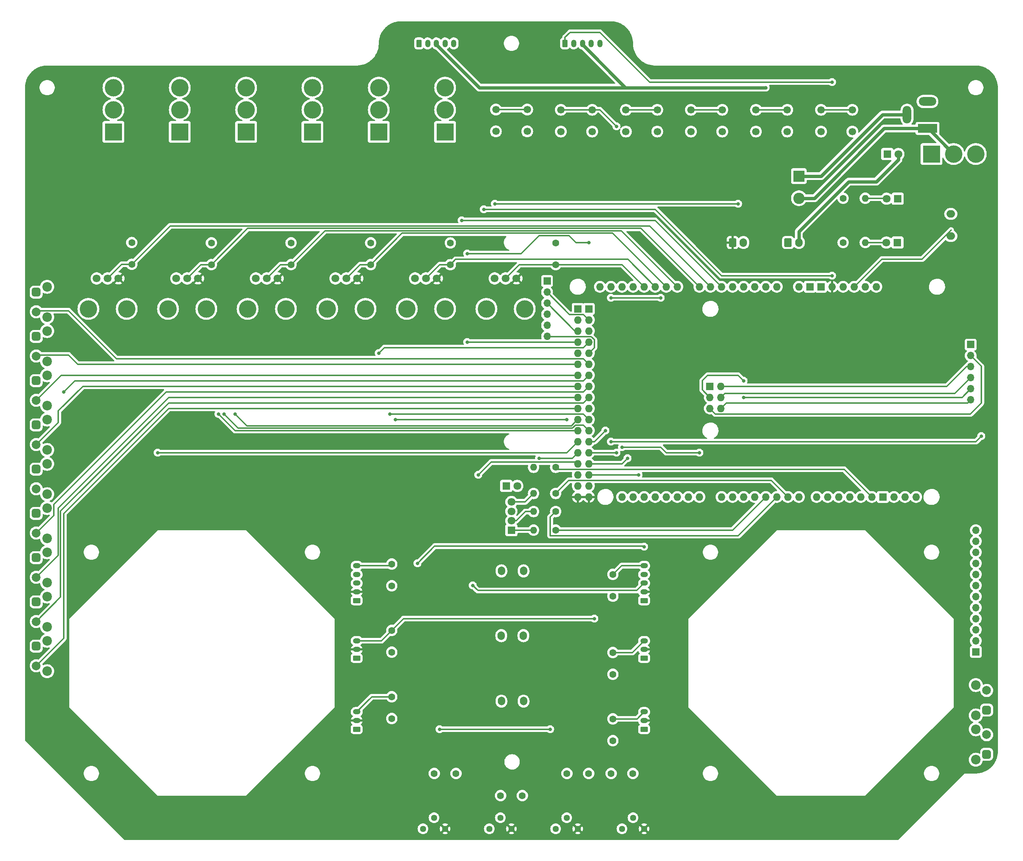
<source format=gbr>
%TF.GenerationSoftware,KiCad,Pcbnew,(7.0.0-0)*%
%TF.CreationDate,2024-04-12T13:18:22+02:00*%
%TF.ProjectId,universalRobotTx,756e6976-6572-4736-916c-526f626f7454,rev?*%
%TF.SameCoordinates,Original*%
%TF.FileFunction,Copper,L1,Top*%
%TF.FilePolarity,Positive*%
%FSLAX46Y46*%
G04 Gerber Fmt 4.6, Leading zero omitted, Abs format (unit mm)*
G04 Created by KiCad (PCBNEW (7.0.0-0)) date 2024-04-12 13:18:22*
%MOMM*%
%LPD*%
G01*
G04 APERTURE LIST*
G04 Aperture macros list*
%AMRoundRect*
0 Rectangle with rounded corners*
0 $1 Rounding radius*
0 $2 $3 $4 $5 $6 $7 $8 $9 X,Y pos of 4 corners*
0 Add a 4 corners polygon primitive as box body*
4,1,4,$2,$3,$4,$5,$6,$7,$8,$9,$2,$3,0*
0 Add four circle primitives for the rounded corners*
1,1,$1+$1,$2,$3*
1,1,$1+$1,$4,$5*
1,1,$1+$1,$6,$7*
1,1,$1+$1,$8,$9*
0 Add four rect primitives between the rounded corners*
20,1,$1+$1,$2,$3,$4,$5,0*
20,1,$1+$1,$4,$5,$6,$7,0*
20,1,$1+$1,$6,$7,$8,$9,0*
20,1,$1+$1,$8,$9,$2,$3,0*%
G04 Aperture macros list end*
%TA.AperFunction,ComponentPad*%
%ADD10C,1.440000*%
%TD*%
%TA.AperFunction,ComponentPad*%
%ADD11RoundRect,0.250000X-0.600000X-0.750000X0.600000X-0.750000X0.600000X0.750000X-0.600000X0.750000X0*%
%TD*%
%TA.AperFunction,ComponentPad*%
%ADD12O,1.700000X2.000000*%
%TD*%
%TA.AperFunction,ComponentPad*%
%ADD13C,1.600000*%
%TD*%
%TA.AperFunction,ComponentPad*%
%ADD14O,1.600000X1.600000*%
%TD*%
%TA.AperFunction,ComponentPad*%
%ADD15C,1.700000*%
%TD*%
%TA.AperFunction,ComponentPad*%
%ADD16R,1.800000X1.800000*%
%TD*%
%TA.AperFunction,ComponentPad*%
%ADD17C,1.800000*%
%TD*%
%TA.AperFunction,ComponentPad*%
%ADD18C,2.200000*%
%TD*%
%TA.AperFunction,ComponentPad*%
%ADD19RoundRect,0.500000X0.500000X0.500000X-0.500000X0.500000X-0.500000X-0.500000X0.500000X-0.500000X0*%
%TD*%
%TA.AperFunction,ComponentPad*%
%ADD20C,2.000000*%
%TD*%
%TA.AperFunction,ComponentPad*%
%ADD21R,2.600000X2.600000*%
%TD*%
%TA.AperFunction,ComponentPad*%
%ADD22C,2.600000*%
%TD*%
%TA.AperFunction,ComponentPad*%
%ADD23R,4.000000X4.000000*%
%TD*%
%TA.AperFunction,ComponentPad*%
%ADD24C,4.000000*%
%TD*%
%TA.AperFunction,ComponentPad*%
%ADD25RoundRect,0.250000X0.625000X-0.350000X0.625000X0.350000X-0.625000X0.350000X-0.625000X-0.350000X0*%
%TD*%
%TA.AperFunction,ComponentPad*%
%ADD26O,1.750000X1.200000*%
%TD*%
%TA.AperFunction,WasherPad*%
%ADD27C,4.000000*%
%TD*%
%TA.AperFunction,ComponentPad*%
%ADD28R,1.700000X1.700000*%
%TD*%
%TA.AperFunction,ComponentPad*%
%ADD29O,1.700000X1.700000*%
%TD*%
%TA.AperFunction,ComponentPad*%
%ADD30RoundRect,0.500000X-0.500000X-0.500000X0.500000X-0.500000X0.500000X0.500000X-0.500000X0.500000X0*%
%TD*%
%TA.AperFunction,ComponentPad*%
%ADD31R,4.500000X2.000000*%
%TD*%
%TA.AperFunction,ComponentPad*%
%ADD32O,4.000000X2.000000*%
%TD*%
%TA.AperFunction,ComponentPad*%
%ADD33O,2.000000X4.000000*%
%TD*%
%TA.AperFunction,ComponentPad*%
%ADD34RoundRect,0.250000X-0.350000X-0.625000X0.350000X-0.625000X0.350000X0.625000X-0.350000X0.625000X0*%
%TD*%
%TA.AperFunction,ComponentPad*%
%ADD35O,1.200000X1.750000*%
%TD*%
%TA.AperFunction,ComponentPad*%
%ADD36O,2.000000X1.700000*%
%TD*%
%TA.AperFunction,ComponentPad*%
%ADD37O,1.727200X1.727200*%
%TD*%
%TA.AperFunction,ComponentPad*%
%ADD38R,1.727200X1.727200*%
%TD*%
%TA.AperFunction,ViaPad*%
%ADD39C,0.800000*%
%TD*%
%TA.AperFunction,Conductor*%
%ADD40C,0.300000*%
%TD*%
%TA.AperFunction,Conductor*%
%ADD41C,0.800000*%
%TD*%
G04 APERTURE END LIST*
D10*
%TO.P,RV12,1,1*%
%TO.N,GND*%
X-116840000Y-175260000D03*
%TO.P,RV12,2,2*%
%TO.N,Net-(A1-PadA14)*%
X-114300000Y-172720000D03*
%TO.P,RV12,3,3*%
%TO.N,5V*%
X-111760000Y-175260000D03*
%TD*%
D11*
%TO.P,J15,1,Pin_1*%
%TO.N,5V*%
X-76200000Y-40640000D03*
D12*
%TO.P,J15,2,Pin_2*%
%TO.N,GND*%
X-73699999Y-40639999D03*
%TD*%
D13*
%TO.P,R3,1*%
%TO.N,Net-(A1-PadD5)*%
X-116840000Y-102409283D03*
D14*
%TO.P,R3,2*%
%TO.N,Net-(D2-GK)*%
X-121919999Y-102409282D03*
%TD*%
D15*
%TO.P,SW2,1,1*%
%TO.N,Net-(A1-PadD25)*%
X-55880000Y-10160000D03*
X-48680000Y-10160000D03*
%TO.P,SW2,2,2*%
%TO.N,GND*%
X-55880000Y-15160000D03*
%TO.P,SW2,3*%
%TO.N,N/C*%
X-48680000Y-15160000D03*
%TD*%
D16*
%TO.P,D3,1,K*%
%TO.N,GND*%
X-38278344Y-30571325D03*
D17*
%TO.P,D3,2,A*%
%TO.N,Net-(D3-A)*%
X-40818345Y-30571326D03*
%TD*%
D13*
%TO.P,R1,1*%
%TO.N,Net-(A1-PadD7)*%
X-50800000Y-30480000D03*
D14*
%TO.P,R1,2*%
%TO.N,Net-(D3-A)*%
X-45719999Y-30479999D03*
%TD*%
D18*
%TO.P,SW21,*%
%TO.N,*%
X-233680000Y-101600000D03*
X-233680000Y-108600000D03*
D19*
%TO.P,SW21,1,1*%
%TO.N,GND*%
X-236180000Y-102850000D03*
D20*
%TO.P,SW21,2,2*%
%TO.N,D40*%
X-236180000Y-107350000D03*
%TD*%
D21*
%TO.P,J3,1,Pin_1*%
%TO.N,V_BarrelNeg*%
X-60959999Y-25399999D03*
D22*
%TO.P,J3,2,Pin_2*%
%TO.N,V_BarrelPos*%
X-60960000Y-30480000D03*
%TD*%
D16*
%TO.P,D2,1,RK*%
%TO.N,Net-(D2-RK)*%
X-126999999Y-106679999D03*
D17*
%TO.P,D2,2,GK*%
%TO.N,Net-(D2-GK)*%
X-127000000Y-104521000D03*
%TO.P,D2,3,A*%
%TO.N,GND*%
X-127000000Y-102362000D03*
%TO.P,D2,4,BK*%
%TO.N,Net-(D2-BK)*%
X-127000000Y-100203000D03*
%TD*%
D10*
%TO.P,RV11,1,1*%
%TO.N,GND*%
X-101600000Y-175260000D03*
%TO.P,RV11,2,2*%
%TO.N,Net-(A1-PadA13)*%
X-99060000Y-172720000D03*
%TO.P,RV11,3,3*%
%TO.N,5V*%
X-96520000Y-175260000D03*
%TD*%
D12*
%TO.P,SW3,1,1*%
%TO.N,Net-(A1-PadD22)*%
X-129308353Y-116045185D03*
%TO.P,SW3,2,2*%
%TO.N,GND*%
X-124228353Y-116045185D03*
%TD*%
D15*
%TO.P,SW11,1,1*%
%TO.N,Net-(A1-PadD29)*%
X-130579332Y-10123047D03*
X-123379332Y-10123047D03*
%TO.P,SW11,2,2*%
%TO.N,GND*%
X-130579332Y-15123047D03*
%TO.P,SW11,3*%
%TO.N,N/C*%
X-123379332Y-15123047D03*
%TD*%
D23*
%TO.P,SW1,1,A*%
%TO.N,GND*%
X-218439999Y-15239999D03*
D24*
%TO.P,SW1,2,B*%
%TO.N,Net-(SW1-B)*%
X-218440000Y-10160000D03*
%TO.P,SW1,3,C*%
%TO.N,unconnected-(SW1-C-Pad3)*%
X-218440000Y-5080000D03*
%TD*%
D13*
%TO.P,C3,1*%
%TO.N,Net-(J2-Pin_5)*%
X-103703118Y-116840000D03*
%TO.P,C3,2*%
%TO.N,GND*%
X-103703118Y-121840000D03*
%TD*%
%TO.P,R5,1*%
%TO.N,Net-(A1-PadD8)*%
X-50800000Y-40640000D03*
D14*
%TO.P,R5,2*%
%TO.N,Net-(D4-A)*%
X-45719999Y-40639999D03*
%TD*%
D16*
%TO.P,D4,1,K*%
%TO.N,GND*%
X-38308868Y-40639999D03*
D17*
%TO.P,D4,2,A*%
%TO.N,Net-(D4-A)*%
X-40848869Y-40640000D03*
%TD*%
D15*
%TO.P,SW8,1,1*%
%TO.N,Net-(A1-PadD26)*%
X-85759734Y-10160000D03*
X-78559734Y-10160000D03*
%TO.P,SW8,2,2*%
%TO.N,GND*%
X-85759734Y-15160000D03*
%TO.P,SW8,3*%
%TO.N,N/C*%
X-78559734Y-15160000D03*
%TD*%
D25*
%TO.P,J7,1,Pin_1*%
%TO.N,GND*%
X-96520000Y-152400000D03*
D26*
%TO.P,J7,2,Pin_2*%
%TO.N,5V*%
X-96519999Y-150399999D03*
%TO.P,J7,3,Pin_3*%
%TO.N,Net-(J7-Pin_3)*%
X-96519999Y-148399999D03*
%TD*%
D27*
%TO.P,RV6,*%
%TO.N,*%
X-123952000Y-55880000D03*
X-132752000Y-55880000D03*
D17*
%TO.P,RV6,1,1*%
%TO.N,GND*%
X-130852000Y-48880000D03*
%TO.P,RV6,2,2*%
%TO.N,Net-(A1-PadA11)*%
X-128352000Y-48880000D03*
%TO.P,RV6,3,3*%
%TO.N,5V*%
X-125852000Y-48880000D03*
%TD*%
D18*
%TO.P,SW26,*%
%TO.N,*%
X-233680000Y-60960000D03*
X-233680000Y-67960000D03*
D19*
%TO.P,SW26,1,1*%
%TO.N,GND*%
X-236180000Y-62210000D03*
D20*
%TO.P,SW26,2,2*%
%TO.N,D45*%
X-236180000Y-66710000D03*
%TD*%
D12*
%TO.P,SW4,1,1*%
%TO.N,Net-(A1-PadD23)*%
X-129330604Y-130906375D03*
%TO.P,SW4,2,2*%
%TO.N,GND*%
X-124250604Y-130906375D03*
%TD*%
D25*
%TO.P,J2,1,Pin_1*%
%TO.N,GND*%
X-96520000Y-122840000D03*
D26*
%TO.P,J2,2,Pin_2*%
%TO.N,5V*%
X-96519999Y-120839999D03*
%TO.P,J2,3,Pin_3*%
%TO.N,D49*%
X-96519999Y-118839999D03*
%TO.P,J2,4,Pin_4*%
%TO.N,GND*%
X-96519999Y-116839999D03*
%TO.P,J2,5,Pin_5*%
%TO.N,Net-(J2-Pin_5)*%
X-96519999Y-114839999D03*
%TD*%
D25*
%TO.P,J9,1,Pin_1*%
%TO.N,GND*%
X-162560000Y-136080000D03*
D26*
%TO.P,J9,2,Pin_2*%
%TO.N,5V*%
X-162559999Y-134079999D03*
%TO.P,J9,3,Pin_3*%
%TO.N,Net-(J9-Pin_3)*%
X-162559999Y-132079999D03*
%TD*%
D10*
%TO.P,RV7,1,1*%
%TO.N,GND*%
X-147320000Y-175260000D03*
%TO.P,RV7,2,2*%
%TO.N,Net-(A1-PadA12)*%
X-144780000Y-172720000D03*
%TO.P,RV7,3,3*%
%TO.N,5V*%
X-142240000Y-175260000D03*
%TD*%
D15*
%TO.P,SW10,1,1*%
%TO.N,Net-(A1-PadD28)*%
X-115639466Y-10160000D03*
X-108439466Y-10160000D03*
%TO.P,SW10,2,2*%
%TO.N,GND*%
X-115639466Y-15160000D03*
%TO.P,SW10,3*%
%TO.N,N/C*%
X-108439466Y-15160000D03*
%TD*%
D11*
%TO.P,J11,1,Pin_1*%
%TO.N,GND*%
X-63460000Y-40640000D03*
D12*
%TO.P,J11,2,Pin_2*%
%TO.N,7-12V*%
X-60959999Y-40639999D03*
%TD*%
D28*
%TO.P,J14,1,Pin_1*%
%TO.N,GND*%
X-21492353Y-64080078D03*
D29*
%TO.P,J14,2,Pin_2*%
%TO.N,Net-(A1-SPI_5V)*%
X-21492353Y-66620078D03*
%TO.P,J14,3,Pin_3*%
%TO.N,Net-(A1-SPI_RESET)*%
X-21492353Y-69160078D03*
%TO.P,J14,4,Pin_4*%
%TO.N,Net-(A1-SPI_SCK)*%
X-21492353Y-71700078D03*
%TO.P,J14,5,Pin_5*%
%TO.N,Net-(A1-SPI_MOSI)*%
X-21492353Y-74240078D03*
%TO.P,J14,6,Pin_6*%
%TO.N,Net-(A1-SPI_MISO)*%
X-21492353Y-76780078D03*
%TD*%
D16*
%TO.P,D5,1,K*%
%TO.N,GND*%
X-40639999Y-20319999D03*
D17*
%TO.P,D5,2,A*%
%TO.N,7-12V*%
X-38100000Y-20320000D03*
%TD*%
D18*
%TO.P,SW28,*%
%TO.N,*%
X-20320000Y-149240000D03*
X-20320000Y-142240000D03*
D30*
%TO.P,SW28,1,1*%
%TO.N,GND*%
X-17820000Y-147990000D03*
D20*
%TO.P,SW28,2,2*%
%TO.N,D12*%
X-17820000Y-143490000D03*
%TD*%
D18*
%TO.P,SW20,*%
%TO.N,*%
X-233680000Y-111760000D03*
X-233680000Y-118760000D03*
D19*
%TO.P,SW20,1,1*%
%TO.N,GND*%
X-236180000Y-113010000D03*
D20*
%TO.P,SW20,2,2*%
%TO.N,D39*%
X-236180000Y-117510000D03*
%TD*%
D27*
%TO.P,RV3,*%
%TO.N,*%
X-178816000Y-55880000D03*
X-187616000Y-55880000D03*
D17*
%TO.P,RV3,1,1*%
%TO.N,GND*%
X-185716000Y-48880000D03*
%TO.P,RV3,2,2*%
%TO.N,Net-(A1-PadA8)*%
X-183216000Y-48880000D03*
%TO.P,RV3,3,3*%
%TO.N,5V*%
X-180716000Y-48880000D03*
%TD*%
D31*
%TO.P,J12,1*%
%TO.N,V_BarrelPos*%
X-31406933Y-14459640D03*
D32*
%TO.P,J12,2*%
%TO.N,GND*%
X-31406933Y-8259640D03*
D33*
%TO.P,J12,3*%
%TO.N,V_BarrelNeg*%
X-36106933Y-11259640D03*
%TD*%
D10*
%TO.P,RV13,1,1*%
%TO.N,GND*%
X-132080000Y-175260000D03*
%TO.P,RV13,2,2*%
%TO.N,Net-(A1-PadA15)*%
X-129540000Y-172720000D03*
%TO.P,RV13,3,3*%
%TO.N,5V*%
X-127000000Y-175260000D03*
%TD*%
D13*
%TO.P,C17,1*%
%TO.N,Net-(A1-PadA13)*%
X-104100000Y-162560000D03*
%TO.P,C17,2*%
%TO.N,GND*%
X-99100000Y-162560000D03*
%TD*%
%TO.P,C2,1*%
%TO.N,Net-(J6-Pin_3)*%
X-103703118Y-134781657D03*
%TO.P,C2,2*%
%TO.N,GND*%
X-103703118Y-139781657D03*
%TD*%
D18*
%TO.P,SW22,*%
%TO.N,*%
X-233680000Y-81280000D03*
X-233680000Y-88280000D03*
D19*
%TO.P,SW22,1,1*%
%TO.N,GND*%
X-236180000Y-82530000D03*
D20*
%TO.P,SW22,2,2*%
%TO.N,D41*%
X-236180000Y-87030000D03*
%TD*%
D13*
%TO.P,C12,1*%
%TO.N,Net-(A1-PadA11)*%
X-116840000Y-45720000D03*
%TO.P,C12,2*%
%TO.N,GND*%
X-116840000Y-40720000D03*
%TD*%
D25*
%TO.P,J1,1,Pin_1*%
%TO.N,GND*%
X-162560000Y-122840000D03*
D26*
%TO.P,J1,2,Pin_2*%
%TO.N,5V*%
X-162559999Y-120839999D03*
%TO.P,J1,3,Pin_3*%
%TO.N,D48*%
X-162559999Y-118839999D03*
%TO.P,J1,4,Pin_4*%
%TO.N,GND*%
X-162559999Y-116839999D03*
%TO.P,J1,5,Pin_5*%
%TO.N,Net-(J1-Pin_5)*%
X-162559999Y-114839999D03*
%TD*%
D15*
%TO.P,SW9,1,1*%
%TO.N,Net-(A1-PadD27)*%
X-70819868Y-10160000D03*
X-63619868Y-10160000D03*
%TO.P,SW9,2,2*%
%TO.N,GND*%
X-70819868Y-15160000D03*
%TO.P,SW9,3*%
%TO.N,N/C*%
X-63619868Y-15160000D03*
%TD*%
D23*
%TO.P,SW15,1,A*%
%TO.N,GND*%
X-157479999Y-15239999D03*
D24*
%TO.P,SW15,2,B*%
%TO.N,Net-(SW15-B)*%
X-157480000Y-10160000D03*
%TO.P,SW15,3,C*%
%TO.N,unconnected-(SW15-C-Pad3)*%
X-157480000Y-5080000D03*
%TD*%
D13*
%TO.P,C5,1*%
%TO.N,Net-(J9-Pin_3)*%
X-154503118Y-129701657D03*
%TO.P,C5,2*%
%TO.N,GND*%
X-154503118Y-134701657D03*
%TD*%
D23*
%TO.P,SW17,1,A*%
%TO.N,GND*%
X-172719999Y-15239999D03*
D24*
%TO.P,SW17,2,B*%
%TO.N,Net-(SW17-B)*%
X-172720000Y-10160000D03*
%TO.P,SW17,3,C*%
%TO.N,unconnected-(SW17-C-Pad3)*%
X-172720000Y-5080000D03*
%TD*%
D23*
%TO.P,SW13,1,A*%
%TO.N,GND*%
X-187959999Y-15239999D03*
D24*
%TO.P,SW13,2,B*%
%TO.N,Net-(SW13-B)*%
X-187960000Y-10160000D03*
%TO.P,SW13,3,C*%
%TO.N,unconnected-(SW13-C-Pad3)*%
X-187960000Y-5080000D03*
%TD*%
D13*
%TO.P,C8,1*%
%TO.N,Net-(A1-PadA7)*%
X-195936020Y-45720000D03*
%TO.P,C8,2*%
%TO.N,GND*%
X-195936020Y-40720000D03*
%TD*%
%TO.P,C18,1*%
%TO.N,Net-(A1-PadA14)*%
X-114260000Y-162560000D03*
%TO.P,C18,2*%
%TO.N,GND*%
X-109260000Y-162560000D03*
%TD*%
D27*
%TO.P,RV4,*%
%TO.N,*%
X-160528000Y-55880000D03*
X-169328000Y-55880000D03*
D17*
%TO.P,RV4,1,1*%
%TO.N,GND*%
X-167428000Y-48880000D03*
%TO.P,RV4,2,2*%
%TO.N,Net-(A1-PadA9)*%
X-164928000Y-48880000D03*
%TO.P,RV4,3,3*%
%TO.N,5V*%
X-162428000Y-48880000D03*
%TD*%
D18*
%TO.P,SW18,*%
%TO.N,*%
X-233680000Y-132080000D03*
X-233680000Y-139080000D03*
D19*
%TO.P,SW18,1,1*%
%TO.N,GND*%
X-236180000Y-133330000D03*
D20*
%TO.P,SW18,2,2*%
%TO.N,D37*%
X-236180000Y-137830000D03*
%TD*%
D18*
%TO.P,SW19,*%
%TO.N,*%
X-233680000Y-121920000D03*
X-233680000Y-128920000D03*
D19*
%TO.P,SW19,1,1*%
%TO.N,GND*%
X-236180000Y-123170000D03*
D20*
%TO.P,SW19,2,2*%
%TO.N,D38*%
X-236180000Y-127670000D03*
%TD*%
D13*
%TO.P,C7,1*%
%TO.N,Net-(A1-PadA6)*%
X-214234683Y-45649417D03*
%TO.P,C7,2*%
%TO.N,GND*%
X-214234683Y-40649417D03*
%TD*%
%TO.P,C19,1*%
%TO.N,Net-(A1-PadA15)*%
X-129500000Y-167640000D03*
%TO.P,C19,2*%
%TO.N,GND*%
X-124500000Y-167640000D03*
%TD*%
D18*
%TO.P,SW27,*%
%TO.N,*%
X-20320000Y-159400000D03*
X-20320000Y-152400000D03*
D30*
%TO.P,SW27,1,1*%
%TO.N,GND*%
X-17820000Y-158150000D03*
D20*
%TO.P,SW27,2,2*%
%TO.N,D11*%
X-17820000Y-153650000D03*
%TD*%
D23*
%TO.P,SW7,1,A*%
%TO.N,7-12V*%
X-30479999Y-20319999D03*
D24*
%TO.P,SW7,2,B*%
%TO.N,V_BarrelPos*%
X-25400000Y-20320000D03*
%TO.P,SW7,3,C*%
%TO.N,unconnected-(SW7-C-Pad3)*%
X-20320000Y-20320000D03*
%TD*%
D13*
%TO.P,C13,1*%
%TO.N,Net-(A1-PadA12)*%
X-144740000Y-162560000D03*
%TO.P,C13,2*%
%TO.N,GND*%
X-139740000Y-162560000D03*
%TD*%
D18*
%TO.P,SW25,*%
%TO.N,*%
X-233680000Y-50800000D03*
X-233680000Y-57800000D03*
D19*
%TO.P,SW25,1,1*%
%TO.N,GND*%
X-236180000Y-52050000D03*
D20*
%TO.P,SW25,2,2*%
%TO.N,D44*%
X-236180000Y-56550000D03*
%TD*%
D13*
%TO.P,C4,1*%
%TO.N,Net-(J8-Pin_3)*%
X-154503118Y-144941657D03*
%TO.P,C4,2*%
%TO.N,GND*%
X-154503118Y-149941657D03*
%TD*%
%TO.P,C6,1*%
%TO.N,Net-(J1-Pin_5)*%
X-154503118Y-114461657D03*
%TO.P,C6,2*%
%TO.N,GND*%
X-154503118Y-119461657D03*
%TD*%
D25*
%TO.P,J8,1,Pin_1*%
%TO.N,GND*%
X-162560000Y-152400000D03*
D26*
%TO.P,J8,2,Pin_2*%
%TO.N,5V*%
X-162559999Y-150399999D03*
%TO.P,J8,3,Pin_3*%
%TO.N,Net-(J8-Pin_3)*%
X-162559999Y-148399999D03*
%TD*%
D34*
%TO.P,J4,1,Pin_1*%
%TO.N,Net-(J4-Pin_1)*%
X-148240000Y5080000D03*
D35*
%TO.P,J4,2,Pin_2*%
%TO.N,unconnected-(J4-Pin_2-Pad2)*%
X-146239999Y5079999D03*
%TO.P,J4,3,Pin_3*%
%TO.N,7-12V*%
X-144239999Y5079999D03*
%TO.P,J4,4,Pin_4*%
%TO.N,GND*%
X-142239999Y5079999D03*
%TO.P,J4,5,Pin_5*%
%TO.N,unconnected-(J4-Pin_5-Pad5)*%
X-140239999Y5079999D03*
%TD*%
D18*
%TO.P,SW23,*%
%TO.N,*%
X-233680000Y-91440000D03*
X-233680000Y-98440000D03*
D19*
%TO.P,SW23,1,1*%
%TO.N,GND*%
X-236180000Y-92690000D03*
D20*
%TO.P,SW23,2,2*%
%TO.N,D42*%
X-236180000Y-97190000D03*
%TD*%
D18*
%TO.P,SW24,*%
%TO.N,*%
X-233680000Y-71120000D03*
X-233680000Y-78120000D03*
D19*
%TO.P,SW24,1,1*%
%TO.N,GND*%
X-236180000Y-72370000D03*
D20*
%TO.P,SW24,2,2*%
%TO.N,D43*%
X-236180000Y-76870000D03*
%TD*%
D13*
%TO.P,R4,1*%
%TO.N,Net-(A1-PadD6)*%
X-116838788Y-98260332D03*
D14*
%TO.P,R4,2*%
%TO.N,Net-(D2-BK)*%
X-121918787Y-98260331D03*
%TD*%
D36*
%TO.P,SW6,1,1*%
%TO.N,GND*%
X-26053186Y-34075981D03*
%TO.P,SW6,2,2*%
%TO.N,Net-(A1-RESET)*%
X-26053186Y-39155981D03*
%TD*%
D12*
%TO.P,SW5,1,1*%
%TO.N,Net-(A1-PadD24)*%
X-129308353Y-145945185D03*
%TO.P,SW5,2,2*%
%TO.N,GND*%
X-124228353Y-145945185D03*
%TD*%
D16*
%TO.P,D1,1,K*%
%TO.N,GND*%
X-128194297Y-96519999D03*
D17*
%TO.P,D1,2,A*%
%TO.N,Net-(D1-A)*%
X-125654298Y-96520000D03*
%TD*%
D28*
%TO.P,J10,1,Pin_1*%
%TO.N,D53*%
X-118816091Y-49492301D03*
D29*
%TO.P,J10,2,Pin_2*%
%TO.N,D52*%
X-118816091Y-52032301D03*
%TO.P,J10,3,Pin_3*%
%TO.N,D51*%
X-118816091Y-54572301D03*
%TO.P,J10,4,Pin_4*%
%TO.N,D50*%
X-118816091Y-57112301D03*
%TO.P,J10,5,Pin_5*%
%TO.N,D47*%
X-118816091Y-59652301D03*
%TO.P,J10,6,Pin_6*%
%TO.N,D46*%
X-118816091Y-62192301D03*
%TD*%
D27*
%TO.P,RV1,*%
%TO.N,*%
X-215392000Y-55880000D03*
X-224192000Y-55880000D03*
D17*
%TO.P,RV1,1,1*%
%TO.N,GND*%
X-222292000Y-48880000D03*
%TO.P,RV1,2,2*%
%TO.N,Net-(A1-PadA6)*%
X-219792000Y-48880000D03*
%TO.P,RV1,3,3*%
%TO.N,5V*%
X-217292000Y-48880000D03*
%TD*%
D13*
%TO.P,C11,1*%
%TO.N,Net-(A1-PadA10)*%
X-141040028Y-45735024D03*
%TO.P,C11,2*%
%TO.N,GND*%
X-141040028Y-40735024D03*
%TD*%
%TO.P,R2,1*%
%TO.N,Net-(A1-PadD4)*%
X-116840000Y-106680000D03*
D14*
%TO.P,R2,2*%
%TO.N,Net-(D2-RK)*%
X-121919999Y-106679999D03*
%TD*%
D13*
%TO.P,C1,1*%
%TO.N,Net-(J7-Pin_3)*%
X-103703118Y-150021657D03*
%TO.P,C1,2*%
%TO.N,GND*%
X-103703118Y-155021657D03*
%TD*%
D34*
%TO.P,J5,1,Pin_1*%
%TO.N,Net-(J5-Pin_1)*%
X-114680000Y5080000D03*
D35*
%TO.P,J5,2,Pin_2*%
%TO.N,unconnected-(J5-Pin_2-Pad2)*%
X-112679999Y5079999D03*
%TO.P,J5,3,Pin_3*%
%TO.N,7-12V*%
X-110679999Y5079999D03*
%TO.P,J5,4,Pin_4*%
%TO.N,GND*%
X-108679999Y5079999D03*
%TO.P,J5,5,Pin_5*%
%TO.N,unconnected-(J5-Pin_5-Pad5)*%
X-106679999Y5079999D03*
%TD*%
D23*
%TO.P,SW14,1,A*%
%TO.N,GND*%
X-203199999Y-15239999D03*
D24*
%TO.P,SW14,2,B*%
%TO.N,Net-(SW14-B)*%
X-203200000Y-10160000D03*
%TO.P,SW14,3,C*%
%TO.N,unconnected-(SW14-C-Pad3)*%
X-203200000Y-5080000D03*
%TD*%
D37*
%TO.P,A1,*%
%TO.N,*%
X-43179999Y-50799999D03*
%TO.P,A1,3V3,3.3V*%
%TO.N,3V3*%
X-50799999Y-50799999D03*
%TO.P,A1,5V1,5V*%
%TO.N,5V*%
X-53339999Y-50799999D03*
%TO.P,A1,5V2,SPI_5V*%
%TO.N,Net-(A1-SPI_5V)*%
X-81406999Y-78739999D03*
%TO.P,A1,5V3,5V*%
%TO.N,5V*%
X-109219999Y-99059999D03*
%TO.P,A1,5V4,5V*%
X-111759999Y-99059999D03*
%TO.P,A1,A0,A0*%
%TO.N,Net-(J7-Pin_3)*%
X-66039999Y-50799999D03*
%TO.P,A1,A1,A1*%
%TO.N,Net-(J6-Pin_3)*%
X-68579999Y-50799999D03*
%TO.P,A1,A2,A2*%
%TO.N,Net-(J2-Pin_5)*%
X-71119999Y-50799999D03*
%TO.P,A1,A3,A3*%
%TO.N,Net-(J8-Pin_3)*%
X-73659999Y-50799999D03*
%TO.P,A1,A4,A4*%
%TO.N,Net-(J9-Pin_3)*%
X-76199999Y-50799999D03*
%TO.P,A1,A5,A5*%
%TO.N,Net-(J1-Pin_5)*%
X-78739999Y-50799999D03*
%TO.P,A1,A6,A6*%
%TO.N,Net-(A1-PadA6)*%
X-81279999Y-50799999D03*
%TO.P,A1,A7,A7*%
%TO.N,Net-(A1-PadA7)*%
X-83819999Y-50799999D03*
%TO.P,A1,A8,A8*%
%TO.N,Net-(A1-PadA8)*%
X-88899999Y-50799999D03*
%TO.P,A1,A9,A9*%
%TO.N,Net-(A1-PadA9)*%
X-91439999Y-50799999D03*
%TO.P,A1,A10,A10*%
%TO.N,Net-(A1-PadA10)*%
X-93979999Y-50799999D03*
%TO.P,A1,A11,A11*%
%TO.N,Net-(A1-PadA11)*%
X-96519999Y-50799999D03*
%TO.P,A1,A12,A12*%
%TO.N,Net-(A1-PadA12)*%
X-99059999Y-50799999D03*
%TO.P,A1,A13,A13*%
%TO.N,Net-(A1-PadA13)*%
X-101599999Y-50799999D03*
%TO.P,A1,A14,A14*%
%TO.N,Net-(A1-PadA14)*%
X-104139999Y-50799999D03*
%TO.P,A1,A15,A15*%
%TO.N,Net-(A1-PadA15)*%
X-106679999Y-50799999D03*
%TO.P,A1,AREF,AREF*%
%TO.N,AREF*%
X-39115999Y-99059999D03*
%TO.P,A1,D0,D0/RX0*%
%TO.N,unconnected-(A1-D0{slash}RX0-PadD0)*%
X-78739999Y-99059999D03*
%TO.P,A1,D1,D1/TX0*%
%TO.N,unconnected-(A1-D1{slash}TX0-PadD1)*%
X-76199999Y-99059999D03*
%TO.P,A1,D2,D2_INT0*%
%TO.N,D2*%
X-73659999Y-99059999D03*
%TO.P,A1,D3,D3_INT1*%
%TO.N,D3*%
X-71119999Y-99059999D03*
%TO.P,A1,D4,D4*%
%TO.N,Net-(A1-PadD4)*%
X-68579999Y-99059999D03*
%TO.P,A1,D5,D5*%
%TO.N,Net-(A1-PadD5)*%
X-66039999Y-99059999D03*
%TO.P,A1,D6,D6*%
%TO.N,Net-(A1-PadD6)*%
X-63499999Y-99059999D03*
%TO.P,A1,D7,D7*%
%TO.N,Net-(A1-PadD7)*%
X-60959999Y-99059999D03*
%TO.P,A1,D8,D8*%
%TO.N,Net-(A1-PadD8)*%
X-56895999Y-99059999D03*
%TO.P,A1,D9,D9*%
%TO.N,Net-(J4-Pin_1)*%
X-54355999Y-99059999D03*
%TO.P,A1,D10,D10*%
%TO.N,Net-(J5-Pin_1)*%
X-51815999Y-99059999D03*
%TO.P,A1,D11,D11*%
%TO.N,D11*%
X-49275999Y-99059999D03*
%TO.P,A1,D12,D12*%
%TO.N,D12*%
X-46735999Y-99059999D03*
%TO.P,A1,D13,D13*%
%TO.N,Net-(A1-PadD13)*%
X-44195999Y-99059999D03*
%TO.P,A1,D14,D14/TX3*%
%TO.N,unconnected-(A1-D14{slash}TX3-PadD14)*%
X-83819999Y-99059999D03*
%TO.P,A1,D15,D15/RX3*%
%TO.N,unconnected-(A1-D15{slash}RX3-PadD15)*%
X-86359999Y-99059999D03*
%TO.P,A1,D16,D16/TX2*%
%TO.N,unconnected-(A1-D16{slash}TX2-PadD16)*%
X-88899999Y-99059999D03*
%TO.P,A1,D17,D17/RX2*%
%TO.N,unconnected-(A1-D17{slash}RX2-PadD17)*%
X-91439999Y-99059999D03*
%TO.P,A1,D18,D18/TX1*%
%TO.N,unconnected-(A1-D18{slash}TX1-PadD18)*%
X-93979999Y-99059999D03*
%TO.P,A1,D19,D19/RX1*%
%TO.N,unconnected-(A1-D19{slash}RX1-PadD19)*%
X-96519999Y-99059999D03*
%TO.P,A1,D20,D20/SDA*%
%TO.N,unconnected-(A1-D20{slash}SDA-PadD20)*%
X-99059999Y-99059999D03*
%TO.P,A1,D21,D21/SCL*%
%TO.N,unconnected-(A1-D21{slash}SCL-PadD21)*%
X-101599999Y-99059999D03*
%TO.P,A1,D22,D22*%
%TO.N,Net-(A1-PadD22)*%
X-109219999Y-96519999D03*
%TO.P,A1,D23,D23*%
%TO.N,Net-(A1-PadD23)*%
X-111759999Y-96519999D03*
%TO.P,A1,D24,D24*%
%TO.N,Net-(A1-PadD24)*%
X-109219999Y-93979999D03*
%TO.P,A1,D25,D25*%
%TO.N,Net-(A1-PadD25)*%
X-111759999Y-93979999D03*
%TO.P,A1,D26,D26*%
%TO.N,Net-(A1-PadD26)*%
X-109219999Y-91439999D03*
%TO.P,A1,D27,D27*%
%TO.N,Net-(A1-PadD27)*%
X-111759999Y-91439999D03*
%TO.P,A1,D28,D28*%
%TO.N,Net-(A1-PadD28)*%
X-109219999Y-88899999D03*
%TO.P,A1,D29,D29*%
%TO.N,Net-(A1-PadD29)*%
X-111759999Y-88899999D03*
%TO.P,A1,D30,D30*%
%TO.N,Net-(A1-PadD30)*%
X-109219999Y-86359999D03*
%TO.P,A1,D31,D31*%
%TO.N,Net-(SW1-B)*%
X-111759999Y-86359999D03*
%TO.P,A1,D32,D32*%
%TO.N,Net-(SW13-B)*%
X-109219999Y-83819999D03*
%TO.P,A1,D33,D33*%
%TO.N,Net-(SW14-B)*%
X-111759999Y-83819999D03*
%TO.P,A1,D34,D34*%
%TO.N,Net-(SW15-B)*%
X-109219999Y-81279999D03*
%TO.P,A1,D35,D35*%
%TO.N,Net-(SW17-B)*%
X-111759999Y-81279999D03*
%TO.P,A1,D36,D36*%
%TO.N,Net-(SW16-B)*%
X-109219999Y-78739999D03*
%TO.P,A1,D37,D37*%
%TO.N,D37*%
X-111759999Y-78739999D03*
%TO.P,A1,D38,D38*%
%TO.N,D38*%
X-109219999Y-76199999D03*
%TO.P,A1,D39,D39*%
%TO.N,D39*%
X-111759999Y-76199999D03*
%TO.P,A1,D40,D40*%
%TO.N,D40*%
X-109219999Y-73659999D03*
%TO.P,A1,D41,D41*%
%TO.N,D41*%
X-111759999Y-73659999D03*
%TO.P,A1,D42,D42*%
%TO.N,D42*%
X-109219999Y-71119999D03*
%TO.P,A1,D43,D43*%
%TO.N,D43*%
X-111759999Y-71119999D03*
%TO.P,A1,D44,D44*%
%TO.N,D44*%
X-109219999Y-68579999D03*
%TO.P,A1,D45,D45*%
%TO.N,D45*%
X-111759999Y-68579999D03*
%TO.P,A1,D46,D46*%
%TO.N,D46*%
X-109219999Y-66039999D03*
%TO.P,A1,D47,D47*%
%TO.N,D47*%
X-111759999Y-66039999D03*
%TO.P,A1,D48,D48*%
%TO.N,D48*%
X-109219999Y-63499999D03*
%TO.P,A1,D49,D49*%
%TO.N,D49*%
X-111759999Y-63499999D03*
%TO.P,A1,D50,D50_MISO*%
%TO.N,D50*%
X-109219999Y-60959999D03*
%TO.P,A1,D51,D51_MOSI*%
%TO.N,D51*%
X-111759999Y-60959999D03*
%TO.P,A1,D52,D52_SCK*%
%TO.N,D52*%
X-109219999Y-58419999D03*
%TO.P,A1,D53,D53_CS*%
%TO.N,D53*%
X-111759999Y-58419999D03*
D38*
%TO.P,A1,GND1,GND*%
%TO.N,GND*%
X-41655999Y-99059999D03*
%TO.P,A1,GND2,GND*%
X-55879999Y-50799999D03*
%TO.P,A1,GND3,GND*%
X-58419999Y-50799999D03*
%TO.P,A1,GND4,SPI_GND*%
X-81406999Y-73659999D03*
%TO.P,A1,GND5,GND*%
X-109219999Y-55879999D03*
%TO.P,A1,GND6,GND*%
X-111759999Y-55879999D03*
D37*
%TO.P,A1,IORF,IOREF*%
%TO.N,IORF*%
X-45719999Y-50799999D03*
%TO.P,A1,MISO,SPI_MISO*%
%TO.N,Net-(A1-SPI_MISO)*%
X-78866999Y-78739999D03*
%TO.P,A1,MOSI,SPI_MOSI*%
%TO.N,Net-(A1-SPI_MOSI)*%
X-81406999Y-76199999D03*
%TO.P,A1,RST1,RESET*%
%TO.N,Net-(A1-RESET)*%
X-48259999Y-50799999D03*
%TO.P,A1,RST2,SPI_RESET*%
%TO.N,Net-(A1-SPI_RESET)*%
X-78866999Y-73659999D03*
%TO.P,A1,SCK,SPI_SCK*%
%TO.N,Net-(A1-SPI_SCK)*%
X-78866999Y-76199999D03*
%TO.P,A1,SCL,SCL*%
%TO.N,SCL*%
X-34035999Y-99059999D03*
%TO.P,A1,SDA,SDA*%
%TO.N,SDA*%
X-36575999Y-99059999D03*
%TO.P,A1,VIN,VIN*%
%TO.N,7-12V*%
X-60959999Y-50799999D03*
%TD*%
D13*
%TO.P,R6,1*%
%TO.N,Net-(A1-PadD13)*%
X-116840000Y-92249283D03*
D14*
%TO.P,R6,2*%
%TO.N,Net-(D1-A)*%
X-121919999Y-92249282D03*
%TD*%
D15*
%TO.P,SW12,1,1*%
%TO.N,Net-(A1-PadD30)*%
X-100699600Y-10160000D03*
X-93499600Y-10160000D03*
%TO.P,SW12,2,2*%
%TO.N,GND*%
X-100699600Y-15160000D03*
%TO.P,SW12,3*%
%TO.N,N/C*%
X-93499600Y-15160000D03*
%TD*%
D27*
%TO.P,RV5,*%
%TO.N,*%
X-142240000Y-55880000D03*
X-151040000Y-55880000D03*
D17*
%TO.P,RV5,1,1*%
%TO.N,GND*%
X-149140000Y-48880000D03*
%TO.P,RV5,2,2*%
%TO.N,Net-(A1-PadA10)*%
X-146640000Y-48880000D03*
%TO.P,RV5,3,3*%
%TO.N,5V*%
X-144140000Y-48880000D03*
%TD*%
D13*
%TO.P,C10,1*%
%TO.N,Net-(A1-PadA9)*%
X-159338694Y-45720000D03*
%TO.P,C10,2*%
%TO.N,GND*%
X-159338694Y-40720000D03*
%TD*%
D28*
%TO.P,J13,1,Pin_1*%
%TO.N,unconnected-(J13-Pin_1-Pad1)*%
X-20319999Y-134619999D03*
D29*
%TO.P,J13,2,Pin_2*%
%TO.N,unconnected-(J13-Pin_2-Pad2)*%
X-20319999Y-132079999D03*
%TO.P,J13,3,Pin_3*%
%TO.N,unconnected-(J13-Pin_3-Pad3)*%
X-20319999Y-129539999D03*
%TO.P,J13,4,Pin_4*%
%TO.N,unconnected-(J13-Pin_4-Pad4)*%
X-20319999Y-126999999D03*
%TO.P,J13,5,Pin_5*%
%TO.N,GND*%
X-20319999Y-124459999D03*
%TO.P,J13,6,Pin_6*%
%TO.N,AREF*%
X-20319999Y-121919999D03*
%TO.P,J13,7,Pin_7*%
%TO.N,SDA*%
X-20319999Y-119379999D03*
%TO.P,J13,8,Pin_8*%
%TO.N,SCL*%
X-20319999Y-116839999D03*
%TO.P,J13,9,Pin_9*%
%TO.N,unconnected-(J13-Pin_9-Pad9)*%
X-20319999Y-114299999D03*
%TO.P,J13,10,Pin_10*%
%TO.N,unconnected-(J13-Pin_10-Pad10)*%
X-20319999Y-111759999D03*
%TO.P,J13,11,Pin_11*%
%TO.N,3V3*%
X-20319999Y-109219999D03*
%TO.P,J13,12,Pin_12*%
%TO.N,IORF*%
X-20319999Y-106679999D03*
%TD*%
D25*
%TO.P,J6,1,Pin_1*%
%TO.N,GND*%
X-96520000Y-136080000D03*
D26*
%TO.P,J6,2,Pin_2*%
%TO.N,5V*%
X-96519999Y-134079999D03*
%TO.P,J6,3,Pin_3*%
%TO.N,Net-(J6-Pin_3)*%
X-96519999Y-132079999D03*
%TD*%
D13*
%TO.P,C9,1*%
%TO.N,Net-(A1-PadA8)*%
X-177637357Y-45720000D03*
%TO.P,C9,2*%
%TO.N,GND*%
X-177637357Y-40720000D03*
%TD*%
D23*
%TO.P,SW16,1,A*%
%TO.N,GND*%
X-142239999Y-15239999D03*
D24*
%TO.P,SW16,2,B*%
%TO.N,Net-(SW16-B)*%
X-142240000Y-10160000D03*
%TO.P,SW16,3,C*%
%TO.N,unconnected-(SW16-C-Pad3)*%
X-142240000Y-5080000D03*
%TD*%
D27*
%TO.P,RV2,*%
%TO.N,*%
X-197104000Y-55880000D03*
X-205904000Y-55880000D03*
D17*
%TO.P,RV2,1,1*%
%TO.N,GND*%
X-204004000Y-48880000D03*
%TO.P,RV2,2,2*%
%TO.N,Net-(A1-PadA7)*%
X-201504000Y-48880000D03*
%TO.P,RV2,3,3*%
%TO.N,5V*%
X-199004000Y-48880000D03*
%TD*%
D39*
%TO.N,Net-(J8-Pin_3)*%
X-148590000Y-114300000D03*
X-96520000Y-110490000D03*
%TO.N,Net-(J9-Pin_3)*%
X-107950000Y-127000000D03*
%TO.N,Net-(J1-Pin_5)*%
X-138430000Y-35560000D03*
%TO.N,Net-(A1-PadA12)*%
X-143510000Y-152400000D03*
X-118110000Y-152400000D03*
%TO.N,Net-(A1-PadA13)*%
X-83820000Y-88900000D03*
X-101600000Y-87630000D03*
%TO.N,Net-(A1-PadA14)*%
X-104140000Y-53340000D03*
X-92710000Y-53340000D03*
%TO.N,Net-(A1-PadA15)*%
X-137160000Y-43180000D03*
X-109220000Y-40640000D03*
%TO.N,D48*%
X-157480000Y-66040000D03*
%TO.N,D49*%
X-137160000Y-63500000D03*
X-135890000Y-119380000D03*
%TO.N,Net-(A1-PadD24)*%
X-97790000Y-93980000D03*
%TO.N,Net-(J4-Pin_1)*%
X-133350000Y-33020000D03*
X-53340000Y-48260000D03*
%TO.N,Net-(J5-Pin_1)*%
X-53340000Y-3810000D03*
%TO.N,7-12V*%
X-68580000Y-5080000D03*
%TO.N,Net-(A1-PadD25)*%
X-104140000Y-86360000D03*
X-19050000Y-85090000D03*
%TO.N,Net-(A1-PadD26)*%
X-100330000Y-90170000D03*
%TO.N,Net-(A1-PadD27)*%
X-134620000Y-93980000D03*
X-130810000Y-31750000D03*
X-74930000Y-31750000D03*
%TO.N,Net-(A1-PadD28)*%
X-102870000Y-13970000D03*
X-102870000Y-88900000D03*
%TO.N,Net-(A1-PadD29)*%
X-120650000Y-90170000D03*
%TO.N,Net-(A1-PadD30)*%
X-105410000Y-83820000D03*
%TO.N,Net-(SW1-B)*%
X-208280000Y-88900000D03*
%TO.N,Net-(SW13-B)*%
X-193040000Y-80010000D03*
%TO.N,Net-(SW14-B)*%
X-194310000Y-80010000D03*
%TO.N,Net-(SW15-B)*%
X-154940000Y-80010000D03*
%TO.N,Net-(SW17-B)*%
X-190500000Y-80010000D03*
%TO.N,Net-(SW16-B)*%
X-114300000Y-81280000D03*
X-153670000Y-81280000D03*
%TO.N,D42*%
X-229870000Y-74930000D03*
%TO.N,Net-(A1-SPI_MOSI)*%
X-73660000Y-72390000D03*
X-73660000Y-76200000D03*
%TD*%
D40*
%TO.N,D40*%
X-236180000Y-107350000D02*
X-232176000Y-103346000D01*
%TO.N,Net-(J5-Pin_1)*%
X-53340000Y-3810000D02*
X-95250000Y-3810000D01*
X-95250000Y-3810000D02*
X-106680000Y7620000D01*
X-106680000Y7620000D02*
X-113535592Y7620000D01*
X-114680000Y6475592D02*
X-114680000Y5080000D01*
X-113535592Y7620000D02*
X-114680000Y6475592D01*
%TO.N,Net-(SW14-B)*%
X-194310000Y-80010000D02*
X-190500000Y-83820000D01*
X-190500000Y-83820000D02*
X-111760000Y-83820000D01*
%TO.N,Net-(SW13-B)*%
X-193040000Y-80010000D02*
X-189784000Y-83266000D01*
X-189784000Y-83266000D02*
X-112998658Y-83266000D01*
X-112998658Y-83266000D02*
X-112285058Y-82552400D01*
X-112285058Y-82552400D02*
X-110487600Y-82552400D01*
X-110487600Y-82552400D02*
X-109220000Y-83820000D01*
%TO.N,Net-(SW17-B)*%
X-113228132Y-82712000D02*
X-112514532Y-81998400D01*
X-190500000Y-80010000D02*
X-187798000Y-82712000D01*
X-187798000Y-82712000D02*
X-113228132Y-82712000D01*
X-112514532Y-81998400D02*
X-112478400Y-81998400D01*
X-112478400Y-81998400D02*
X-111760000Y-81280000D01*
%TO.N,Net-(J9-Pin_3)*%
X-107950000Y-127000000D02*
X-151801461Y-127000000D01*
X-151801461Y-127000000D02*
X-154503118Y-129701657D01*
%TO.N,D37*%
X-111760000Y-78740000D02*
X-205740000Y-78740000D01*
X-205740000Y-78740000D02*
X-229870000Y-102870000D01*
X-229870000Y-131520000D02*
X-236180000Y-137830000D01*
X-229870000Y-102870000D02*
X-229870000Y-131520000D01*
%TO.N,D38*%
X-109220000Y-76200000D02*
X-110490000Y-77470000D01*
X-205740000Y-77470000D02*
X-230586000Y-102316000D01*
X-110490000Y-77470000D02*
X-205740000Y-77470000D01*
X-230586000Y-122076000D02*
X-236180000Y-127670000D01*
X-230586000Y-102316000D02*
X-230586000Y-122076000D01*
%TO.N,D39*%
X-111760000Y-76200000D02*
X-205740000Y-76200000D01*
X-205740000Y-76200000D02*
X-231140000Y-101600000D01*
X-231140000Y-112470000D02*
X-236180000Y-117510000D01*
X-231140000Y-101600000D02*
X-231140000Y-112470000D01*
%TO.N,D40*%
X-232176000Y-100796000D02*
X-206310000Y-74930000D01*
X-110490000Y-74930000D02*
X-109220000Y-73660000D01*
X-232176000Y-103346000D02*
X-232176000Y-100796000D01*
X-206310000Y-74930000D02*
X-110490000Y-74930000D01*
%TO.N,D41*%
X-231140000Y-79320000D02*
X-231140000Y-81990000D01*
X-231140000Y-81990000D02*
X-236180000Y-87030000D01*
X-111760000Y-73660000D02*
X-225480000Y-73660000D01*
X-225480000Y-73660000D02*
X-231140000Y-79320000D01*
%TO.N,D43*%
X-111760000Y-71120000D02*
X-230430000Y-71120000D01*
X-230430000Y-71120000D02*
X-236180000Y-76870000D01*
%TO.N,D45*%
X-236180000Y-66710000D02*
X-235926000Y-66456000D01*
X-235926000Y-66456000D02*
X-228764000Y-66456000D01*
X-228764000Y-66456000D02*
X-226640000Y-68580000D01*
X-226640000Y-68580000D02*
X-111760000Y-68580000D01*
%TO.N,D44*%
X-236180000Y-56550000D02*
X-235926000Y-56296000D01*
X-235926000Y-56296000D02*
X-228764000Y-56296000D01*
X-228764000Y-56296000D02*
X-217747600Y-67312400D01*
X-217747600Y-67312400D02*
X-110487600Y-67312400D01*
X-110487600Y-67312400D02*
X-109220000Y-68580000D01*
%TO.N,Net-(A1-PadA15)*%
X-109220000Y-40640000D02*
X-112157459Y-40640000D01*
X-112157459Y-40640000D02*
X-113751459Y-39046000D01*
X-113751459Y-39046000D02*
X-120641228Y-39046000D01*
X-120641228Y-39046000D02*
X-124775228Y-43180000D01*
X-124775228Y-43180000D02*
X-137160000Y-43180000D01*
%TO.N,Net-(J7-Pin_3)*%
X-103703118Y-150021657D02*
X-98141657Y-150021657D01*
X-98141657Y-150021657D02*
X-96520000Y-148400000D01*
%TO.N,Net-(J6-Pin_3)*%
X-103703118Y-134781657D02*
X-99221657Y-134781657D01*
X-99221657Y-134781657D02*
X-96520000Y-132080000D01*
%TO.N,Net-(J2-Pin_5)*%
X-96520000Y-114840000D02*
X-101703118Y-114840000D01*
X-101703118Y-114840000D02*
X-103703118Y-116840000D01*
%TO.N,Net-(J8-Pin_3)*%
X-148590000Y-114300000D02*
X-144650617Y-110360617D01*
X-96649383Y-110360617D02*
X-96520000Y-110490000D01*
X-154503118Y-144941657D02*
X-159101657Y-144941657D01*
X-159101657Y-144941657D02*
X-162560000Y-148400000D01*
X-144650617Y-110360617D02*
X-96649383Y-110360617D01*
%TO.N,Net-(J9-Pin_3)*%
X-162560000Y-132080000D02*
X-156881461Y-132080000D01*
X-156881461Y-132080000D02*
X-154503118Y-129701657D01*
%TO.N,Net-(J1-Pin_5)*%
X-154881461Y-114840000D02*
X-154503118Y-114461657D01*
X-138430000Y-35560000D02*
X-93980000Y-35560000D01*
X-162560000Y-114840000D02*
X-154881461Y-114840000D01*
X-93980000Y-35560000D02*
X-78740000Y-50800000D01*
%TO.N,Net-(A1-PadA6)*%
X-214234683Y-45649417D02*
X-205415266Y-36830000D01*
X-95250000Y-36830000D02*
X-81280000Y-50800000D01*
X-219792000Y-48880000D02*
X-216561417Y-45649417D01*
X-216561417Y-45649417D02*
X-214234683Y-45649417D01*
X-205415266Y-36830000D02*
X-95250000Y-36830000D01*
%TO.N,Net-(A1-PadA7)*%
X-83820000Y-50800000D02*
X-97236000Y-37384000D01*
X-198344000Y-45720000D02*
X-195936020Y-45720000D01*
X-97236000Y-37384000D02*
X-187600020Y-37384000D01*
X-201504000Y-48880000D02*
X-198344000Y-45720000D01*
X-187600020Y-37384000D02*
X-195936020Y-45720000D01*
%TO.N,Net-(A1-PadA8)*%
X-183216000Y-48880000D02*
X-180056000Y-45720000D01*
X-180056000Y-45720000D02*
X-177637357Y-45720000D01*
X-101762000Y-37938000D02*
X-169855357Y-37938000D01*
X-88900000Y-50800000D02*
X-101762000Y-37938000D01*
X-169855357Y-37938000D02*
X-177637357Y-45720000D01*
%TO.N,Net-(A1-PadA9)*%
X-161768000Y-45720000D02*
X-159338694Y-45720000D01*
X-164928000Y-48880000D02*
X-161768000Y-45720000D01*
X-159338694Y-45720000D02*
X-152110694Y-38492000D01*
X-152110694Y-38492000D02*
X-103748000Y-38492000D01*
X-103748000Y-38492000D02*
X-91440000Y-50800000D01*
%TO.N,Net-(A1-PadA10)*%
X-143495024Y-45735024D02*
X-146640000Y-48880000D01*
X-141040028Y-45735024D02*
X-139821004Y-44516000D01*
X-141040028Y-45735024D02*
X-143495024Y-45735024D01*
X-139821004Y-44516000D02*
X-100264000Y-44516000D01*
X-100264000Y-44516000D02*
X-93980000Y-50800000D01*
%TO.N,Net-(A1-PadA11)*%
X-125192000Y-45720000D02*
X-128352000Y-48880000D01*
X-116840000Y-45720000D02*
X-125192000Y-45720000D01*
X-116840000Y-45720000D02*
X-101600000Y-45720000D01*
X-101600000Y-45720000D02*
X-96520000Y-50800000D01*
%TO.N,Net-(A1-PadA12)*%
X-143510000Y-152400000D02*
X-118110000Y-152400000D01*
%TO.N,Net-(A1-PadA13)*%
X-101600000Y-87630000D02*
X-92710000Y-87630000D01*
X-92710000Y-87630000D02*
X-91440000Y-88900000D01*
X-91440000Y-88900000D02*
X-83820000Y-88900000D01*
%TO.N,Net-(A1-PadA14)*%
X-104140000Y-53340000D02*
X-92710000Y-53340000D01*
%TO.N,Net-(D2-RK)*%
X-121920000Y-106680000D02*
X-127000000Y-106680000D01*
%TO.N,Net-(D2-GK)*%
X-127000000Y-104521000D02*
X-125920500Y-104521000D01*
X-125920500Y-104521000D02*
X-123808783Y-102409283D01*
X-123808783Y-102409283D02*
X-121920000Y-102409283D01*
%TO.N,Net-(D3-A)*%
X-40909671Y-30480000D02*
X-40818345Y-30571326D01*
X-45720000Y-30480000D02*
X-40909671Y-30480000D01*
%TO.N,Net-(D4-A)*%
X-40848869Y-40640000D02*
X-45720000Y-40640000D01*
%TO.N,D48*%
X-110492400Y-64772400D02*
X-109220000Y-63500000D01*
X-156212400Y-64772400D02*
X-110492400Y-64772400D01*
X-157480000Y-66040000D02*
X-156212400Y-64772400D01*
%TO.N,D49*%
X-137160000Y-63500000D02*
X-111760000Y-63500000D01*
X-96520000Y-118840000D02*
X-98224000Y-120544000D01*
X-98224000Y-120544000D02*
X-134726000Y-120544000D01*
X-134726000Y-120544000D02*
X-135890000Y-119380000D01*
%TO.N,Net-(A1-RESET)*%
X-32672496Y-44450000D02*
X-25999730Y-37777234D01*
X-48260000Y-50800000D02*
X-41910000Y-44450000D01*
X-41910000Y-44450000D02*
X-32672496Y-44450000D01*
%TO.N,Net-(D2-BK)*%
X-127000000Y-100203000D02*
X-123861456Y-100203000D01*
X-123861456Y-100203000D02*
X-121918788Y-98260332D01*
%TO.N,Net-(A1-PadD24)*%
X-109220000Y-93980000D02*
X-97790000Y-93980000D01*
%TO.N,Net-(J4-Pin_1)*%
X-133350000Y-33020000D02*
X-93980000Y-33020000D01*
X-78740000Y-48260000D02*
X-53340000Y-48260000D01*
X-93980000Y-33020000D02*
X-78740000Y-48260000D01*
D41*
%TO.N,7-12V*%
X-68580000Y-5080000D02*
X-100330000Y-5080000D01*
X-38100000Y-20320000D02*
X-38100000Y-21590000D01*
X-100795000Y-5080000D02*
X-110680000Y4805000D01*
X-144240000Y4805000D02*
X-134355000Y-5080000D01*
X-144240000Y5080000D02*
X-144240000Y4805000D01*
X-100330000Y-5080000D02*
X-100795000Y-5080000D01*
X-38100000Y-21590000D02*
X-43180000Y-26670000D01*
X-43180000Y-26670000D02*
X-49530000Y-26670000D01*
X-60960000Y-38100000D02*
X-60960000Y-40640000D01*
X-110680000Y4805000D02*
X-110680000Y5080000D01*
X-134355000Y-5080000D02*
X-100330000Y-5080000D01*
X-49530000Y-26670000D02*
X-60960000Y-38100000D01*
%TO.N,V_BarrelNeg*%
X-55880000Y-25400000D02*
X-41739641Y-11259641D01*
X-41739641Y-11259641D02*
X-36106934Y-11259641D01*
X-60960000Y-25400000D02*
X-55880000Y-25400000D01*
%TO.N,V_BarrelPos*%
X-31260359Y-14459641D02*
X-31406934Y-14459641D01*
X-41350222Y-14459641D02*
X-31406934Y-14459641D01*
X-60960000Y-30480000D02*
X-57370581Y-30480000D01*
X-25400000Y-20320000D02*
X-31260359Y-14459641D01*
X-57370581Y-30480000D02*
X-41350222Y-14459641D01*
D40*
%TO.N,Net-(A1-PadD25)*%
X-20320000Y-86360000D02*
X-19050000Y-85090000D01*
X-104140000Y-86360000D02*
X-20320000Y-86360000D01*
X-48680000Y-10160000D02*
X-55880000Y-10160000D01*
%TO.N,Net-(A1-PadD26)*%
X-101600000Y-91440000D02*
X-100330000Y-90170000D01*
X-109220000Y-91440000D02*
X-101600000Y-91440000D01*
X-85759734Y-10160000D02*
X-78559734Y-10160000D01*
%TO.N,Net-(A1-PadD27)*%
X-74930000Y-31750000D02*
X-130810000Y-31750000D01*
X-134620000Y-93980000D02*
X-131685283Y-91045283D01*
X-112154717Y-91045283D02*
X-111760000Y-91440000D01*
X-131685283Y-91045283D02*
X-112154717Y-91045283D01*
X-70819868Y-10160000D02*
X-63619868Y-10160000D01*
%TO.N,Net-(A1-PadD28)*%
X-106680000Y-10160000D02*
X-108439466Y-10160000D01*
X-102870000Y-13970000D02*
X-106680000Y-10160000D01*
X-102870000Y-88900000D02*
X-109220000Y-88900000D01*
X-115639466Y-10160000D02*
X-108439466Y-10160000D01*
%TO.N,Net-(A1-PadD29)*%
X-120650000Y-90170000D02*
X-113030000Y-90170000D01*
X-130579332Y-10123047D02*
X-123379332Y-10123047D01*
X-113030000Y-90170000D02*
X-111760000Y-88900000D01*
%TO.N,Net-(A1-PadD30)*%
X-107950000Y-86360000D02*
X-109220000Y-86360000D01*
X-100699600Y-10160000D02*
X-93499600Y-10160000D01*
X-105410000Y-83820000D02*
X-107950000Y-86360000D01*
%TO.N,Net-(SW1-B)*%
X-208280000Y-88900000D02*
X-114300000Y-88900000D01*
X-114300000Y-88900000D02*
X-111760000Y-86360000D01*
%TO.N,Net-(SW15-B)*%
X-110490000Y-80010000D02*
X-109220000Y-81280000D01*
X-154940000Y-80010000D02*
X-110490000Y-80010000D01*
%TO.N,Net-(SW16-B)*%
X-114300000Y-81280000D02*
X-153670000Y-81280000D01*
%TO.N,Net-(A1-SPI_5V)*%
X-81407000Y-78740000D02*
X-80137000Y-80010000D01*
X-19050000Y-77470000D02*
X-19050000Y-69062433D01*
X-19050000Y-69062433D02*
X-21492354Y-66620079D01*
X-21590000Y-80010000D02*
X-19050000Y-77470000D01*
X-80137000Y-80010000D02*
X-21590000Y-80010000D01*
%TO.N,D42*%
X-229870000Y-74930000D02*
X-227330000Y-72390000D01*
X-110490000Y-72390000D02*
X-109220000Y-71120000D01*
X-227330000Y-72390000D02*
X-110490000Y-72390000D01*
%TO.N,D46*%
X-107952400Y-64772400D02*
X-107952400Y-62974942D01*
X-118778394Y-62230000D02*
X-118816092Y-62192302D01*
X-108697342Y-62230000D02*
X-118778394Y-62230000D01*
X-107952400Y-62974942D02*
X-108697342Y-62230000D01*
X-109220000Y-66040000D02*
X-107952400Y-64772400D01*
%TO.N,D51*%
X-118816092Y-54572302D02*
X-112428394Y-60960000D01*
X-112428394Y-60960000D02*
X-111760000Y-60960000D01*
%TO.N,D52*%
X-113695994Y-57152400D02*
X-110487600Y-57152400D01*
X-118816092Y-52032302D02*
X-113695994Y-57152400D01*
X-110487600Y-57152400D02*
X-109220000Y-58420000D01*
%TO.N,Net-(A1-SPI_MISO)*%
X-21492354Y-76780079D02*
X-22182275Y-77470000D01*
X-22182275Y-77470000D02*
X-77597000Y-77470000D01*
X-77597000Y-77470000D02*
X-78867000Y-78740000D01*
%TO.N,Net-(A1-SPI_MOSI)*%
X-83142244Y-74464756D02*
X-83142244Y-72354473D01*
X-23452275Y-76200000D02*
X-73660000Y-76200000D01*
X-81907771Y-71120000D02*
X-74930000Y-71120000D01*
X-74930000Y-71120000D02*
X-73660000Y-72390000D01*
X-83142244Y-72354473D02*
X-81907771Y-71120000D01*
X-81407000Y-76200000D02*
X-83142244Y-74464756D01*
X-21492354Y-74240079D02*
X-23452275Y-76200000D01*
%TO.N,Net-(A1-SPI_RESET)*%
X-78867000Y-73660000D02*
X-26966948Y-73660000D01*
X-26966948Y-73660000D02*
X-22467027Y-69160079D01*
X-22467027Y-69160079D02*
X-21492354Y-69160079D01*
%TO.N,Net-(A1-SPI_SCK)*%
X-78867000Y-76200000D02*
X-78003401Y-75336401D01*
X-25128676Y-75336401D02*
X-21492354Y-71700079D01*
X-78003401Y-75336401D02*
X-25128676Y-75336401D01*
%TO.N,Net-(A1-PadD4)*%
X-76200000Y-106680000D02*
X-68580000Y-99060000D01*
X-116840000Y-106680000D02*
X-76200000Y-106680000D01*
%TO.N,Net-(A1-PadD5)*%
X-74930000Y-107950000D02*
X-66040000Y-99060000D01*
X-116840000Y-102409283D02*
X-118110000Y-103679283D01*
X-118110000Y-107950000D02*
X-74930000Y-107950000D01*
X-118110000Y-103679283D02*
X-118110000Y-107950000D01*
%TO.N,Net-(A1-PadD6)*%
X-116838788Y-98260332D02*
X-113830856Y-95252400D01*
X-67307600Y-95252400D02*
X-63500000Y-99060000D01*
X-113830856Y-95252400D02*
X-67307600Y-95252400D01*
%TO.N,Net-(A1-PadD13)*%
X-116840000Y-92249283D02*
X-116381683Y-92707600D01*
X-116381683Y-92707600D02*
X-50548400Y-92707600D01*
X-50548400Y-92707600D02*
X-44196000Y-99060000D01*
%TD*%
%TA.AperFunction,Conductor*%
%TO.N,5V*%
G36*
X-104137435Y10159396D02*
G01*
X-103922872Y10150521D01*
X-103922588Y10150509D01*
X-103719776Y10141654D01*
X-103709847Y10140820D01*
X-103494674Y10113998D01*
X-103493827Y10113889D01*
X-103291519Y10087255D01*
X-103282257Y10085677D01*
X-103070302Y10041234D01*
X-103068911Y10040934D01*
X-102869460Y9996717D01*
X-102860916Y9994501D01*
X-102653470Y9932742D01*
X-102651564Y9932158D01*
X-102456621Y9870692D01*
X-102448834Y9867948D01*
X-102247303Y9789311D01*
X-102244925Y9788355D01*
X-102056011Y9710104D01*
X-102049003Y9706943D01*
X-101854669Y9611938D01*
X-101851873Y9610527D01*
X-101670509Y9516115D01*
X-101664293Y9512649D01*
X-101478481Y9401930D01*
X-101475364Y9400010D01*
X-101302861Y9290113D01*
X-101297448Y9286460D01*
X-101121432Y9160786D01*
X-101118000Y9158245D01*
X-100955760Y9033755D01*
X-100951108Y9030004D01*
X-100786061Y8890215D01*
X-100782470Y8887051D01*
X-100643497Y8759706D01*
X-100631690Y8748887D01*
X-100627782Y8745146D01*
X-100474852Y8592216D01*
X-100471113Y8588310D01*
X-100332942Y8437523D01*
X-100329790Y8433945D01*
X-100190269Y8269214D01*
X-100189997Y8268893D01*
X-100186254Y8264252D01*
X-100155307Y8223921D01*
X-100061753Y8101998D01*
X-100059212Y8098566D01*
X-99933538Y7922550D01*
X-99929897Y7917155D01*
X-99819966Y7744598D01*
X-99818083Y7741541D01*
X-99783115Y7682857D01*
X-99707349Y7555705D01*
X-99703883Y7549489D01*
X-99609471Y7368125D01*
X-99608063Y7365336D01*
X-99513047Y7170977D01*
X-99509902Y7164006D01*
X-99431614Y6975001D01*
X-99430717Y6972771D01*
X-99364159Y6802197D01*
X-99352050Y6771164D01*
X-99349309Y6763386D01*
X-99287810Y6568338D01*
X-99287287Y6566631D01*
X-99225493Y6359066D01*
X-99223285Y6350556D01*
X-99179043Y6150992D01*
X-99178786Y6149801D01*
X-99134316Y5937714D01*
X-99132747Y5928506D01*
X-99106082Y5725965D01*
X-99106024Y5725512D01*
X-99079175Y5510122D01*
X-99078346Y5500251D01*
X-99069491Y5297445D01*
X-99065732Y5206547D01*
X-99060608Y5082662D01*
X-99060502Y5077538D01*
X-99060502Y4869869D01*
X-99025797Y4451042D01*
X-98956624Y4036512D01*
X-98853456Y3629110D01*
X-98716997Y3231619D01*
X-98548179Y2846754D01*
X-98348157Y2477145D01*
X-98118295Y2125316D01*
X-98116725Y2123299D01*
X-97861751Y1795707D01*
X-97861744Y1795699D01*
X-97860165Y1793670D01*
X-97575529Y1484473D01*
X-97266332Y1199837D01*
X-97264305Y1198259D01*
X-97264294Y1198250D01*
X-97101523Y1071561D01*
X-96934686Y941707D01*
X-96582857Y711845D01*
X-96580613Y710630D01*
X-96580607Y710627D01*
X-96399679Y612714D01*
X-96213248Y511823D01*
X-96210893Y510790D01*
X-95830721Y344030D01*
X-95830709Y344025D01*
X-95828383Y343005D01*
X-95825975Y342178D01*
X-95825964Y342174D01*
X-95433316Y207378D01*
X-95430892Y206546D01*
X-95428418Y205919D01*
X-95428413Y205918D01*
X-95025966Y104005D01*
X-95023490Y103378D01*
X-95020971Y102957D01*
X-95020968Y102957D01*
X-94611493Y34627D01*
X-94611476Y34624D01*
X-94608960Y34205D01*
X-94606397Y33992D01*
X-94606392Y33992D01*
X-94458186Y21711D01*
X-94190133Y-500D01*
X-93980101Y-500D01*
X-93980002Y-500D01*
X-93979502Y-500D01*
X-20322561Y-500D01*
X-20317437Y-605D01*
X-20102421Y-9499D01*
X-19899746Y-18348D01*
X-19889883Y-19177D01*
X-19674444Y-46031D01*
X-19674123Y-46073D01*
X-19471486Y-72750D01*
X-19462296Y-74316D01*
X-19250116Y-118806D01*
X-19249081Y-119029D01*
X-19049431Y-163290D01*
X-19040948Y-165490D01*
X-18833302Y-227309D01*
X-18831732Y-227791D01*
X-18636596Y-289317D01*
X-18628864Y-292041D01*
X-18427156Y-370748D01*
X-18425066Y-371588D01*
X-18235971Y-449914D01*
X-18229047Y-453037D01*
X-18034600Y-548097D01*
X-18031945Y-549437D01*
X-17850476Y-643904D01*
X-17844330Y-647330D01*
X-17658398Y-758121D01*
X-17655462Y-759931D01*
X-17482810Y-869921D01*
X-17477492Y-873511D01*
X-17301402Y-999237D01*
X-17298034Y-1001731D01*
X-17135708Y-1126288D01*
X-17131160Y-1129956D01*
X-16966004Y-1269836D01*
X-16962528Y-1272898D01*
X-16811644Y-1411158D01*
X-16807831Y-1414808D01*
X-16654808Y-1567831D01*
X-16651158Y-1571644D01*
X-16512898Y-1722528D01*
X-16509836Y-1726004D01*
X-16369956Y-1891160D01*
X-16366288Y-1895708D01*
X-16241731Y-2058034D01*
X-16239237Y-2061402D01*
X-16113511Y-2237492D01*
X-16109921Y-2242810D01*
X-15999931Y-2415462D01*
X-15998121Y-2418398D01*
X-15887330Y-2604330D01*
X-15883904Y-2610476D01*
X-15789437Y-2791945D01*
X-15788097Y-2794600D01*
X-15693037Y-2989047D01*
X-15689914Y-2995971D01*
X-15611588Y-3185066D01*
X-15610748Y-3187156D01*
X-15532041Y-3388864D01*
X-15529317Y-3396596D01*
X-15467791Y-3591732D01*
X-15467309Y-3593302D01*
X-15405490Y-3800948D01*
X-15403290Y-3809431D01*
X-15359029Y-4009081D01*
X-15358806Y-4010116D01*
X-15314316Y-4222296D01*
X-15312750Y-4231486D01*
X-15286073Y-4434123D01*
X-15286031Y-4434444D01*
X-15259177Y-4649883D01*
X-15258348Y-4659746D01*
X-15249495Y-4862496D01*
X-15240603Y-5077486D01*
X-15240499Y-5082511D01*
X-15240498Y-119380000D01*
X-15240498Y-157477440D01*
X-15240604Y-157482564D01*
X-15249493Y-157697500D01*
X-15258346Y-157900251D01*
X-15259175Y-157910122D01*
X-15286024Y-158125512D01*
X-15286082Y-158125965D01*
X-15312747Y-158328506D01*
X-15314316Y-158337714D01*
X-15358786Y-158549801D01*
X-15359043Y-158550992D01*
X-15403285Y-158750556D01*
X-15405493Y-158759066D01*
X-15467287Y-158966631D01*
X-15467810Y-158968338D01*
X-15523234Y-159144118D01*
X-15529306Y-159163377D01*
X-15532047Y-159171156D01*
X-15610717Y-159372771D01*
X-15611614Y-159375001D01*
X-15689902Y-159564006D01*
X-15693047Y-159570977D01*
X-15731923Y-159650499D01*
X-15788060Y-159765329D01*
X-15789471Y-159768125D01*
X-15883883Y-159949489D01*
X-15887346Y-159955700D01*
X-15998083Y-160141541D01*
X-15999966Y-160144598D01*
X-16109897Y-160317155D01*
X-16113538Y-160322550D01*
X-16239212Y-160498566D01*
X-16241753Y-160501998D01*
X-16310154Y-160591141D01*
X-16366254Y-160664252D01*
X-16369987Y-160668881D01*
X-16509790Y-160833945D01*
X-16512942Y-160837523D01*
X-16555783Y-160884276D01*
X-16651111Y-160988308D01*
X-16654852Y-160992216D01*
X-16807782Y-161145146D01*
X-16811690Y-161148887D01*
X-16962470Y-161287051D01*
X-16966061Y-161290215D01*
X-17130433Y-161429432D01*
X-17131105Y-161430001D01*
X-17135760Y-161433755D01*
X-17298000Y-161558245D01*
X-17301432Y-161560786D01*
X-17477448Y-161686460D01*
X-17482861Y-161690113D01*
X-17655364Y-161800010D01*
X-17658481Y-161801930D01*
X-17844293Y-161912649D01*
X-17850509Y-161916115D01*
X-18031873Y-162010527D01*
X-18034669Y-162011938D01*
X-18229003Y-162106943D01*
X-18236011Y-162110104D01*
X-18424925Y-162188355D01*
X-18427303Y-162189311D01*
X-18628834Y-162267948D01*
X-18636621Y-162270692D01*
X-18831564Y-162332158D01*
X-18833470Y-162332742D01*
X-19040916Y-162394501D01*
X-19049460Y-162396717D01*
X-19248911Y-162440934D01*
X-19250302Y-162441234D01*
X-19462257Y-162485677D01*
X-19471519Y-162487255D01*
X-19673827Y-162513889D01*
X-19674674Y-162513998D01*
X-19889847Y-162540820D01*
X-19899776Y-162541654D01*
X-20102387Y-162550500D01*
X-20102672Y-162550512D01*
X-20317434Y-162559394D01*
X-20322558Y-162559500D01*
X-22848113Y-162559500D01*
X-22859898Y-162559500D01*
X-22860000Y-162559458D01*
X-22860243Y-162559559D01*
X-22860383Y-162559617D01*
X-22860424Y-162559717D01*
X-22868961Y-162568254D01*
X-38063889Y-177763181D01*
X-38104117Y-177790061D01*
X-38151570Y-177799500D01*
X-215848430Y-177799500D01*
X-215895883Y-177790061D01*
X-215936111Y-177763181D01*
X-218439292Y-175260000D01*
X-148545162Y-175260000D01*
X-148526549Y-175472747D01*
X-148471276Y-175679030D01*
X-148381021Y-175872581D01*
X-148258529Y-176047519D01*
X-148107519Y-176198529D01*
X-147932581Y-176321021D01*
X-147739030Y-176411276D01*
X-147532747Y-176466549D01*
X-147320000Y-176485162D01*
X-147107253Y-176466549D01*
X-146900970Y-176411276D01*
X-146707419Y-176321021D01*
X-146650635Y-176281261D01*
X-142904339Y-176281261D01*
X-142896907Y-176289373D01*
X-142856767Y-176317479D01*
X-142847419Y-176322876D01*
X-142663760Y-176408517D01*
X-142653636Y-176412203D01*
X-142457892Y-176464653D01*
X-142447261Y-176466527D01*
X-142245395Y-176484188D01*
X-142234605Y-176484188D01*
X-142032738Y-176466527D01*
X-142022107Y-176464653D01*
X-141826363Y-176412203D01*
X-141816239Y-176408517D01*
X-141632584Y-176322878D01*
X-141623232Y-176317479D01*
X-141583089Y-176289371D01*
X-141575658Y-176281262D01*
X-141581572Y-176271979D01*
X-142228457Y-175625095D01*
X-142240000Y-175618431D01*
X-142251542Y-175625095D01*
X-142898426Y-176271979D01*
X-142904339Y-176281261D01*
X-146650635Y-176281261D01*
X-146532481Y-176198529D01*
X-146381471Y-176047519D01*
X-146258979Y-175872581D01*
X-146168724Y-175679030D01*
X-146167324Y-175673805D01*
X-146167321Y-175673797D01*
X-146114851Y-175477971D01*
X-146113451Y-175472747D01*
X-146095310Y-175265395D01*
X-143464188Y-175265395D01*
X-143446527Y-175467261D01*
X-143444653Y-175477892D01*
X-143392203Y-175673636D01*
X-143388517Y-175683760D01*
X-143302876Y-175867419D01*
X-143297479Y-175876767D01*
X-143269373Y-175916907D01*
X-143261261Y-175924339D01*
X-143251979Y-175918426D01*
X-142605095Y-175271542D01*
X-142598431Y-175260000D01*
X-142598432Y-175259999D01*
X-141881568Y-175259999D01*
X-141874904Y-175271542D01*
X-141228016Y-175918429D01*
X-141218737Y-175924340D01*
X-141210626Y-175916907D01*
X-141182518Y-175876764D01*
X-141177124Y-175867422D01*
X-141091482Y-175683760D01*
X-141087796Y-175673636D01*
X-141035346Y-175477892D01*
X-141033472Y-175467261D01*
X-141015812Y-175265395D01*
X-141015812Y-175260000D01*
X-133305162Y-175260000D01*
X-133286549Y-175472747D01*
X-133231276Y-175679030D01*
X-133141021Y-175872581D01*
X-133018529Y-176047519D01*
X-132867519Y-176198529D01*
X-132692581Y-176321021D01*
X-132499030Y-176411276D01*
X-132292747Y-176466549D01*
X-132080000Y-176485162D01*
X-131867253Y-176466549D01*
X-131660970Y-176411276D01*
X-131467419Y-176321021D01*
X-131410635Y-176281261D01*
X-127664339Y-176281261D01*
X-127656907Y-176289373D01*
X-127616767Y-176317479D01*
X-127607419Y-176322876D01*
X-127423760Y-176408517D01*
X-127413636Y-176412203D01*
X-127217892Y-176464653D01*
X-127207261Y-176466527D01*
X-127005395Y-176484188D01*
X-126994605Y-176484188D01*
X-126792738Y-176466527D01*
X-126782107Y-176464653D01*
X-126586363Y-176412203D01*
X-126576239Y-176408517D01*
X-126392584Y-176322878D01*
X-126383232Y-176317479D01*
X-126343089Y-176289371D01*
X-126335658Y-176281262D01*
X-126341572Y-176271979D01*
X-126988457Y-175625095D01*
X-127000000Y-175618431D01*
X-127011542Y-175625095D01*
X-127658426Y-176271979D01*
X-127664339Y-176281261D01*
X-131410635Y-176281261D01*
X-131292481Y-176198529D01*
X-131141471Y-176047519D01*
X-131018979Y-175872581D01*
X-130928724Y-175679030D01*
X-130927324Y-175673805D01*
X-130927321Y-175673797D01*
X-130874851Y-175477971D01*
X-130873451Y-175472747D01*
X-130855310Y-175265395D01*
X-128224188Y-175265395D01*
X-128206527Y-175467261D01*
X-128204653Y-175477892D01*
X-128152203Y-175673636D01*
X-128148517Y-175683760D01*
X-128062876Y-175867419D01*
X-128057479Y-175876767D01*
X-128029373Y-175916907D01*
X-128021261Y-175924339D01*
X-128011979Y-175918426D01*
X-127365095Y-175271542D01*
X-127358431Y-175260000D01*
X-127358432Y-175259999D01*
X-126641568Y-175259999D01*
X-126634904Y-175271542D01*
X-125988016Y-175918429D01*
X-125978737Y-175924340D01*
X-125970626Y-175916907D01*
X-125942518Y-175876764D01*
X-125937124Y-175867422D01*
X-125851482Y-175683760D01*
X-125847796Y-175673636D01*
X-125795346Y-175477892D01*
X-125793472Y-175467261D01*
X-125775812Y-175265395D01*
X-125775812Y-175260000D01*
X-118065162Y-175260000D01*
X-118046549Y-175472747D01*
X-117991276Y-175679030D01*
X-117901021Y-175872581D01*
X-117778529Y-176047519D01*
X-117627519Y-176198529D01*
X-117452581Y-176321021D01*
X-117259030Y-176411276D01*
X-117052747Y-176466549D01*
X-116840000Y-176485162D01*
X-116627253Y-176466549D01*
X-116420970Y-176411276D01*
X-116227419Y-176321021D01*
X-116170635Y-176281261D01*
X-112424339Y-176281261D01*
X-112416907Y-176289373D01*
X-112376767Y-176317479D01*
X-112367419Y-176322876D01*
X-112183760Y-176408517D01*
X-112173636Y-176412203D01*
X-111977892Y-176464653D01*
X-111967261Y-176466527D01*
X-111765395Y-176484188D01*
X-111754605Y-176484188D01*
X-111552738Y-176466527D01*
X-111542107Y-176464653D01*
X-111346363Y-176412203D01*
X-111336239Y-176408517D01*
X-111152584Y-176322878D01*
X-111143232Y-176317479D01*
X-111103089Y-176289371D01*
X-111095658Y-176281262D01*
X-111101572Y-176271979D01*
X-111748457Y-175625095D01*
X-111760000Y-175618431D01*
X-111771542Y-175625095D01*
X-112418426Y-176271979D01*
X-112424339Y-176281261D01*
X-116170635Y-176281261D01*
X-116052481Y-176198529D01*
X-115901471Y-176047519D01*
X-115778979Y-175872581D01*
X-115688724Y-175679030D01*
X-115687324Y-175673805D01*
X-115687321Y-175673797D01*
X-115634851Y-175477971D01*
X-115633451Y-175472747D01*
X-115615310Y-175265395D01*
X-112984188Y-175265395D01*
X-112966527Y-175467261D01*
X-112964653Y-175477892D01*
X-112912203Y-175673636D01*
X-112908517Y-175683760D01*
X-112822876Y-175867419D01*
X-112817479Y-175876767D01*
X-112789373Y-175916907D01*
X-112781261Y-175924339D01*
X-112771979Y-175918426D01*
X-112125095Y-175271542D01*
X-112118431Y-175260000D01*
X-112118432Y-175259999D01*
X-111401568Y-175259999D01*
X-111394904Y-175271542D01*
X-110748016Y-175918429D01*
X-110738737Y-175924340D01*
X-110730626Y-175916907D01*
X-110702518Y-175876764D01*
X-110697124Y-175867422D01*
X-110611482Y-175683760D01*
X-110607796Y-175673636D01*
X-110555346Y-175477892D01*
X-110553472Y-175467261D01*
X-110535812Y-175265395D01*
X-110535812Y-175260000D01*
X-102825162Y-175260000D01*
X-102806549Y-175472747D01*
X-102751276Y-175679030D01*
X-102661021Y-175872581D01*
X-102538529Y-176047519D01*
X-102387519Y-176198529D01*
X-102212581Y-176321021D01*
X-102019030Y-176411276D01*
X-101812747Y-176466549D01*
X-101600000Y-176485162D01*
X-101387253Y-176466549D01*
X-101180970Y-176411276D01*
X-100987419Y-176321021D01*
X-100930635Y-176281261D01*
X-97184339Y-176281261D01*
X-97176907Y-176289373D01*
X-97136767Y-176317479D01*
X-97127419Y-176322876D01*
X-96943760Y-176408517D01*
X-96933636Y-176412203D01*
X-96737892Y-176464653D01*
X-96727261Y-176466527D01*
X-96525395Y-176484188D01*
X-96514605Y-176484188D01*
X-96312738Y-176466527D01*
X-96302107Y-176464653D01*
X-96106363Y-176412203D01*
X-96096239Y-176408517D01*
X-95912584Y-176322878D01*
X-95903232Y-176317479D01*
X-95863089Y-176289371D01*
X-95855658Y-176281262D01*
X-95861572Y-176271979D01*
X-96508457Y-175625095D01*
X-96520000Y-175618431D01*
X-96531542Y-175625095D01*
X-97178426Y-176271979D01*
X-97184339Y-176281261D01*
X-100930635Y-176281261D01*
X-100812481Y-176198529D01*
X-100661471Y-176047519D01*
X-100538979Y-175872581D01*
X-100448724Y-175679030D01*
X-100447324Y-175673805D01*
X-100447321Y-175673797D01*
X-100394851Y-175477971D01*
X-100393451Y-175472747D01*
X-100375310Y-175265395D01*
X-97744188Y-175265395D01*
X-97726527Y-175467261D01*
X-97724653Y-175477892D01*
X-97672203Y-175673636D01*
X-97668517Y-175683760D01*
X-97582876Y-175867419D01*
X-97577479Y-175876767D01*
X-97549373Y-175916907D01*
X-97541261Y-175924339D01*
X-97531979Y-175918426D01*
X-96885095Y-175271542D01*
X-96878431Y-175260000D01*
X-96878432Y-175259999D01*
X-96161568Y-175259999D01*
X-96154904Y-175271542D01*
X-95508016Y-175918429D01*
X-95498737Y-175924340D01*
X-95490626Y-175916907D01*
X-95462518Y-175876764D01*
X-95457124Y-175867422D01*
X-95371482Y-175683760D01*
X-95367796Y-175673636D01*
X-95315346Y-175477892D01*
X-95313472Y-175467261D01*
X-95295812Y-175265395D01*
X-95295812Y-175254605D01*
X-95313472Y-175052738D01*
X-95315346Y-175042107D01*
X-95367796Y-174846363D01*
X-95371482Y-174836239D01*
X-95457125Y-174652575D01*
X-95462515Y-174643238D01*
X-95490625Y-174603092D01*
X-95498738Y-174595658D01*
X-95508016Y-174601569D01*
X-96154904Y-175248457D01*
X-96161568Y-175259999D01*
X-96878432Y-175259999D01*
X-96885095Y-175248457D01*
X-97531979Y-174601572D01*
X-97541262Y-174595658D01*
X-97549371Y-174603089D01*
X-97577479Y-174643232D01*
X-97582878Y-174652584D01*
X-97668517Y-174836239D01*
X-97672203Y-174846363D01*
X-97724653Y-175042107D01*
X-97726527Y-175052738D01*
X-97744188Y-175254605D01*
X-97744188Y-175265395D01*
X-100375310Y-175265395D01*
X-100374838Y-175260000D01*
X-100393451Y-175047253D01*
X-100394851Y-175042028D01*
X-100447321Y-174846202D01*
X-100447325Y-174846190D01*
X-100448724Y-174840970D01*
X-100451010Y-174836065D01*
X-100451013Y-174836060D01*
X-100536689Y-174652329D01*
X-100536691Y-174652325D01*
X-100538979Y-174647419D01*
X-100542082Y-174642986D01*
X-100542087Y-174642979D01*
X-100658365Y-174476916D01*
X-100658368Y-174476911D01*
X-100661471Y-174472481D01*
X-100665294Y-174468657D01*
X-100665300Y-174468651D01*
X-100808651Y-174325300D01*
X-100808657Y-174325294D01*
X-100812481Y-174321471D01*
X-100816911Y-174318368D01*
X-100816916Y-174318365D01*
X-100930637Y-174238737D01*
X-97184340Y-174238737D01*
X-97178429Y-174248016D01*
X-96531542Y-174894904D01*
X-96520000Y-174901568D01*
X-96508457Y-174894904D01*
X-95861569Y-174248016D01*
X-95855658Y-174238738D01*
X-95863092Y-174230625D01*
X-95903238Y-174202515D01*
X-95912575Y-174197125D01*
X-96096239Y-174111482D01*
X-96106363Y-174107796D01*
X-96302107Y-174055346D01*
X-96312738Y-174053472D01*
X-96514605Y-174035812D01*
X-96525395Y-174035812D01*
X-96727261Y-174053472D01*
X-96737892Y-174055346D01*
X-96933636Y-174107796D01*
X-96943760Y-174111482D01*
X-97127422Y-174197124D01*
X-97136764Y-174202518D01*
X-97176907Y-174230626D01*
X-97184340Y-174238737D01*
X-100930637Y-174238737D01*
X-100982979Y-174202087D01*
X-100982986Y-174202082D01*
X-100987419Y-174198979D01*
X-100992325Y-174196691D01*
X-100992329Y-174196689D01*
X-101176060Y-174111013D01*
X-101176065Y-174111010D01*
X-101180970Y-174108724D01*
X-101186190Y-174107325D01*
X-101186202Y-174107321D01*
X-101382028Y-174054851D01*
X-101382028Y-174054850D01*
X-101387253Y-174053451D01*
X-101392638Y-174052979D01*
X-101392643Y-174052979D01*
X-101594605Y-174035310D01*
X-101600000Y-174034838D01*
X-101605395Y-174035310D01*
X-101807356Y-174052979D01*
X-101807359Y-174052979D01*
X-101812747Y-174053451D01*
X-101862220Y-174066707D01*
X-102013797Y-174107321D01*
X-102013805Y-174107324D01*
X-102019030Y-174108724D01*
X-102212581Y-174198979D01*
X-102217018Y-174202086D01*
X-102217020Y-174202087D01*
X-102257777Y-174230625D01*
X-102387519Y-174321471D01*
X-102538529Y-174472481D01*
X-102661021Y-174647419D01*
X-102751276Y-174840970D01*
X-102806549Y-175047253D01*
X-102825162Y-175260000D01*
X-110535812Y-175260000D01*
X-110535812Y-175254605D01*
X-110553472Y-175052738D01*
X-110555346Y-175042107D01*
X-110607796Y-174846363D01*
X-110611482Y-174836239D01*
X-110697125Y-174652575D01*
X-110702515Y-174643238D01*
X-110730625Y-174603092D01*
X-110738738Y-174595658D01*
X-110748016Y-174601569D01*
X-111394904Y-175248457D01*
X-111401568Y-175259999D01*
X-112118432Y-175259999D01*
X-112125095Y-175248457D01*
X-112771979Y-174601572D01*
X-112781262Y-174595658D01*
X-112789371Y-174603089D01*
X-112817479Y-174643232D01*
X-112822878Y-174652584D01*
X-112908517Y-174836239D01*
X-112912203Y-174846363D01*
X-112964653Y-175042107D01*
X-112966527Y-175052738D01*
X-112984188Y-175254605D01*
X-112984188Y-175265395D01*
X-115615310Y-175265395D01*
X-115614838Y-175260000D01*
X-115633451Y-175047253D01*
X-115634851Y-175042028D01*
X-115687321Y-174846202D01*
X-115687325Y-174846190D01*
X-115688724Y-174840970D01*
X-115691010Y-174836065D01*
X-115691013Y-174836060D01*
X-115776689Y-174652329D01*
X-115776691Y-174652325D01*
X-115778979Y-174647419D01*
X-115782082Y-174642986D01*
X-115782087Y-174642979D01*
X-115898365Y-174476916D01*
X-115898368Y-174476911D01*
X-115901471Y-174472481D01*
X-115905294Y-174468657D01*
X-115905300Y-174468651D01*
X-116048651Y-174325300D01*
X-116048657Y-174325294D01*
X-116052481Y-174321471D01*
X-116056911Y-174318368D01*
X-116056916Y-174318365D01*
X-116170637Y-174238737D01*
X-112424340Y-174238737D01*
X-112418429Y-174248016D01*
X-111771542Y-174894904D01*
X-111760000Y-174901568D01*
X-111748457Y-174894904D01*
X-111101569Y-174248016D01*
X-111095658Y-174238738D01*
X-111103092Y-174230625D01*
X-111143238Y-174202515D01*
X-111152575Y-174197125D01*
X-111336239Y-174111482D01*
X-111346363Y-174107796D01*
X-111542107Y-174055346D01*
X-111552738Y-174053472D01*
X-111754605Y-174035812D01*
X-111765395Y-174035812D01*
X-111967261Y-174053472D01*
X-111977892Y-174055346D01*
X-112173636Y-174107796D01*
X-112183760Y-174111482D01*
X-112367422Y-174197124D01*
X-112376764Y-174202518D01*
X-112416907Y-174230626D01*
X-112424340Y-174238737D01*
X-116170637Y-174238737D01*
X-116222979Y-174202087D01*
X-116222986Y-174202082D01*
X-116227419Y-174198979D01*
X-116232325Y-174196691D01*
X-116232329Y-174196689D01*
X-116416060Y-174111013D01*
X-116416065Y-174111010D01*
X-116420970Y-174108724D01*
X-116426190Y-174107325D01*
X-116426202Y-174107321D01*
X-116622028Y-174054851D01*
X-116622028Y-174054850D01*
X-116627253Y-174053451D01*
X-116632638Y-174052979D01*
X-116632643Y-174052979D01*
X-116834605Y-174035310D01*
X-116840000Y-174034838D01*
X-116845395Y-174035310D01*
X-117047356Y-174052979D01*
X-117047359Y-174052979D01*
X-117052747Y-174053451D01*
X-117102220Y-174066707D01*
X-117253797Y-174107321D01*
X-117253805Y-174107324D01*
X-117259030Y-174108724D01*
X-117452581Y-174198979D01*
X-117457018Y-174202086D01*
X-117457020Y-174202087D01*
X-117497777Y-174230625D01*
X-117627519Y-174321471D01*
X-117778529Y-174472481D01*
X-117901021Y-174647419D01*
X-117991276Y-174840970D01*
X-118046549Y-175047253D01*
X-118065162Y-175260000D01*
X-125775812Y-175260000D01*
X-125775812Y-175254605D01*
X-125793472Y-175052738D01*
X-125795346Y-175042107D01*
X-125847796Y-174846363D01*
X-125851482Y-174836239D01*
X-125937125Y-174652575D01*
X-125942515Y-174643238D01*
X-125970625Y-174603092D01*
X-125978738Y-174595658D01*
X-125988016Y-174601569D01*
X-126634904Y-175248457D01*
X-126641568Y-175259999D01*
X-127358432Y-175259999D01*
X-127365095Y-175248457D01*
X-128011979Y-174601572D01*
X-128021262Y-174595658D01*
X-128029371Y-174603089D01*
X-128057479Y-174643232D01*
X-128062878Y-174652584D01*
X-128148517Y-174836239D01*
X-128152203Y-174846363D01*
X-128204653Y-175042107D01*
X-128206527Y-175052738D01*
X-128224188Y-175254605D01*
X-128224188Y-175265395D01*
X-130855310Y-175265395D01*
X-130854838Y-175260000D01*
X-130873451Y-175047253D01*
X-130874851Y-175042028D01*
X-130927321Y-174846202D01*
X-130927325Y-174846190D01*
X-130928724Y-174840970D01*
X-130931010Y-174836065D01*
X-130931013Y-174836060D01*
X-131016689Y-174652329D01*
X-131016691Y-174652325D01*
X-131018979Y-174647419D01*
X-131022082Y-174642986D01*
X-131022087Y-174642979D01*
X-131138365Y-174476916D01*
X-131138368Y-174476911D01*
X-131141471Y-174472481D01*
X-131145294Y-174468657D01*
X-131145300Y-174468651D01*
X-131288651Y-174325300D01*
X-131288657Y-174325294D01*
X-131292481Y-174321471D01*
X-131296911Y-174318368D01*
X-131296916Y-174318365D01*
X-131410637Y-174238737D01*
X-127664340Y-174238737D01*
X-127658429Y-174248016D01*
X-127011542Y-174894904D01*
X-127000000Y-174901568D01*
X-126988457Y-174894904D01*
X-126341569Y-174248016D01*
X-126335658Y-174238738D01*
X-126343092Y-174230625D01*
X-126383238Y-174202515D01*
X-126392575Y-174197125D01*
X-126576239Y-174111482D01*
X-126586363Y-174107796D01*
X-126782107Y-174055346D01*
X-126792738Y-174053472D01*
X-126994605Y-174035812D01*
X-127005395Y-174035812D01*
X-127207261Y-174053472D01*
X-127217892Y-174055346D01*
X-127413636Y-174107796D01*
X-127423760Y-174111482D01*
X-127607422Y-174197124D01*
X-127616764Y-174202518D01*
X-127656907Y-174230626D01*
X-127664340Y-174238737D01*
X-131410637Y-174238737D01*
X-131462979Y-174202087D01*
X-131462986Y-174202082D01*
X-131467419Y-174198979D01*
X-131472325Y-174196691D01*
X-131472329Y-174196689D01*
X-131656060Y-174111013D01*
X-131656065Y-174111010D01*
X-131660970Y-174108724D01*
X-131666190Y-174107325D01*
X-131666202Y-174107321D01*
X-131862028Y-174054851D01*
X-131862028Y-174054850D01*
X-131867253Y-174053451D01*
X-131872638Y-174052979D01*
X-131872643Y-174052979D01*
X-132074605Y-174035310D01*
X-132080000Y-174034838D01*
X-132085395Y-174035310D01*
X-132287356Y-174052979D01*
X-132287359Y-174052979D01*
X-132292747Y-174053451D01*
X-132342220Y-174066707D01*
X-132493797Y-174107321D01*
X-132493805Y-174107324D01*
X-132499030Y-174108724D01*
X-132692581Y-174198979D01*
X-132697018Y-174202086D01*
X-132697020Y-174202087D01*
X-132737777Y-174230625D01*
X-132867519Y-174321471D01*
X-133018529Y-174472481D01*
X-133141021Y-174647419D01*
X-133231276Y-174840970D01*
X-133286549Y-175047253D01*
X-133305162Y-175260000D01*
X-141015812Y-175260000D01*
X-141015812Y-175254605D01*
X-141033472Y-175052738D01*
X-141035346Y-175042107D01*
X-141087796Y-174846363D01*
X-141091482Y-174836239D01*
X-141177125Y-174652575D01*
X-141182515Y-174643238D01*
X-141210625Y-174603092D01*
X-141218738Y-174595658D01*
X-141228016Y-174601569D01*
X-141874904Y-175248457D01*
X-141881568Y-175259999D01*
X-142598432Y-175259999D01*
X-142605095Y-175248457D01*
X-143251979Y-174601572D01*
X-143261262Y-174595658D01*
X-143269371Y-174603089D01*
X-143297479Y-174643232D01*
X-143302878Y-174652584D01*
X-143388517Y-174836239D01*
X-143392203Y-174846363D01*
X-143444653Y-175042107D01*
X-143446527Y-175052738D01*
X-143464188Y-175254605D01*
X-143464188Y-175265395D01*
X-146095310Y-175265395D01*
X-146094838Y-175260000D01*
X-146113451Y-175047253D01*
X-146114851Y-175042028D01*
X-146167321Y-174846202D01*
X-146167325Y-174846190D01*
X-146168724Y-174840970D01*
X-146171010Y-174836065D01*
X-146171013Y-174836060D01*
X-146256689Y-174652329D01*
X-146256691Y-174652325D01*
X-146258979Y-174647419D01*
X-146262082Y-174642986D01*
X-146262087Y-174642979D01*
X-146378365Y-174476916D01*
X-146378368Y-174476911D01*
X-146381471Y-174472481D01*
X-146385294Y-174468657D01*
X-146385300Y-174468651D01*
X-146528651Y-174325300D01*
X-146528657Y-174325294D01*
X-146532481Y-174321471D01*
X-146536911Y-174318368D01*
X-146536916Y-174318365D01*
X-146650637Y-174238737D01*
X-142904340Y-174238737D01*
X-142898429Y-174248016D01*
X-142251542Y-174894904D01*
X-142240000Y-174901568D01*
X-142228457Y-174894904D01*
X-141581569Y-174248016D01*
X-141575658Y-174238738D01*
X-141583092Y-174230625D01*
X-141623238Y-174202515D01*
X-141632575Y-174197125D01*
X-141816239Y-174111482D01*
X-141826363Y-174107796D01*
X-142022107Y-174055346D01*
X-142032738Y-174053472D01*
X-142234605Y-174035812D01*
X-142245395Y-174035812D01*
X-142447261Y-174053472D01*
X-142457892Y-174055346D01*
X-142653636Y-174107796D01*
X-142663760Y-174111482D01*
X-142847422Y-174197124D01*
X-142856764Y-174202518D01*
X-142896907Y-174230626D01*
X-142904340Y-174238737D01*
X-146650637Y-174238737D01*
X-146702979Y-174202087D01*
X-146702986Y-174202082D01*
X-146707419Y-174198979D01*
X-146712325Y-174196691D01*
X-146712329Y-174196689D01*
X-146896060Y-174111013D01*
X-146896065Y-174111010D01*
X-146900970Y-174108724D01*
X-146906190Y-174107325D01*
X-146906202Y-174107321D01*
X-147102028Y-174054851D01*
X-147102028Y-174054850D01*
X-147107253Y-174053451D01*
X-147112638Y-174052979D01*
X-147112643Y-174052979D01*
X-147314605Y-174035310D01*
X-147320000Y-174034838D01*
X-147325395Y-174035310D01*
X-147527356Y-174052979D01*
X-147527359Y-174052979D01*
X-147532747Y-174053451D01*
X-147582220Y-174066707D01*
X-147733797Y-174107321D01*
X-147733805Y-174107324D01*
X-147739030Y-174108724D01*
X-147932581Y-174198979D01*
X-147937018Y-174202086D01*
X-147937020Y-174202087D01*
X-147977777Y-174230625D01*
X-148107519Y-174321471D01*
X-148258529Y-174472481D01*
X-148381021Y-174647419D01*
X-148471276Y-174840970D01*
X-148526549Y-175047253D01*
X-148545162Y-175260000D01*
X-218439292Y-175260000D01*
X-220979292Y-172720000D01*
X-146005162Y-172720000D01*
X-145986549Y-172932747D01*
X-145931276Y-173139030D01*
X-145841021Y-173332581D01*
X-145718529Y-173507519D01*
X-145567519Y-173658529D01*
X-145392581Y-173781021D01*
X-145199030Y-173871276D01*
X-144992747Y-173926549D01*
X-144780000Y-173945162D01*
X-144567253Y-173926549D01*
X-144360970Y-173871276D01*
X-144167419Y-173781021D01*
X-143992481Y-173658529D01*
X-143841471Y-173507519D01*
X-143718979Y-173332581D01*
X-143628724Y-173139030D01*
X-143627324Y-173133805D01*
X-143627321Y-173133797D01*
X-143574851Y-172937971D01*
X-143573451Y-172932747D01*
X-143554838Y-172720000D01*
X-130765162Y-172720000D01*
X-130746549Y-172932747D01*
X-130691276Y-173139030D01*
X-130601021Y-173332581D01*
X-130478529Y-173507519D01*
X-130327519Y-173658529D01*
X-130152581Y-173781021D01*
X-129959030Y-173871276D01*
X-129752747Y-173926549D01*
X-129540000Y-173945162D01*
X-129327253Y-173926549D01*
X-129120970Y-173871276D01*
X-128927419Y-173781021D01*
X-128752481Y-173658529D01*
X-128601471Y-173507519D01*
X-128478979Y-173332581D01*
X-128388724Y-173139030D01*
X-128387324Y-173133805D01*
X-128387321Y-173133797D01*
X-128334851Y-172937971D01*
X-128333451Y-172932747D01*
X-128314838Y-172720000D01*
X-115525162Y-172720000D01*
X-115506549Y-172932747D01*
X-115451276Y-173139030D01*
X-115361021Y-173332581D01*
X-115238529Y-173507519D01*
X-115087519Y-173658529D01*
X-114912581Y-173781021D01*
X-114719030Y-173871276D01*
X-114512747Y-173926549D01*
X-114300000Y-173945162D01*
X-114087253Y-173926549D01*
X-113880970Y-173871276D01*
X-113687419Y-173781021D01*
X-113512481Y-173658529D01*
X-113361471Y-173507519D01*
X-113238979Y-173332581D01*
X-113148724Y-173139030D01*
X-113147324Y-173133805D01*
X-113147321Y-173133797D01*
X-113094851Y-172937971D01*
X-113093451Y-172932747D01*
X-113074838Y-172720000D01*
X-100285162Y-172720000D01*
X-100266549Y-172932747D01*
X-100211276Y-173139030D01*
X-100121021Y-173332581D01*
X-99998529Y-173507519D01*
X-99847519Y-173658529D01*
X-99672581Y-173781021D01*
X-99479030Y-173871276D01*
X-99272747Y-173926549D01*
X-99060000Y-173945162D01*
X-98847253Y-173926549D01*
X-98640970Y-173871276D01*
X-98447419Y-173781021D01*
X-98272481Y-173658529D01*
X-98121471Y-173507519D01*
X-97998979Y-173332581D01*
X-97908724Y-173139030D01*
X-97907324Y-173133805D01*
X-97907321Y-173133797D01*
X-97854851Y-172937971D01*
X-97853451Y-172932747D01*
X-97834838Y-172720000D01*
X-97853451Y-172507253D01*
X-97854851Y-172502028D01*
X-97907321Y-172306202D01*
X-97907325Y-172306190D01*
X-97908724Y-172300970D01*
X-97911010Y-172296065D01*
X-97911013Y-172296060D01*
X-97996689Y-172112329D01*
X-97996691Y-172112325D01*
X-97998979Y-172107419D01*
X-98002082Y-172102986D01*
X-98002087Y-172102979D01*
X-98118365Y-171936916D01*
X-98118368Y-171936911D01*
X-98121471Y-171932481D01*
X-98125294Y-171928657D01*
X-98125300Y-171928651D01*
X-98268651Y-171785300D01*
X-98268657Y-171785294D01*
X-98272481Y-171781471D01*
X-98276911Y-171778368D01*
X-98276916Y-171778365D01*
X-98442979Y-171662087D01*
X-98442986Y-171662082D01*
X-98447419Y-171658979D01*
X-98452325Y-171656691D01*
X-98452329Y-171656689D01*
X-98636060Y-171571013D01*
X-98636065Y-171571010D01*
X-98640970Y-171568724D01*
X-98646190Y-171567325D01*
X-98646202Y-171567321D01*
X-98842028Y-171514851D01*
X-98842028Y-171514850D01*
X-98847253Y-171513451D01*
X-98852638Y-171512979D01*
X-98852643Y-171512979D01*
X-99054605Y-171495310D01*
X-99060000Y-171494838D01*
X-99065395Y-171495310D01*
X-99267356Y-171512979D01*
X-99267359Y-171512979D01*
X-99272747Y-171513451D01*
X-99322220Y-171526707D01*
X-99473797Y-171567321D01*
X-99473805Y-171567324D01*
X-99479030Y-171568724D01*
X-99672581Y-171658979D01*
X-99847519Y-171781471D01*
X-99998529Y-171932481D01*
X-100121021Y-172107419D01*
X-100211276Y-172300970D01*
X-100266549Y-172507253D01*
X-100285162Y-172720000D01*
X-113074838Y-172720000D01*
X-113093451Y-172507253D01*
X-113094851Y-172502028D01*
X-113147321Y-172306202D01*
X-113147325Y-172306190D01*
X-113148724Y-172300970D01*
X-113151010Y-172296065D01*
X-113151013Y-172296060D01*
X-113236689Y-172112329D01*
X-113236691Y-172112325D01*
X-113238979Y-172107419D01*
X-113242082Y-172102986D01*
X-113242087Y-172102979D01*
X-113358365Y-171936916D01*
X-113358368Y-171936911D01*
X-113361471Y-171932481D01*
X-113365294Y-171928657D01*
X-113365300Y-171928651D01*
X-113508651Y-171785300D01*
X-113508657Y-171785294D01*
X-113512481Y-171781471D01*
X-113516911Y-171778368D01*
X-113516916Y-171778365D01*
X-113682979Y-171662087D01*
X-113682986Y-171662082D01*
X-113687419Y-171658979D01*
X-113692325Y-171656691D01*
X-113692329Y-171656689D01*
X-113876060Y-171571013D01*
X-113876065Y-171571010D01*
X-113880970Y-171568724D01*
X-113886190Y-171567325D01*
X-113886202Y-171567321D01*
X-114082028Y-171514851D01*
X-114082028Y-171514850D01*
X-114087253Y-171513451D01*
X-114092638Y-171512979D01*
X-114092643Y-171512979D01*
X-114294605Y-171495310D01*
X-114300000Y-171494838D01*
X-114305395Y-171495310D01*
X-114507356Y-171512979D01*
X-114507359Y-171512979D01*
X-114512747Y-171513451D01*
X-114562220Y-171526707D01*
X-114713797Y-171567321D01*
X-114713805Y-171567324D01*
X-114719030Y-171568724D01*
X-114912581Y-171658979D01*
X-115087519Y-171781471D01*
X-115238529Y-171932481D01*
X-115361021Y-172107419D01*
X-115451276Y-172300970D01*
X-115506549Y-172507253D01*
X-115525162Y-172720000D01*
X-128314838Y-172720000D01*
X-128333451Y-172507253D01*
X-128334851Y-172502028D01*
X-128387321Y-172306202D01*
X-128387325Y-172306190D01*
X-128388724Y-172300970D01*
X-128391010Y-172296065D01*
X-128391013Y-172296060D01*
X-128476689Y-172112329D01*
X-128476691Y-172112325D01*
X-128478979Y-172107419D01*
X-128482082Y-172102986D01*
X-128482087Y-172102979D01*
X-128598365Y-171936916D01*
X-128598368Y-171936911D01*
X-128601471Y-171932481D01*
X-128605294Y-171928657D01*
X-128605300Y-171928651D01*
X-128748651Y-171785300D01*
X-128748657Y-171785294D01*
X-128752481Y-171781471D01*
X-128756911Y-171778368D01*
X-128756916Y-171778365D01*
X-128922979Y-171662087D01*
X-128922986Y-171662082D01*
X-128927419Y-171658979D01*
X-128932325Y-171656691D01*
X-128932329Y-171656689D01*
X-129116060Y-171571013D01*
X-129116065Y-171571010D01*
X-129120970Y-171568724D01*
X-129126190Y-171567325D01*
X-129126202Y-171567321D01*
X-129322028Y-171514851D01*
X-129322028Y-171514850D01*
X-129327253Y-171513451D01*
X-129332638Y-171512979D01*
X-129332643Y-171512979D01*
X-129534605Y-171495310D01*
X-129540000Y-171494838D01*
X-129545395Y-171495310D01*
X-129747356Y-171512979D01*
X-129747359Y-171512979D01*
X-129752747Y-171513451D01*
X-129802220Y-171526707D01*
X-129953797Y-171567321D01*
X-129953805Y-171567324D01*
X-129959030Y-171568724D01*
X-130152581Y-171658979D01*
X-130327519Y-171781471D01*
X-130478529Y-171932481D01*
X-130601021Y-172107419D01*
X-130691276Y-172300970D01*
X-130746549Y-172507253D01*
X-130765162Y-172720000D01*
X-143554838Y-172720000D01*
X-143573451Y-172507253D01*
X-143574851Y-172502028D01*
X-143627321Y-172306202D01*
X-143627325Y-172306190D01*
X-143628724Y-172300970D01*
X-143631010Y-172296065D01*
X-143631013Y-172296060D01*
X-143716689Y-172112329D01*
X-143716691Y-172112325D01*
X-143718979Y-172107419D01*
X-143722082Y-172102986D01*
X-143722087Y-172102979D01*
X-143838365Y-171936916D01*
X-143838368Y-171936911D01*
X-143841471Y-171932481D01*
X-143845294Y-171928657D01*
X-143845300Y-171928651D01*
X-143988651Y-171785300D01*
X-143988657Y-171785294D01*
X-143992481Y-171781471D01*
X-143996911Y-171778368D01*
X-143996916Y-171778365D01*
X-144162979Y-171662087D01*
X-144162986Y-171662082D01*
X-144167419Y-171658979D01*
X-144172325Y-171656691D01*
X-144172329Y-171656689D01*
X-144356060Y-171571013D01*
X-144356065Y-171571010D01*
X-144360970Y-171568724D01*
X-144366190Y-171567325D01*
X-144366202Y-171567321D01*
X-144562028Y-171514851D01*
X-144562028Y-171514850D01*
X-144567253Y-171513451D01*
X-144572638Y-171512979D01*
X-144572643Y-171512979D01*
X-144774605Y-171495310D01*
X-144780000Y-171494838D01*
X-144785395Y-171495310D01*
X-144987356Y-171512979D01*
X-144987359Y-171512979D01*
X-144992747Y-171513451D01*
X-145042220Y-171526707D01*
X-145193797Y-171567321D01*
X-145193805Y-171567324D01*
X-145199030Y-171568724D01*
X-145392581Y-171658979D01*
X-145567519Y-171781471D01*
X-145718529Y-171932481D01*
X-145841021Y-172107419D01*
X-145931276Y-172300970D01*
X-145986549Y-172507253D01*
X-146005162Y-172720000D01*
X-220979292Y-172720000D01*
X-231008110Y-162691182D01*
X-225270500Y-162691182D01*
X-225231396Y-162950615D01*
X-225154063Y-163201323D01*
X-225040228Y-163437704D01*
X-224892433Y-163654479D01*
X-224713981Y-163846805D01*
X-224508857Y-164010386D01*
X-224281643Y-164141568D01*
X-224037416Y-164237420D01*
X-223781630Y-164295802D01*
X-223585494Y-164310500D01*
X-223456823Y-164310500D01*
X-223454506Y-164310500D01*
X-223258370Y-164295802D01*
X-223002584Y-164237420D01*
X-222758357Y-164141568D01*
X-222531143Y-164010386D01*
X-222326019Y-163846805D01*
X-222147567Y-163654479D01*
X-221999772Y-163437704D01*
X-221979064Y-163394703D01*
X-221887949Y-163205502D01*
X-221887946Y-163205496D01*
X-221885937Y-163201323D01*
X-221884573Y-163196901D01*
X-221884569Y-163196891D01*
X-221809971Y-162955048D01*
X-221809969Y-162955043D01*
X-221808604Y-162950615D01*
X-221807913Y-162946035D01*
X-221807912Y-162946028D01*
X-221770190Y-162695765D01*
X-221770189Y-162695754D01*
X-221769500Y-162691182D01*
X-221769500Y-162428818D01*
X-221770189Y-162424246D01*
X-221770190Y-162424234D01*
X-221807912Y-162173971D01*
X-221807914Y-162173961D01*
X-221808604Y-162169385D01*
X-221809968Y-162164959D01*
X-221809971Y-162164951D01*
X-221884569Y-161923108D01*
X-221884574Y-161923093D01*
X-221885937Y-161918677D01*
X-221887944Y-161914508D01*
X-221887949Y-161914497D01*
X-221997756Y-161686481D01*
X-221997759Y-161686474D01*
X-221999772Y-161682296D01*
X-222080574Y-161563782D01*
X-222144957Y-161469349D01*
X-222144957Y-161469348D01*
X-222147567Y-161465521D01*
X-222150713Y-161462129D01*
X-222150719Y-161462123D01*
X-222322863Y-161276596D01*
X-222322865Y-161276593D01*
X-222326019Y-161273195D01*
X-222329641Y-161270306D01*
X-222329646Y-161270302D01*
X-222527516Y-161112506D01*
X-222527519Y-161112503D01*
X-222531143Y-161109614D01*
X-222535161Y-161107294D01*
X-222754335Y-160980753D01*
X-222754346Y-160980747D01*
X-222758357Y-160978432D01*
X-222762670Y-160976739D01*
X-222762681Y-160976734D01*
X-222998261Y-160884276D01*
X-222998268Y-160884273D01*
X-223002584Y-160882580D01*
X-223007102Y-160881548D01*
X-223007108Y-160881547D01*
X-223253850Y-160825229D01*
X-223253858Y-160825227D01*
X-223258370Y-160824198D01*
X-223262989Y-160823851D01*
X-223262995Y-160823851D01*
X-223452191Y-160809673D01*
X-223452203Y-160809672D01*
X-223454506Y-160809500D01*
X-223585494Y-160809500D01*
X-223587797Y-160809672D01*
X-223587808Y-160809673D01*
X-223777004Y-160823851D01*
X-223777008Y-160823851D01*
X-223781630Y-160824198D01*
X-223786143Y-160825228D01*
X-223786149Y-160825229D01*
X-224032891Y-160881547D01*
X-224032893Y-160881547D01*
X-224037416Y-160882580D01*
X-224041734Y-160884275D01*
X-224041738Y-160884276D01*
X-224277318Y-160976734D01*
X-224277324Y-160976737D01*
X-224281643Y-160978432D01*
X-224285658Y-160980750D01*
X-224285664Y-160980753D01*
X-224328438Y-161005449D01*
X-224508857Y-161109614D01*
X-224713981Y-161273195D01*
X-224892433Y-161465521D01*
X-225040228Y-161682296D01*
X-225154063Y-161918677D01*
X-225231396Y-162169385D01*
X-225270500Y-162428818D01*
X-225270500Y-162691182D01*
X-231008110Y-162691182D01*
X-238723181Y-154976111D01*
X-238750061Y-154935883D01*
X-238759500Y-154888430D01*
X-238759500Y-147320000D01*
X-228600542Y-147320000D01*
X-228600424Y-147320283D01*
X-228600383Y-147320383D01*
X-228600284Y-147320423D01*
X-208280424Y-167640282D01*
X-208280383Y-167640383D01*
X-208280282Y-167640424D01*
X-208280283Y-167640424D01*
X-208280000Y-167640542D01*
X-208279899Y-167640500D01*
X-187960101Y-167640500D01*
X-187960000Y-167640542D01*
X-187959716Y-167640424D01*
X-187959715Y-167640423D01*
X-187959617Y-167640383D01*
X-187959576Y-167640284D01*
X-187959292Y-167640000D01*
X-130805468Y-167640000D01*
X-130785635Y-167866692D01*
X-130726739Y-168086496D01*
X-130630568Y-168292734D01*
X-130500047Y-168479139D01*
X-130339139Y-168640047D01*
X-130152734Y-168770568D01*
X-129946496Y-168866739D01*
X-129726692Y-168925635D01*
X-129500000Y-168945468D01*
X-129273308Y-168925635D01*
X-129053504Y-168866739D01*
X-128847266Y-168770568D01*
X-128660861Y-168640047D01*
X-128499953Y-168479139D01*
X-128369432Y-168292734D01*
X-128273261Y-168086496D01*
X-128271861Y-168081271D01*
X-128271858Y-168081263D01*
X-128215764Y-167871916D01*
X-128215762Y-167871907D01*
X-128214365Y-167866692D01*
X-128194532Y-167640000D01*
X-125805468Y-167640000D01*
X-125785635Y-167866692D01*
X-125726739Y-168086496D01*
X-125630568Y-168292734D01*
X-125500047Y-168479139D01*
X-125339139Y-168640047D01*
X-125152734Y-168770568D01*
X-124946496Y-168866739D01*
X-124726692Y-168925635D01*
X-124500000Y-168945468D01*
X-124273308Y-168925635D01*
X-124053504Y-168866739D01*
X-123847266Y-168770568D01*
X-123660861Y-168640047D01*
X-123499953Y-168479139D01*
X-123369432Y-168292734D01*
X-123273261Y-168086496D01*
X-123271861Y-168081271D01*
X-123271858Y-168081263D01*
X-123215764Y-167871916D01*
X-123215762Y-167871907D01*
X-123214365Y-167866692D01*
X-123194532Y-167640000D01*
X-123214365Y-167413308D01*
X-123215762Y-167408094D01*
X-123215764Y-167408083D01*
X-123271858Y-167198736D01*
X-123271862Y-167198724D01*
X-123273261Y-167193504D01*
X-123275547Y-167188599D01*
X-123275550Y-167188594D01*
X-123367142Y-166992176D01*
X-123367144Y-166992172D01*
X-123369432Y-166987266D01*
X-123372535Y-166982833D01*
X-123372540Y-166982826D01*
X-123496847Y-166805296D01*
X-123496850Y-166805291D01*
X-123499953Y-166800861D01*
X-123503776Y-166797037D01*
X-123503782Y-166797031D01*
X-123657031Y-166643782D01*
X-123657037Y-166643776D01*
X-123660861Y-166639953D01*
X-123665291Y-166636850D01*
X-123665296Y-166636847D01*
X-123842826Y-166512540D01*
X-123842833Y-166512535D01*
X-123847266Y-166509432D01*
X-123852172Y-166507144D01*
X-123852176Y-166507142D01*
X-124048594Y-166415550D01*
X-124048599Y-166415547D01*
X-124053504Y-166413261D01*
X-124058724Y-166411862D01*
X-124058736Y-166411858D01*
X-124268083Y-166355764D01*
X-124268094Y-166355762D01*
X-124273308Y-166354365D01*
X-124278693Y-166353893D01*
X-124278698Y-166353893D01*
X-124494605Y-166335004D01*
X-124500000Y-166334532D01*
X-124505395Y-166335004D01*
X-124721301Y-166353893D01*
X-124721304Y-166353893D01*
X-124726692Y-166354365D01*
X-124731907Y-166355762D01*
X-124731916Y-166355764D01*
X-124941263Y-166411858D01*
X-124941271Y-166411861D01*
X-124946496Y-166413261D01*
X-125152734Y-166509432D01*
X-125339139Y-166639953D01*
X-125500047Y-166800861D01*
X-125630568Y-166987266D01*
X-125726739Y-167193504D01*
X-125785635Y-167413308D01*
X-125805468Y-167640000D01*
X-128194532Y-167640000D01*
X-128214365Y-167413308D01*
X-128215762Y-167408094D01*
X-128215764Y-167408083D01*
X-128271858Y-167198736D01*
X-128271862Y-167198724D01*
X-128273261Y-167193504D01*
X-128275547Y-167188599D01*
X-128275550Y-167188594D01*
X-128367142Y-166992176D01*
X-128367144Y-166992172D01*
X-128369432Y-166987266D01*
X-128372535Y-166982833D01*
X-128372540Y-166982826D01*
X-128496847Y-166805296D01*
X-128496850Y-166805291D01*
X-128499953Y-166800861D01*
X-128503776Y-166797037D01*
X-128503782Y-166797031D01*
X-128657031Y-166643782D01*
X-128657037Y-166643776D01*
X-128660861Y-166639953D01*
X-128665291Y-166636850D01*
X-128665296Y-166636847D01*
X-128842826Y-166512540D01*
X-128842833Y-166512535D01*
X-128847266Y-166509432D01*
X-128852172Y-166507144D01*
X-128852176Y-166507142D01*
X-129048594Y-166415550D01*
X-129048599Y-166415547D01*
X-129053504Y-166413261D01*
X-129058724Y-166411862D01*
X-129058736Y-166411858D01*
X-129268083Y-166355764D01*
X-129268094Y-166355762D01*
X-129273308Y-166354365D01*
X-129278693Y-166353893D01*
X-129278698Y-166353893D01*
X-129494605Y-166335004D01*
X-129500000Y-166334532D01*
X-129505395Y-166335004D01*
X-129721301Y-166353893D01*
X-129721304Y-166353893D01*
X-129726692Y-166354365D01*
X-129731907Y-166355762D01*
X-129731916Y-166355764D01*
X-129941263Y-166411858D01*
X-129941271Y-166411861D01*
X-129946496Y-166413261D01*
X-130152734Y-166509432D01*
X-130339139Y-166639953D01*
X-130500047Y-166800861D01*
X-130630568Y-166987266D01*
X-130726739Y-167193504D01*
X-130785635Y-167413308D01*
X-130805468Y-167640000D01*
X-187959292Y-167640000D01*
X-183010474Y-162691182D01*
X-174470500Y-162691182D01*
X-174431396Y-162950615D01*
X-174354063Y-163201323D01*
X-174240228Y-163437704D01*
X-174092433Y-163654479D01*
X-173913981Y-163846805D01*
X-173708857Y-164010386D01*
X-173481643Y-164141568D01*
X-173237416Y-164237420D01*
X-172981630Y-164295802D01*
X-172785494Y-164310500D01*
X-172656823Y-164310500D01*
X-172654506Y-164310500D01*
X-172458370Y-164295802D01*
X-172202584Y-164237420D01*
X-171958357Y-164141568D01*
X-171731143Y-164010386D01*
X-171526019Y-163846805D01*
X-171347567Y-163654479D01*
X-171199772Y-163437704D01*
X-171179064Y-163394703D01*
X-171087949Y-163205502D01*
X-171087946Y-163205496D01*
X-171085937Y-163201323D01*
X-171084573Y-163196901D01*
X-171084569Y-163196891D01*
X-171009971Y-162955048D01*
X-171009969Y-162955043D01*
X-171008604Y-162950615D01*
X-171007913Y-162946035D01*
X-171007912Y-162946028D01*
X-170970190Y-162695765D01*
X-170970189Y-162695754D01*
X-170969500Y-162691182D01*
X-170969500Y-162560000D01*
X-146045468Y-162560000D01*
X-146025635Y-162786692D01*
X-145966739Y-163006496D01*
X-145870568Y-163212734D01*
X-145740047Y-163399139D01*
X-145579139Y-163560047D01*
X-145392734Y-163690568D01*
X-145186496Y-163786739D01*
X-144966692Y-163845635D01*
X-144740000Y-163865468D01*
X-144513308Y-163845635D01*
X-144293504Y-163786739D01*
X-144087266Y-163690568D01*
X-143900861Y-163560047D01*
X-143739953Y-163399139D01*
X-143609432Y-163212734D01*
X-143513261Y-163006496D01*
X-143511861Y-163001271D01*
X-143511858Y-163001263D01*
X-143455764Y-162791916D01*
X-143455762Y-162791907D01*
X-143454365Y-162786692D01*
X-143434532Y-162560000D01*
X-141045468Y-162560000D01*
X-141025635Y-162786692D01*
X-140966739Y-163006496D01*
X-140870568Y-163212734D01*
X-140740047Y-163399139D01*
X-140579139Y-163560047D01*
X-140392734Y-163690568D01*
X-140186496Y-163786739D01*
X-139966692Y-163845635D01*
X-139740000Y-163865468D01*
X-139513308Y-163845635D01*
X-139293504Y-163786739D01*
X-139087266Y-163690568D01*
X-138900861Y-163560047D01*
X-138739953Y-163399139D01*
X-138609432Y-163212734D01*
X-138513261Y-163006496D01*
X-138511861Y-163001271D01*
X-138511858Y-163001263D01*
X-138455764Y-162791916D01*
X-138455762Y-162791907D01*
X-138454365Y-162786692D01*
X-138434532Y-162560000D01*
X-115565468Y-162560000D01*
X-115545635Y-162786692D01*
X-115486739Y-163006496D01*
X-115390568Y-163212734D01*
X-115260047Y-163399139D01*
X-115099139Y-163560047D01*
X-114912734Y-163690568D01*
X-114706496Y-163786739D01*
X-114486692Y-163845635D01*
X-114260000Y-163865468D01*
X-114033308Y-163845635D01*
X-113813504Y-163786739D01*
X-113607266Y-163690568D01*
X-113420861Y-163560047D01*
X-113259953Y-163399139D01*
X-113129432Y-163212734D01*
X-113033261Y-163006496D01*
X-113031861Y-163001271D01*
X-113031858Y-163001263D01*
X-112975764Y-162791916D01*
X-112975762Y-162791907D01*
X-112974365Y-162786692D01*
X-112954532Y-162560000D01*
X-110565468Y-162560000D01*
X-110545635Y-162786692D01*
X-110486739Y-163006496D01*
X-110390568Y-163212734D01*
X-110260047Y-163399139D01*
X-110099139Y-163560047D01*
X-109912734Y-163690568D01*
X-109706496Y-163786739D01*
X-109486692Y-163845635D01*
X-109260000Y-163865468D01*
X-109033308Y-163845635D01*
X-108813504Y-163786739D01*
X-108607266Y-163690568D01*
X-108420861Y-163560047D01*
X-108259953Y-163399139D01*
X-108129432Y-163212734D01*
X-108033261Y-163006496D01*
X-108031861Y-163001271D01*
X-108031858Y-163001263D01*
X-107975764Y-162791916D01*
X-107975762Y-162791907D01*
X-107974365Y-162786692D01*
X-107954532Y-162560000D01*
X-105405468Y-162560000D01*
X-105385635Y-162786692D01*
X-105326739Y-163006496D01*
X-105230568Y-163212734D01*
X-105100047Y-163399139D01*
X-104939139Y-163560047D01*
X-104752734Y-163690568D01*
X-104546496Y-163786739D01*
X-104326692Y-163845635D01*
X-104100000Y-163865468D01*
X-103873308Y-163845635D01*
X-103653504Y-163786739D01*
X-103447266Y-163690568D01*
X-103260861Y-163560047D01*
X-103099953Y-163399139D01*
X-102969432Y-163212734D01*
X-102873261Y-163006496D01*
X-102871861Y-163001271D01*
X-102871858Y-163001263D01*
X-102815764Y-162791916D01*
X-102815762Y-162791907D01*
X-102814365Y-162786692D01*
X-102794532Y-162560000D01*
X-100405468Y-162560000D01*
X-100385635Y-162786692D01*
X-100326739Y-163006496D01*
X-100230568Y-163212734D01*
X-100100047Y-163399139D01*
X-99939139Y-163560047D01*
X-99752734Y-163690568D01*
X-99546496Y-163786739D01*
X-99326692Y-163845635D01*
X-99100000Y-163865468D01*
X-98873308Y-163845635D01*
X-98653504Y-163786739D01*
X-98447266Y-163690568D01*
X-98260861Y-163560047D01*
X-98099953Y-163399139D01*
X-97969432Y-163212734D01*
X-97873261Y-163006496D01*
X-97871861Y-163001271D01*
X-97871858Y-163001263D01*
X-97815764Y-162791916D01*
X-97815762Y-162791907D01*
X-97814365Y-162786692D01*
X-97806009Y-162691182D01*
X-83030500Y-162691182D01*
X-82991396Y-162950615D01*
X-82914063Y-163201323D01*
X-82800228Y-163437704D01*
X-82652433Y-163654479D01*
X-82473981Y-163846805D01*
X-82268857Y-164010386D01*
X-82041643Y-164141568D01*
X-81797416Y-164237420D01*
X-81541630Y-164295802D01*
X-81345494Y-164310500D01*
X-81216823Y-164310500D01*
X-81214506Y-164310500D01*
X-81018370Y-164295802D01*
X-80762584Y-164237420D01*
X-80518357Y-164141568D01*
X-80291143Y-164010386D01*
X-80086019Y-163846805D01*
X-79907567Y-163654479D01*
X-79759772Y-163437704D01*
X-79739064Y-163394703D01*
X-79647949Y-163205502D01*
X-79647946Y-163205496D01*
X-79645937Y-163201323D01*
X-79644573Y-163196901D01*
X-79644569Y-163196891D01*
X-79569971Y-162955048D01*
X-79569969Y-162955043D01*
X-79568604Y-162950615D01*
X-79567913Y-162946035D01*
X-79567912Y-162946028D01*
X-79530190Y-162695765D01*
X-79530189Y-162695754D01*
X-79529500Y-162691182D01*
X-79529500Y-162428818D01*
X-79530189Y-162424246D01*
X-79530190Y-162424234D01*
X-79567912Y-162173971D01*
X-79567914Y-162173961D01*
X-79568604Y-162169385D01*
X-79569968Y-162164959D01*
X-79569971Y-162164951D01*
X-79644569Y-161923108D01*
X-79644574Y-161923093D01*
X-79645937Y-161918677D01*
X-79647944Y-161914508D01*
X-79647949Y-161914497D01*
X-79757756Y-161686481D01*
X-79757759Y-161686474D01*
X-79759772Y-161682296D01*
X-79840574Y-161563782D01*
X-79904957Y-161469349D01*
X-79904957Y-161469348D01*
X-79907567Y-161465521D01*
X-79910713Y-161462129D01*
X-79910719Y-161462123D01*
X-80082863Y-161276596D01*
X-80082865Y-161276593D01*
X-80086019Y-161273195D01*
X-80089641Y-161270306D01*
X-80089646Y-161270302D01*
X-80287516Y-161112506D01*
X-80287519Y-161112503D01*
X-80291143Y-161109614D01*
X-80295161Y-161107294D01*
X-80514335Y-160980753D01*
X-80514346Y-160980747D01*
X-80518357Y-160978432D01*
X-80522670Y-160976739D01*
X-80522681Y-160976734D01*
X-80758261Y-160884276D01*
X-80758268Y-160884273D01*
X-80762584Y-160882580D01*
X-80767102Y-160881548D01*
X-80767108Y-160881547D01*
X-81013850Y-160825229D01*
X-81013858Y-160825227D01*
X-81018370Y-160824198D01*
X-81022989Y-160823851D01*
X-81022995Y-160823851D01*
X-81212191Y-160809673D01*
X-81212203Y-160809672D01*
X-81214506Y-160809500D01*
X-81345494Y-160809500D01*
X-81347797Y-160809672D01*
X-81347808Y-160809673D01*
X-81537004Y-160823851D01*
X-81537008Y-160823851D01*
X-81541630Y-160824198D01*
X-81546143Y-160825228D01*
X-81546149Y-160825229D01*
X-81792891Y-160881547D01*
X-81792893Y-160881547D01*
X-81797416Y-160882580D01*
X-81801734Y-160884275D01*
X-81801738Y-160884276D01*
X-82037318Y-160976734D01*
X-82037324Y-160976737D01*
X-82041643Y-160978432D01*
X-82045658Y-160980750D01*
X-82045664Y-160980753D01*
X-82088438Y-161005449D01*
X-82268857Y-161109614D01*
X-82473981Y-161273195D01*
X-82652433Y-161465521D01*
X-82800228Y-161682296D01*
X-82914063Y-161918677D01*
X-82991396Y-162169385D01*
X-83030500Y-162428818D01*
X-83030500Y-162691182D01*
X-97806009Y-162691182D01*
X-97794532Y-162560000D01*
X-97798566Y-162513889D01*
X-97813893Y-162338698D01*
X-97813893Y-162338693D01*
X-97814365Y-162333308D01*
X-97815762Y-162328094D01*
X-97815764Y-162328083D01*
X-97871858Y-162118736D01*
X-97871862Y-162118724D01*
X-97873261Y-162113504D01*
X-97875547Y-162108599D01*
X-97875550Y-162108594D01*
X-97967142Y-161912176D01*
X-97967144Y-161912172D01*
X-97969432Y-161907266D01*
X-97972535Y-161902833D01*
X-97972540Y-161902826D01*
X-98096847Y-161725296D01*
X-98096850Y-161725291D01*
X-98099953Y-161720861D01*
X-98103776Y-161717037D01*
X-98103782Y-161717031D01*
X-98257031Y-161563782D01*
X-98257037Y-161563776D01*
X-98260861Y-161559953D01*
X-98265291Y-161556850D01*
X-98265296Y-161556847D01*
X-98442826Y-161432540D01*
X-98442833Y-161432535D01*
X-98447266Y-161429432D01*
X-98452172Y-161427144D01*
X-98452176Y-161427142D01*
X-98648594Y-161335550D01*
X-98648599Y-161335547D01*
X-98653504Y-161333261D01*
X-98658724Y-161331862D01*
X-98658736Y-161331858D01*
X-98868083Y-161275764D01*
X-98868094Y-161275762D01*
X-98873308Y-161274365D01*
X-98878693Y-161273893D01*
X-98878698Y-161273893D01*
X-99094605Y-161255004D01*
X-99100000Y-161254532D01*
X-99105395Y-161255004D01*
X-99321301Y-161273893D01*
X-99321304Y-161273893D01*
X-99326692Y-161274365D01*
X-99331907Y-161275762D01*
X-99331916Y-161275764D01*
X-99541263Y-161331858D01*
X-99541271Y-161331861D01*
X-99546496Y-161333261D01*
X-99551403Y-161335549D01*
X-99551405Y-161335550D01*
X-99688145Y-161399313D01*
X-99752734Y-161429432D01*
X-99757171Y-161432539D01*
X-99757173Y-161432540D01*
X-99809742Y-161469349D01*
X-99939139Y-161559953D01*
X-100100047Y-161720861D01*
X-100230568Y-161907266D01*
X-100326739Y-162113504D01*
X-100385635Y-162333308D01*
X-100405468Y-162560000D01*
X-102794532Y-162560000D01*
X-102798566Y-162513889D01*
X-102813893Y-162338698D01*
X-102813893Y-162338693D01*
X-102814365Y-162333308D01*
X-102815762Y-162328094D01*
X-102815764Y-162328083D01*
X-102871858Y-162118736D01*
X-102871862Y-162118724D01*
X-102873261Y-162113504D01*
X-102875547Y-162108599D01*
X-102875550Y-162108594D01*
X-102967142Y-161912176D01*
X-102967144Y-161912172D01*
X-102969432Y-161907266D01*
X-102972535Y-161902833D01*
X-102972540Y-161902826D01*
X-103096847Y-161725296D01*
X-103096850Y-161725291D01*
X-103099953Y-161720861D01*
X-103103776Y-161717037D01*
X-103103782Y-161717031D01*
X-103257031Y-161563782D01*
X-103257037Y-161563776D01*
X-103260861Y-161559953D01*
X-103265291Y-161556850D01*
X-103265296Y-161556847D01*
X-103442826Y-161432540D01*
X-103442833Y-161432535D01*
X-103447266Y-161429432D01*
X-103452172Y-161427144D01*
X-103452176Y-161427142D01*
X-103648594Y-161335550D01*
X-103648599Y-161335547D01*
X-103653504Y-161333261D01*
X-103658724Y-161331862D01*
X-103658736Y-161331858D01*
X-103868083Y-161275764D01*
X-103868094Y-161275762D01*
X-103873308Y-161274365D01*
X-103878693Y-161273893D01*
X-103878698Y-161273893D01*
X-104094605Y-161255004D01*
X-104100000Y-161254532D01*
X-104105395Y-161255004D01*
X-104321301Y-161273893D01*
X-104321304Y-161273893D01*
X-104326692Y-161274365D01*
X-104331907Y-161275762D01*
X-104331916Y-161275764D01*
X-104541263Y-161331858D01*
X-104541271Y-161331861D01*
X-104546496Y-161333261D01*
X-104551403Y-161335549D01*
X-104551405Y-161335550D01*
X-104688145Y-161399313D01*
X-104752734Y-161429432D01*
X-104757171Y-161432539D01*
X-104757173Y-161432540D01*
X-104809742Y-161469349D01*
X-104939139Y-161559953D01*
X-105100047Y-161720861D01*
X-105230568Y-161907266D01*
X-105326739Y-162113504D01*
X-105385635Y-162333308D01*
X-105405468Y-162560000D01*
X-107954532Y-162560000D01*
X-107958566Y-162513889D01*
X-107973893Y-162338698D01*
X-107973893Y-162338693D01*
X-107974365Y-162333308D01*
X-107975762Y-162328094D01*
X-107975764Y-162328083D01*
X-108031858Y-162118736D01*
X-108031862Y-162118724D01*
X-108033261Y-162113504D01*
X-108035547Y-162108599D01*
X-108035550Y-162108594D01*
X-108127142Y-161912176D01*
X-108127144Y-161912172D01*
X-108129432Y-161907266D01*
X-108132535Y-161902833D01*
X-108132540Y-161902826D01*
X-108256847Y-161725296D01*
X-108256850Y-161725291D01*
X-108259953Y-161720861D01*
X-108263776Y-161717037D01*
X-108263782Y-161717031D01*
X-108417031Y-161563782D01*
X-108417037Y-161563776D01*
X-108420861Y-161559953D01*
X-108425291Y-161556850D01*
X-108425296Y-161556847D01*
X-108602826Y-161432540D01*
X-108602833Y-161432535D01*
X-108607266Y-161429432D01*
X-108612172Y-161427144D01*
X-108612176Y-161427142D01*
X-108808594Y-161335550D01*
X-108808599Y-161335547D01*
X-108813504Y-161333261D01*
X-108818724Y-161331862D01*
X-108818736Y-161331858D01*
X-109028083Y-161275764D01*
X-109028094Y-161275762D01*
X-109033308Y-161274365D01*
X-109038693Y-161273893D01*
X-109038698Y-161273893D01*
X-109254605Y-161255004D01*
X-109260000Y-161254532D01*
X-109265395Y-161255004D01*
X-109481301Y-161273893D01*
X-109481304Y-161273893D01*
X-109486692Y-161274365D01*
X-109491907Y-161275762D01*
X-109491916Y-161275764D01*
X-109701263Y-161331858D01*
X-109701271Y-161331861D01*
X-109706496Y-161333261D01*
X-109711403Y-161335549D01*
X-109711405Y-161335550D01*
X-109848145Y-161399313D01*
X-109912734Y-161429432D01*
X-109917171Y-161432539D01*
X-109917173Y-161432540D01*
X-109969742Y-161469349D01*
X-110099139Y-161559953D01*
X-110260047Y-161720861D01*
X-110390568Y-161907266D01*
X-110486739Y-162113504D01*
X-110545635Y-162333308D01*
X-110565468Y-162560000D01*
X-112954532Y-162560000D01*
X-112958566Y-162513889D01*
X-112973893Y-162338698D01*
X-112973893Y-162338693D01*
X-112974365Y-162333308D01*
X-112975762Y-162328094D01*
X-112975764Y-162328083D01*
X-113031858Y-162118736D01*
X-113031862Y-162118724D01*
X-113033261Y-162113504D01*
X-113035547Y-162108599D01*
X-113035550Y-162108594D01*
X-113127142Y-161912176D01*
X-113127144Y-161912172D01*
X-113129432Y-161907266D01*
X-113132535Y-161902833D01*
X-113132540Y-161902826D01*
X-113256847Y-161725296D01*
X-113256850Y-161725291D01*
X-113259953Y-161720861D01*
X-113263776Y-161717037D01*
X-113263782Y-161717031D01*
X-113417031Y-161563782D01*
X-113417037Y-161563776D01*
X-113420861Y-161559953D01*
X-113425291Y-161556850D01*
X-113425296Y-161556847D01*
X-113602826Y-161432540D01*
X-113602833Y-161432535D01*
X-113607266Y-161429432D01*
X-113612172Y-161427144D01*
X-113612176Y-161427142D01*
X-113808594Y-161335550D01*
X-113808599Y-161335547D01*
X-113813504Y-161333261D01*
X-113818724Y-161331862D01*
X-113818736Y-161331858D01*
X-114028083Y-161275764D01*
X-114028094Y-161275762D01*
X-114033308Y-161274365D01*
X-114038693Y-161273893D01*
X-114038698Y-161273893D01*
X-114254605Y-161255004D01*
X-114260000Y-161254532D01*
X-114265395Y-161255004D01*
X-114481301Y-161273893D01*
X-114481304Y-161273893D01*
X-114486692Y-161274365D01*
X-114491907Y-161275762D01*
X-114491916Y-161275764D01*
X-114701263Y-161331858D01*
X-114701271Y-161331861D01*
X-114706496Y-161333261D01*
X-114711403Y-161335549D01*
X-114711405Y-161335550D01*
X-114848145Y-161399313D01*
X-114912734Y-161429432D01*
X-114917171Y-161432539D01*
X-114917173Y-161432540D01*
X-114969742Y-161469349D01*
X-115099139Y-161559953D01*
X-115260047Y-161720861D01*
X-115390568Y-161907266D01*
X-115486739Y-162113504D01*
X-115545635Y-162333308D01*
X-115565468Y-162560000D01*
X-138434532Y-162560000D01*
X-138438566Y-162513889D01*
X-138453893Y-162338698D01*
X-138453893Y-162338693D01*
X-138454365Y-162333308D01*
X-138455762Y-162328094D01*
X-138455764Y-162328083D01*
X-138511858Y-162118736D01*
X-138511862Y-162118724D01*
X-138513261Y-162113504D01*
X-138515547Y-162108599D01*
X-138515550Y-162108594D01*
X-138607142Y-161912176D01*
X-138607144Y-161912172D01*
X-138609432Y-161907266D01*
X-138612535Y-161902833D01*
X-138612540Y-161902826D01*
X-138736847Y-161725296D01*
X-138736850Y-161725291D01*
X-138739953Y-161720861D01*
X-138743776Y-161717037D01*
X-138743782Y-161717031D01*
X-138897031Y-161563782D01*
X-138897037Y-161563776D01*
X-138900861Y-161559953D01*
X-138905291Y-161556850D01*
X-138905296Y-161556847D01*
X-139082826Y-161432540D01*
X-139082833Y-161432535D01*
X-139087266Y-161429432D01*
X-139092172Y-161427144D01*
X-139092176Y-161427142D01*
X-139288594Y-161335550D01*
X-139288599Y-161335547D01*
X-139293504Y-161333261D01*
X-139298724Y-161331862D01*
X-139298736Y-161331858D01*
X-139508083Y-161275764D01*
X-139508094Y-161275762D01*
X-139513308Y-161274365D01*
X-139518693Y-161273893D01*
X-139518698Y-161273893D01*
X-139734605Y-161255004D01*
X-139740000Y-161254532D01*
X-139745395Y-161255004D01*
X-139961301Y-161273893D01*
X-139961304Y-161273893D01*
X-139966692Y-161274365D01*
X-139971907Y-161275762D01*
X-139971916Y-161275764D01*
X-140181263Y-161331858D01*
X-140181271Y-161331861D01*
X-140186496Y-161333261D01*
X-140191403Y-161335549D01*
X-140191405Y-161335550D01*
X-140328145Y-161399313D01*
X-140392734Y-161429432D01*
X-140397171Y-161432539D01*
X-140397173Y-161432540D01*
X-140449742Y-161469349D01*
X-140579139Y-161559953D01*
X-140740047Y-161720861D01*
X-140870568Y-161907266D01*
X-140966739Y-162113504D01*
X-141025635Y-162333308D01*
X-141045468Y-162560000D01*
X-143434532Y-162560000D01*
X-143438566Y-162513889D01*
X-143453893Y-162338698D01*
X-143453893Y-162338693D01*
X-143454365Y-162333308D01*
X-143455762Y-162328094D01*
X-143455764Y-162328083D01*
X-143511858Y-162118736D01*
X-143511862Y-162118724D01*
X-143513261Y-162113504D01*
X-143515547Y-162108599D01*
X-143515550Y-162108594D01*
X-143607142Y-161912176D01*
X-143607144Y-161912172D01*
X-143609432Y-161907266D01*
X-143612535Y-161902833D01*
X-143612540Y-161902826D01*
X-143736847Y-161725296D01*
X-143736850Y-161725291D01*
X-143739953Y-161720861D01*
X-143743776Y-161717037D01*
X-143743782Y-161717031D01*
X-143897031Y-161563782D01*
X-143897037Y-161563776D01*
X-143900861Y-161559953D01*
X-143905291Y-161556850D01*
X-143905296Y-161556847D01*
X-144082826Y-161432540D01*
X-144082833Y-161432535D01*
X-144087266Y-161429432D01*
X-144092172Y-161427144D01*
X-144092176Y-161427142D01*
X-144288594Y-161335550D01*
X-144288599Y-161335547D01*
X-144293504Y-161333261D01*
X-144298724Y-161331862D01*
X-144298736Y-161331858D01*
X-144508083Y-161275764D01*
X-144508094Y-161275762D01*
X-144513308Y-161274365D01*
X-144518693Y-161273893D01*
X-144518698Y-161273893D01*
X-144734605Y-161255004D01*
X-144740000Y-161254532D01*
X-144745395Y-161255004D01*
X-144961301Y-161273893D01*
X-144961304Y-161273893D01*
X-144966692Y-161274365D01*
X-144971907Y-161275762D01*
X-144971916Y-161275764D01*
X-145181263Y-161331858D01*
X-145181271Y-161331861D01*
X-145186496Y-161333261D01*
X-145191403Y-161335549D01*
X-145191405Y-161335550D01*
X-145328145Y-161399313D01*
X-145392734Y-161429432D01*
X-145397171Y-161432539D01*
X-145397173Y-161432540D01*
X-145449742Y-161469349D01*
X-145579139Y-161559953D01*
X-145740047Y-161720861D01*
X-145870568Y-161907266D01*
X-145966739Y-162113504D01*
X-146025635Y-162333308D01*
X-146045468Y-162560000D01*
X-170969500Y-162560000D01*
X-170969500Y-162428818D01*
X-170970189Y-162424246D01*
X-170970190Y-162424234D01*
X-171007912Y-162173971D01*
X-171007914Y-162173961D01*
X-171008604Y-162169385D01*
X-171009968Y-162164959D01*
X-171009971Y-162164951D01*
X-171084569Y-161923108D01*
X-171084574Y-161923093D01*
X-171085937Y-161918677D01*
X-171087944Y-161914508D01*
X-171087949Y-161914497D01*
X-171197756Y-161686481D01*
X-171197759Y-161686474D01*
X-171199772Y-161682296D01*
X-171280574Y-161563782D01*
X-171344957Y-161469349D01*
X-171344957Y-161469348D01*
X-171347567Y-161465521D01*
X-171350713Y-161462129D01*
X-171350719Y-161462123D01*
X-171522863Y-161276596D01*
X-171522865Y-161276593D01*
X-171526019Y-161273195D01*
X-171529641Y-161270306D01*
X-171529646Y-161270302D01*
X-171727516Y-161112506D01*
X-171727519Y-161112503D01*
X-171731143Y-161109614D01*
X-171735161Y-161107294D01*
X-171954335Y-160980753D01*
X-171954346Y-160980747D01*
X-171958357Y-160978432D01*
X-171962670Y-160976739D01*
X-171962681Y-160976734D01*
X-172198261Y-160884276D01*
X-172198268Y-160884273D01*
X-172202584Y-160882580D01*
X-172207102Y-160881548D01*
X-172207108Y-160881547D01*
X-172453850Y-160825229D01*
X-172453858Y-160825227D01*
X-172458370Y-160824198D01*
X-172462989Y-160823851D01*
X-172462995Y-160823851D01*
X-172652191Y-160809673D01*
X-172652203Y-160809672D01*
X-172654506Y-160809500D01*
X-172785494Y-160809500D01*
X-172787797Y-160809672D01*
X-172787808Y-160809673D01*
X-172977004Y-160823851D01*
X-172977008Y-160823851D01*
X-172981630Y-160824198D01*
X-172986143Y-160825228D01*
X-172986149Y-160825229D01*
X-173232891Y-160881547D01*
X-173232893Y-160881547D01*
X-173237416Y-160882580D01*
X-173241734Y-160884275D01*
X-173241738Y-160884276D01*
X-173477318Y-160976734D01*
X-173477324Y-160976737D01*
X-173481643Y-160978432D01*
X-173485658Y-160980750D01*
X-173485664Y-160980753D01*
X-173528438Y-161005449D01*
X-173708857Y-161109614D01*
X-173913981Y-161273195D01*
X-174092433Y-161465521D01*
X-174240228Y-161682296D01*
X-174354063Y-161918677D01*
X-174431396Y-162169385D01*
X-174470500Y-162428818D01*
X-174470500Y-162691182D01*
X-183010474Y-162691182D01*
X-180336405Y-160017113D01*
X-128604031Y-160017113D01*
X-128564927Y-160276546D01*
X-128487594Y-160527254D01*
X-128373759Y-160763635D01*
X-128225964Y-160980410D01*
X-128047512Y-161172736D01*
X-127842388Y-161336317D01*
X-127615174Y-161467499D01*
X-127370947Y-161563351D01*
X-127115161Y-161621733D01*
X-126919025Y-161636431D01*
X-126790354Y-161636431D01*
X-126788037Y-161636431D01*
X-126591901Y-161621733D01*
X-126336115Y-161563351D01*
X-126091888Y-161467499D01*
X-125864674Y-161336317D01*
X-125659550Y-161172736D01*
X-125481098Y-160980410D01*
X-125333303Y-160763635D01*
X-125331287Y-160759449D01*
X-125221480Y-160531433D01*
X-125221477Y-160531427D01*
X-125219468Y-160527254D01*
X-125218104Y-160522832D01*
X-125218100Y-160522822D01*
X-125143502Y-160280979D01*
X-125143500Y-160280974D01*
X-125142135Y-160276546D01*
X-125141444Y-160271966D01*
X-125141443Y-160271959D01*
X-125103721Y-160021696D01*
X-125103720Y-160021685D01*
X-125103031Y-160017113D01*
X-125103031Y-159754749D01*
X-125103720Y-159750177D01*
X-125103721Y-159750165D01*
X-125141443Y-159499902D01*
X-125141445Y-159499892D01*
X-125142135Y-159495316D01*
X-125143499Y-159490890D01*
X-125143502Y-159490882D01*
X-125218100Y-159249039D01*
X-125218105Y-159249024D01*
X-125219468Y-159244608D01*
X-125221475Y-159240439D01*
X-125221480Y-159240428D01*
X-125331287Y-159012412D01*
X-125331290Y-159012405D01*
X-125333303Y-159008227D01*
X-125401211Y-158908625D01*
X-125478488Y-158795280D01*
X-125478488Y-158795279D01*
X-125481098Y-158791452D01*
X-125484244Y-158788060D01*
X-125484250Y-158788054D01*
X-125656394Y-158602527D01*
X-125656396Y-158602524D01*
X-125659550Y-158599126D01*
X-125663172Y-158596237D01*
X-125663177Y-158596233D01*
X-125861047Y-158438437D01*
X-125861050Y-158438434D01*
X-125864674Y-158435545D01*
X-125868692Y-158433225D01*
X-126087866Y-158306684D01*
X-126087877Y-158306678D01*
X-126091888Y-158304363D01*
X-126096201Y-158302670D01*
X-126096212Y-158302665D01*
X-126331792Y-158210207D01*
X-126331799Y-158210204D01*
X-126336115Y-158208511D01*
X-126340633Y-158207479D01*
X-126340639Y-158207478D01*
X-126587381Y-158151160D01*
X-126587389Y-158151158D01*
X-126591901Y-158150129D01*
X-126596520Y-158149782D01*
X-126596526Y-158149782D01*
X-126785722Y-158135604D01*
X-126785734Y-158135603D01*
X-126788037Y-158135431D01*
X-126919025Y-158135431D01*
X-126921328Y-158135603D01*
X-126921339Y-158135604D01*
X-127110535Y-158149782D01*
X-127110539Y-158149782D01*
X-127115161Y-158150129D01*
X-127119674Y-158151159D01*
X-127119680Y-158151160D01*
X-127366422Y-158207478D01*
X-127366424Y-158207478D01*
X-127370947Y-158208511D01*
X-127375265Y-158210206D01*
X-127375269Y-158210207D01*
X-127610849Y-158302665D01*
X-127610855Y-158302668D01*
X-127615174Y-158304363D01*
X-127619189Y-158306681D01*
X-127619195Y-158306684D01*
X-127747747Y-158380904D01*
X-127842388Y-158435545D01*
X-128047512Y-158599126D01*
X-128225964Y-158791452D01*
X-128373759Y-159008227D01*
X-128487594Y-159244608D01*
X-128564927Y-159495316D01*
X-128604031Y-159754749D01*
X-128604031Y-160017113D01*
X-180336405Y-160017113D01*
X-175340950Y-155021657D01*
X-105008586Y-155021657D01*
X-104988753Y-155248349D01*
X-104929857Y-155468153D01*
X-104833686Y-155674391D01*
X-104703165Y-155860796D01*
X-104542257Y-156021704D01*
X-104355852Y-156152225D01*
X-104149614Y-156248396D01*
X-103929810Y-156307292D01*
X-103703118Y-156327125D01*
X-103476426Y-156307292D01*
X-103256622Y-156248396D01*
X-103050384Y-156152225D01*
X-102863979Y-156021704D01*
X-102703071Y-155860796D01*
X-102572550Y-155674391D01*
X-102476379Y-155468153D01*
X-102474979Y-155462928D01*
X-102474976Y-155462920D01*
X-102418882Y-155253573D01*
X-102418880Y-155253564D01*
X-102417483Y-155248349D01*
X-102397650Y-155021657D01*
X-102404757Y-154940423D01*
X-102417011Y-154800355D01*
X-102417011Y-154800350D01*
X-102417483Y-154794965D01*
X-102418880Y-154789751D01*
X-102418882Y-154789740D01*
X-102474976Y-154580393D01*
X-102474980Y-154580381D01*
X-102476379Y-154575161D01*
X-102478665Y-154570256D01*
X-102478668Y-154570251D01*
X-102570260Y-154373833D01*
X-102570262Y-154373829D01*
X-102572550Y-154368923D01*
X-102575653Y-154364490D01*
X-102575658Y-154364483D01*
X-102699965Y-154186953D01*
X-102699968Y-154186948D01*
X-102703071Y-154182518D01*
X-102706894Y-154178694D01*
X-102706900Y-154178688D01*
X-102860149Y-154025439D01*
X-102860155Y-154025433D01*
X-102863979Y-154021610D01*
X-102868409Y-154018507D01*
X-102868414Y-154018504D01*
X-103045944Y-153894197D01*
X-103045951Y-153894192D01*
X-103050384Y-153891089D01*
X-103055290Y-153888801D01*
X-103055294Y-153888799D01*
X-103251712Y-153797207D01*
X-103251717Y-153797204D01*
X-103256622Y-153794918D01*
X-103261842Y-153793519D01*
X-103261854Y-153793515D01*
X-103471201Y-153737421D01*
X-103471212Y-153737419D01*
X-103476426Y-153736022D01*
X-103481811Y-153735550D01*
X-103481816Y-153735550D01*
X-103697723Y-153716661D01*
X-103703118Y-153716189D01*
X-103708513Y-153716661D01*
X-103924419Y-153735550D01*
X-103924422Y-153735550D01*
X-103929810Y-153736022D01*
X-103935025Y-153737419D01*
X-103935034Y-153737421D01*
X-104144381Y-153793515D01*
X-104144389Y-153793518D01*
X-104149614Y-153794918D01*
X-104154521Y-153797206D01*
X-104154523Y-153797207D01*
X-104229846Y-153832331D01*
X-104355852Y-153891089D01*
X-104360289Y-153894196D01*
X-104360291Y-153894197D01*
X-104372570Y-153902795D01*
X-104542257Y-154021610D01*
X-104703165Y-154182518D01*
X-104833686Y-154368923D01*
X-104929857Y-154575161D01*
X-104988753Y-154794965D01*
X-105008586Y-155021657D01*
X-175340950Y-155021657D01*
X-172319284Y-151999991D01*
X-163935500Y-151999991D01*
X-163935499Y-152800008D01*
X-163924999Y-152902797D01*
X-163869814Y-153069334D01*
X-163777712Y-153218656D01*
X-163653656Y-153342712D01*
X-163504334Y-153434814D01*
X-163337797Y-153489999D01*
X-163235009Y-153500500D01*
X-161884992Y-153500499D01*
X-161782203Y-153489999D01*
X-161615666Y-153434814D01*
X-161529558Y-153381702D01*
X-161472488Y-153346502D01*
X-161472485Y-153346500D01*
X-161466344Y-153342712D01*
X-161342288Y-153218656D01*
X-161338500Y-153212515D01*
X-161338497Y-153212511D01*
X-161253977Y-153075480D01*
X-161250186Y-153069334D01*
X-161205139Y-152933393D01*
X-161197131Y-152909225D01*
X-161197130Y-152909224D01*
X-161195001Y-152902797D01*
X-161194313Y-152896064D01*
X-161194312Y-152896059D01*
X-161184819Y-152803140D01*
X-161184818Y-152803123D01*
X-161184500Y-152800009D01*
X-161184500Y-152404854D01*
X-161184500Y-152400000D01*
X-144415460Y-152400000D01*
X-144395674Y-152588256D01*
X-144337179Y-152768284D01*
X-144242533Y-152932216D01*
X-144115871Y-153072888D01*
X-143962730Y-153184151D01*
X-143789803Y-153261144D01*
X-143604646Y-153300500D01*
X-143421857Y-153300500D01*
X-143415354Y-153300500D01*
X-143230197Y-153261144D01*
X-143057270Y-153184151D01*
X-142905910Y-153074182D01*
X-142871343Y-153056569D01*
X-142833025Y-153050500D01*
X-118786975Y-153050500D01*
X-118748657Y-153056569D01*
X-118714089Y-153074182D01*
X-118562730Y-153184151D01*
X-118389803Y-153261144D01*
X-118204646Y-153300500D01*
X-118021857Y-153300500D01*
X-118015354Y-153300500D01*
X-117830197Y-153261144D01*
X-117657270Y-153184151D01*
X-117504129Y-153072888D01*
X-117377467Y-152932216D01*
X-117302945Y-152803141D01*
X-117286069Y-152773910D01*
X-117286068Y-152773908D01*
X-117282821Y-152768284D01*
X-117267600Y-152721439D01*
X-117226333Y-152594435D01*
X-117226331Y-152594428D01*
X-117224326Y-152588256D01*
X-117223647Y-152581803D01*
X-117223646Y-152581795D01*
X-117205219Y-152406460D01*
X-117204540Y-152400000D01*
X-117205962Y-152386464D01*
X-117223646Y-152218204D01*
X-117223648Y-152218194D01*
X-117224326Y-152211744D01*
X-117226331Y-152205573D01*
X-117226333Y-152205564D01*
X-117280813Y-152037894D01*
X-117280815Y-152037888D01*
X-117282821Y-152031716D01*
X-117286066Y-152026094D01*
X-117286069Y-152026089D01*
X-117374218Y-151873410D01*
X-117374222Y-151873404D01*
X-117377467Y-151867784D01*
X-117381808Y-151862962D01*
X-117381813Y-151862956D01*
X-117499779Y-151731942D01*
X-117499784Y-151731937D01*
X-117504129Y-151727112D01*
X-117509381Y-151723295D01*
X-117509388Y-151723290D01*
X-117652011Y-151619669D01*
X-117652016Y-151619665D01*
X-117657270Y-151615849D01*
X-117663202Y-151613207D01*
X-117663207Y-151613205D01*
X-117824254Y-151541501D01*
X-117824262Y-151541498D01*
X-117830197Y-151538856D01*
X-117836552Y-151537505D01*
X-117836559Y-151537503D01*
X-118008991Y-151500852D01*
X-118008995Y-151500851D01*
X-118015354Y-151499500D01*
X-118204646Y-151499500D01*
X-118211005Y-151500851D01*
X-118211008Y-151500852D01*
X-118383440Y-151537503D01*
X-118383444Y-151537504D01*
X-118389803Y-151538856D01*
X-118395740Y-151541499D01*
X-118395745Y-151541501D01*
X-118556792Y-151613205D01*
X-118562730Y-151615849D01*
X-118567987Y-151619668D01*
X-118567988Y-151619669D01*
X-118714090Y-151725818D01*
X-118748657Y-151743431D01*
X-118786975Y-151749500D01*
X-142833025Y-151749500D01*
X-142871343Y-151743431D01*
X-142905910Y-151725818D01*
X-143052011Y-151619669D01*
X-143052016Y-151619665D01*
X-143057270Y-151615849D01*
X-143063202Y-151613207D01*
X-143063207Y-151613205D01*
X-143224254Y-151541501D01*
X-143224262Y-151541498D01*
X-143230197Y-151538856D01*
X-143236552Y-151537505D01*
X-143236559Y-151537503D01*
X-143408991Y-151500852D01*
X-143408995Y-151500851D01*
X-143415354Y-151499500D01*
X-143604646Y-151499500D01*
X-143611005Y-151500851D01*
X-143611008Y-151500852D01*
X-143783440Y-151537503D01*
X-143783444Y-151537504D01*
X-143789803Y-151538856D01*
X-143795740Y-151541499D01*
X-143795745Y-151541501D01*
X-143956792Y-151613205D01*
X-143962730Y-151615849D01*
X-143967987Y-151619668D01*
X-143967988Y-151619669D01*
X-144110611Y-151723290D01*
X-144110613Y-151723292D01*
X-144115871Y-151727112D01*
X-144242533Y-151867784D01*
X-144337179Y-152031716D01*
X-144395674Y-152211744D01*
X-144415460Y-152400000D01*
X-161184500Y-152400000D01*
X-161184500Y-152003141D01*
X-161184500Y-152003121D01*
X-161184501Y-151999992D01*
X-161184821Y-151996858D01*
X-161194312Y-151903938D01*
X-161194313Y-151903928D01*
X-161195001Y-151897203D01*
X-161197128Y-151890781D01*
X-161197130Y-151890776D01*
X-161247914Y-151737521D01*
X-161247915Y-151737517D01*
X-161250186Y-151730666D01*
X-161253977Y-151724519D01*
X-161338497Y-151587488D01*
X-161338503Y-151587480D01*
X-161342288Y-151581344D01*
X-161347389Y-151576242D01*
X-161347393Y-151576238D01*
X-161461238Y-151462393D01*
X-161461242Y-151462389D01*
X-161466344Y-151457288D01*
X-161472487Y-151453498D01*
X-161472491Y-151453496D01*
X-161530193Y-151417905D01*
X-161571612Y-151375852D01*
X-161588896Y-151319413D01*
X-161578127Y-151261377D01*
X-161541747Y-151214896D01*
X-161527103Y-151203380D01*
X-161518591Y-151195264D01*
X-161388756Y-151045427D01*
X-161381937Y-151035850D01*
X-161282808Y-150864153D01*
X-161277920Y-150853450D01*
X-161213075Y-150666095D01*
X-161211720Y-150660511D01*
X-161212306Y-150652318D01*
X-161222964Y-150650000D01*
X-163892181Y-150650000D01*
X-163903072Y-150652505D01*
X-163902939Y-150663679D01*
X-163880622Y-150755670D01*
X-163876774Y-150766788D01*
X-163794419Y-150947121D01*
X-163788531Y-150957319D01*
X-163673536Y-151118806D01*
X-163665828Y-151127702D01*
X-163567478Y-151221478D01*
X-163536666Y-151268426D01*
X-163529723Y-151324151D01*
X-163548072Y-151377224D01*
X-163587948Y-151416759D01*
X-163653656Y-151457288D01*
X-163777712Y-151581344D01*
X-163869814Y-151730666D01*
X-163924999Y-151897203D01*
X-163935500Y-151999991D01*
X-172319284Y-151999991D01*
X-168666691Y-148347398D01*
X-163939254Y-148347398D01*
X-163929254Y-148557330D01*
X-163879704Y-148761576D01*
X-163792396Y-148952753D01*
X-163670486Y-149123952D01*
X-163518378Y-149268986D01*
X-163476608Y-149295829D01*
X-163436265Y-149338141D01*
X-163419792Y-149394241D01*
X-163430856Y-149451653D01*
X-163466999Y-149497612D01*
X-163592894Y-149596617D01*
X-163601408Y-149604735D01*
X-163731243Y-149754572D01*
X-163738062Y-149764149D01*
X-163837191Y-149935846D01*
X-163842079Y-149946549D01*
X-163906924Y-150133904D01*
X-163908279Y-150139488D01*
X-163907693Y-150147681D01*
X-163897036Y-150150000D01*
X-161227819Y-150150000D01*
X-161216927Y-150147494D01*
X-161217060Y-150136320D01*
X-161239377Y-150044329D01*
X-161243225Y-150033211D01*
X-161285036Y-149941657D01*
X-155808586Y-149941657D01*
X-155788753Y-150168349D01*
X-155729857Y-150388153D01*
X-155633686Y-150594391D01*
X-155503165Y-150780796D01*
X-155342257Y-150941704D01*
X-155155852Y-151072225D01*
X-154949614Y-151168396D01*
X-154729810Y-151227292D01*
X-154503118Y-151247125D01*
X-154276426Y-151227292D01*
X-154056622Y-151168396D01*
X-153850384Y-151072225D01*
X-153663979Y-150941704D01*
X-153503071Y-150780796D01*
X-153427124Y-150672331D01*
X-153375658Y-150598830D01*
X-153375657Y-150598828D01*
X-153372550Y-150594391D01*
X-153276379Y-150388153D01*
X-153274979Y-150382928D01*
X-153274976Y-150382920D01*
X-153218882Y-150173573D01*
X-153218880Y-150173564D01*
X-153217483Y-150168349D01*
X-153215877Y-150150000D01*
X-153204649Y-150021657D01*
X-105008586Y-150021657D01*
X-104988753Y-150248349D01*
X-104929857Y-150468153D01*
X-104833686Y-150674391D01*
X-104703165Y-150860796D01*
X-104542257Y-151021704D01*
X-104355852Y-151152225D01*
X-104149614Y-151248396D01*
X-103929810Y-151307292D01*
X-103703118Y-151327125D01*
X-103476426Y-151307292D01*
X-103256622Y-151248396D01*
X-103050384Y-151152225D01*
X-102863979Y-151021704D01*
X-102703071Y-150860796D01*
X-102637246Y-150766788D01*
X-102608010Y-150725034D01*
X-102563692Y-150686168D01*
X-102506435Y-150672157D01*
X-98222730Y-150672157D01*
X-98211061Y-150672707D01*
X-98210975Y-150672715D01*
X-98203361Y-150674417D01*
X-98133394Y-150672217D01*
X-98129500Y-150672157D01*
X-98104633Y-150672157D01*
X-98100732Y-150672157D01*
X-98096366Y-150671605D01*
X-98084719Y-150670687D01*
X-98039088Y-150669254D01*
X-98018700Y-150663330D01*
X-97999666Y-150659389D01*
X-97978599Y-150656728D01*
X-97978597Y-150656727D01*
X-97978594Y-150656727D01*
X-97978221Y-150659676D01*
X-97928556Y-150660298D01*
X-97873056Y-150693616D01*
X-97841910Y-150750362D01*
X-97840622Y-150755669D01*
X-97836774Y-150766788D01*
X-97754419Y-150947121D01*
X-97748531Y-150957319D01*
X-97633536Y-151118806D01*
X-97625828Y-151127702D01*
X-97527478Y-151221478D01*
X-97496666Y-151268426D01*
X-97489723Y-151324151D01*
X-97508072Y-151377224D01*
X-97547948Y-151416759D01*
X-97613656Y-151457288D01*
X-97737712Y-151581344D01*
X-97829814Y-151730666D01*
X-97884999Y-151897203D01*
X-97895500Y-151999991D01*
X-97895499Y-152800008D01*
X-97884999Y-152902797D01*
X-97829814Y-153069334D01*
X-97737712Y-153218656D01*
X-97613656Y-153342712D01*
X-97464334Y-153434814D01*
X-97297797Y-153489999D01*
X-97195009Y-153500500D01*
X-95844992Y-153500499D01*
X-95742203Y-153489999D01*
X-95575666Y-153434814D01*
X-95489558Y-153381702D01*
X-95432488Y-153346502D01*
X-95432485Y-153346500D01*
X-95426344Y-153342712D01*
X-95302288Y-153218656D01*
X-95298500Y-153212515D01*
X-95298497Y-153212511D01*
X-95213977Y-153075480D01*
X-95210186Y-153069334D01*
X-95165139Y-152933393D01*
X-95157131Y-152909225D01*
X-95157130Y-152909224D01*
X-95155001Y-152902797D01*
X-95154313Y-152896064D01*
X-95154312Y-152896059D01*
X-95144819Y-152803140D01*
X-95144818Y-152803123D01*
X-95144500Y-152800009D01*
X-95144500Y-152404854D01*
X-95144500Y-152003141D01*
X-95144500Y-152003121D01*
X-95144501Y-151999992D01*
X-95144821Y-151996858D01*
X-95154312Y-151903938D01*
X-95154313Y-151903928D01*
X-95155001Y-151897203D01*
X-95157128Y-151890781D01*
X-95157130Y-151890776D01*
X-95207914Y-151737521D01*
X-95207915Y-151737517D01*
X-95210186Y-151730666D01*
X-95213977Y-151724519D01*
X-95298497Y-151587488D01*
X-95298503Y-151587480D01*
X-95302288Y-151581344D01*
X-95307389Y-151576242D01*
X-95307393Y-151576238D01*
X-95421238Y-151462393D01*
X-95421242Y-151462389D01*
X-95426344Y-151457288D01*
X-95432487Y-151453498D01*
X-95432491Y-151453496D01*
X-95490193Y-151417905D01*
X-95531612Y-151375852D01*
X-95548896Y-151319413D01*
X-95538127Y-151261377D01*
X-95501747Y-151214896D01*
X-95487103Y-151203380D01*
X-95478591Y-151195264D01*
X-95348756Y-151045427D01*
X-95341937Y-151035850D01*
X-95242808Y-150864153D01*
X-95237920Y-150853450D01*
X-95173075Y-150666095D01*
X-95171720Y-150660511D01*
X-95172306Y-150652318D01*
X-95182964Y-150650000D01*
X-96646000Y-150650000D01*
X-96708000Y-150633387D01*
X-96753387Y-150588000D01*
X-96770000Y-150526000D01*
X-96770000Y-150274000D01*
X-96753387Y-150212000D01*
X-96708000Y-150166613D01*
X-96646000Y-150150000D01*
X-95187819Y-150150000D01*
X-95176927Y-150147494D01*
X-95177060Y-150136320D01*
X-95199377Y-150044329D01*
X-95203225Y-150033211D01*
X-95285580Y-149852878D01*
X-95291468Y-149842680D01*
X-95406463Y-149681193D01*
X-95414172Y-149672296D01*
X-95557658Y-149535482D01*
X-95566903Y-149528212D01*
X-95603359Y-149504783D01*
X-95643706Y-149462468D01*
X-95660178Y-149406368D01*
X-95649112Y-149348957D01*
X-95612970Y-149302999D01*
X-95603847Y-149295825D01*
X-95482114Y-149200092D01*
X-95344481Y-149041256D01*
X-95239396Y-148859244D01*
X-95237463Y-148853660D01*
X-95237461Y-148853655D01*
X-95172587Y-148666214D01*
X-95172585Y-148666208D01*
X-95170656Y-148660633D01*
X-95169816Y-148654794D01*
X-95169815Y-148654788D01*
X-95141585Y-148458441D01*
X-95141584Y-148458435D01*
X-95140746Y-148452602D01*
X-95141026Y-148446716D01*
X-95141026Y-148446710D01*
X-95150465Y-148248567D01*
X-95150465Y-148248565D01*
X-95150746Y-148242670D01*
X-95152135Y-148236942D01*
X-95152137Y-148236932D01*
X-95198904Y-148044160D01*
X-95198905Y-148044155D01*
X-95200296Y-148038424D01*
X-95212081Y-148012618D01*
X-95285149Y-147852621D01*
X-95285152Y-147852614D01*
X-95287604Y-147847247D01*
X-95291028Y-147842437D01*
X-95291032Y-147842432D01*
X-95406083Y-147680865D01*
X-95406087Y-147680859D01*
X-95409514Y-147676048D01*
X-95413786Y-147671974D01*
X-95413791Y-147671969D01*
X-95557348Y-147535088D01*
X-95557355Y-147535082D01*
X-95561622Y-147531014D01*
X-95566590Y-147527821D01*
X-95733455Y-147420582D01*
X-95733462Y-147420578D01*
X-95738428Y-147417387D01*
X-95743903Y-147415195D01*
X-95743913Y-147415190D01*
X-95928060Y-147341469D01*
X-95928069Y-147341466D01*
X-95933543Y-147339275D01*
X-95939334Y-147338158D01*
X-95939344Y-147338156D01*
X-96033547Y-147320000D01*
X-86360542Y-147320000D01*
X-86360424Y-147320283D01*
X-86360383Y-147320383D01*
X-86360284Y-147320423D01*
X-66040424Y-167640282D01*
X-66040383Y-167640383D01*
X-66040282Y-167640424D01*
X-66040283Y-167640424D01*
X-66040000Y-167640542D01*
X-66039899Y-167640500D01*
X-45720101Y-167640500D01*
X-45720000Y-167640542D01*
X-45719716Y-167640424D01*
X-45719715Y-167640423D01*
X-45719617Y-167640383D01*
X-45719576Y-167640284D01*
X-40770474Y-162691182D01*
X-32230500Y-162691182D01*
X-32191396Y-162950615D01*
X-32114063Y-163201323D01*
X-32000228Y-163437704D01*
X-31852433Y-163654479D01*
X-31673981Y-163846805D01*
X-31468857Y-164010386D01*
X-31241643Y-164141568D01*
X-30997416Y-164237420D01*
X-30741630Y-164295802D01*
X-30545494Y-164310500D01*
X-30416823Y-164310500D01*
X-30414506Y-164310500D01*
X-30218370Y-164295802D01*
X-29962584Y-164237420D01*
X-29718357Y-164141568D01*
X-29491143Y-164010386D01*
X-29286019Y-163846805D01*
X-29107567Y-163654479D01*
X-28959772Y-163437704D01*
X-28939064Y-163394703D01*
X-28847949Y-163205502D01*
X-28847946Y-163205496D01*
X-28845937Y-163201323D01*
X-28844573Y-163196901D01*
X-28844569Y-163196891D01*
X-28769971Y-162955048D01*
X-28769969Y-162955043D01*
X-28768604Y-162950615D01*
X-28767913Y-162946035D01*
X-28767912Y-162946028D01*
X-28730190Y-162695765D01*
X-28730189Y-162695754D01*
X-28729500Y-162691182D01*
X-28729500Y-162428818D01*
X-28730189Y-162424246D01*
X-28730190Y-162424234D01*
X-28767912Y-162173971D01*
X-28767914Y-162173961D01*
X-28768604Y-162169385D01*
X-28769968Y-162164959D01*
X-28769971Y-162164951D01*
X-28844569Y-161923108D01*
X-28844574Y-161923093D01*
X-28845937Y-161918677D01*
X-28847944Y-161914508D01*
X-28847949Y-161914497D01*
X-28957756Y-161686481D01*
X-28957759Y-161686474D01*
X-28959772Y-161682296D01*
X-29040574Y-161563782D01*
X-29104957Y-161469349D01*
X-29104957Y-161469348D01*
X-29107567Y-161465521D01*
X-29110713Y-161462129D01*
X-29110719Y-161462123D01*
X-29282863Y-161276596D01*
X-29282865Y-161276593D01*
X-29286019Y-161273195D01*
X-29289641Y-161270306D01*
X-29289646Y-161270302D01*
X-29487516Y-161112506D01*
X-29487519Y-161112503D01*
X-29491143Y-161109614D01*
X-29495161Y-161107294D01*
X-29714335Y-160980753D01*
X-29714346Y-160980747D01*
X-29718357Y-160978432D01*
X-29722670Y-160976739D01*
X-29722681Y-160976734D01*
X-29958261Y-160884276D01*
X-29958268Y-160884273D01*
X-29962584Y-160882580D01*
X-29967102Y-160881548D01*
X-29967108Y-160881547D01*
X-30213850Y-160825229D01*
X-30213858Y-160825227D01*
X-30218370Y-160824198D01*
X-30222989Y-160823851D01*
X-30222995Y-160823851D01*
X-30412191Y-160809673D01*
X-30412203Y-160809672D01*
X-30414506Y-160809500D01*
X-30545494Y-160809500D01*
X-30547797Y-160809672D01*
X-30547808Y-160809673D01*
X-30737004Y-160823851D01*
X-30737008Y-160823851D01*
X-30741630Y-160824198D01*
X-30746143Y-160825228D01*
X-30746149Y-160825229D01*
X-30992891Y-160881547D01*
X-30992893Y-160881547D01*
X-30997416Y-160882580D01*
X-31001734Y-160884275D01*
X-31001738Y-160884276D01*
X-31237318Y-160976734D01*
X-31237324Y-160976737D01*
X-31241643Y-160978432D01*
X-31245658Y-160980750D01*
X-31245664Y-160980753D01*
X-31288438Y-161005449D01*
X-31468857Y-161109614D01*
X-31673981Y-161273195D01*
X-31852433Y-161465521D01*
X-32000228Y-161682296D01*
X-32114063Y-161918677D01*
X-32191396Y-162169385D01*
X-32230500Y-162428818D01*
X-32230500Y-162691182D01*
X-40770474Y-162691182D01*
X-37479292Y-159400000D01*
X-21925449Y-159400000D01*
X-21905683Y-159651148D01*
X-21846873Y-159896111D01*
X-21750466Y-160128859D01*
X-21618836Y-160343659D01*
X-21455224Y-160535224D01*
X-21263659Y-160698836D01*
X-21048859Y-160830466D01*
X-20816111Y-160926873D01*
X-20571148Y-160985683D01*
X-20320000Y-161005449D01*
X-20068852Y-160985683D01*
X-19823889Y-160926873D01*
X-19591141Y-160830466D01*
X-19475252Y-160759449D01*
X-19380495Y-160701382D01*
X-19380491Y-160701379D01*
X-19376341Y-160698836D01*
X-19184776Y-160535224D01*
X-19098908Y-160434686D01*
X-19024327Y-160347363D01*
X-19024324Y-160347358D01*
X-19021164Y-160343659D01*
X-19018622Y-160339511D01*
X-19018617Y-160339504D01*
X-18892082Y-160133017D01*
X-18892081Y-160133016D01*
X-18889534Y-160128859D01*
X-18793127Y-159896111D01*
X-18791990Y-159891377D01*
X-18746780Y-159703063D01*
X-18714917Y-159645372D01*
X-18657995Y-159612155D01*
X-18592093Y-159612795D01*
X-18497418Y-159639886D01*
X-18378037Y-159650500D01*
X-17261964Y-159650499D01*
X-17142582Y-159639886D01*
X-16946951Y-159583909D01*
X-16766593Y-159489698D01*
X-16608891Y-159361109D01*
X-16513897Y-159244608D01*
X-16484276Y-159208281D01*
X-16484275Y-159208279D01*
X-16480302Y-159203407D01*
X-16463459Y-159171164D01*
X-16389004Y-159028625D01*
X-16386091Y-159023049D01*
X-16381849Y-159008227D01*
X-16331734Y-158833080D01*
X-16331733Y-158833079D01*
X-16330114Y-158827418D01*
X-16329592Y-158821550D01*
X-16319742Y-158710767D01*
X-16319741Y-158710750D01*
X-16319500Y-158708037D01*
X-16319500Y-158150129D01*
X-16319500Y-157594707D01*
X-16319500Y-157594684D01*
X-16319501Y-157591964D01*
X-16319742Y-157589251D01*
X-16319743Y-157589232D01*
X-16329592Y-157478448D01*
X-16329592Y-157478442D01*
X-16330114Y-157472582D01*
X-16331730Y-157466930D01*
X-16331733Y-157466920D01*
X-16384360Y-157282998D01*
X-16384362Y-157282991D01*
X-16386091Y-157276951D01*
X-16389004Y-157271374D01*
X-16477389Y-157102168D01*
X-16477393Y-157102161D01*
X-16480302Y-157096593D01*
X-16484271Y-157091724D01*
X-16484276Y-157091718D01*
X-16604920Y-156943760D01*
X-16604924Y-156943755D01*
X-16608891Y-156938891D01*
X-16613755Y-156934924D01*
X-16613760Y-156934920D01*
X-16761718Y-156814276D01*
X-16761724Y-156814271D01*
X-16766593Y-156810302D01*
X-16772161Y-156807393D01*
X-16772168Y-156807389D01*
X-16941374Y-156719004D01*
X-16941375Y-156719003D01*
X-16946951Y-156716091D01*
X-16952991Y-156714362D01*
X-16952998Y-156714360D01*
X-17136919Y-156661734D01*
X-17136922Y-156661733D01*
X-17142582Y-156660114D01*
X-17148445Y-156659592D01*
X-17148449Y-156659592D01*
X-17259232Y-156649742D01*
X-17259250Y-156649741D01*
X-17261963Y-156649500D01*
X-17264705Y-156649500D01*
X-17264706Y-156649500D01*
X-18375292Y-156649500D01*
X-18375314Y-156649500D01*
X-18378036Y-156649501D01*
X-18380749Y-156649742D01*
X-18380767Y-156649743D01*
X-18491551Y-156659592D01*
X-18491555Y-156659592D01*
X-18497418Y-156660114D01*
X-18503070Y-156661731D01*
X-18503079Y-156661733D01*
X-18687001Y-156714360D01*
X-18687004Y-156714361D01*
X-18693049Y-156716091D01*
X-18783227Y-156763196D01*
X-18867831Y-156807389D01*
X-18867833Y-156807390D01*
X-18873407Y-156810302D01*
X-19031109Y-156938891D01*
X-19159698Y-157096593D01*
X-19253909Y-157276951D01*
X-19309886Y-157472582D01*
X-19320500Y-157591963D01*
X-19320499Y-157871989D01*
X-19320499Y-157913965D01*
X-19337520Y-157976666D01*
X-19383909Y-158022154D01*
X-19446933Y-158037941D01*
X-19509288Y-158019693D01*
X-19586985Y-157972080D01*
X-19586992Y-157972076D01*
X-19591141Y-157969534D01*
X-19595640Y-157967670D01*
X-19595645Y-157967668D01*
X-19819388Y-157874991D01*
X-19819392Y-157874989D01*
X-19823889Y-157873127D01*
X-19828613Y-157871992D01*
X-19828625Y-157871989D01*
X-20064118Y-157815453D01*
X-20064124Y-157815451D01*
X-20068852Y-157814317D01*
X-20073702Y-157813935D01*
X-20073704Y-157813935D01*
X-20315146Y-157794933D01*
X-20320000Y-157794551D01*
X-20324854Y-157794933D01*
X-20566295Y-157813935D01*
X-20571148Y-157814317D01*
X-20575877Y-157815452D01*
X-20575881Y-157815453D01*
X-20811374Y-157871989D01*
X-20811382Y-157871991D01*
X-20816111Y-157873127D01*
X-21048859Y-157969534D01*
X-21053016Y-157972081D01*
X-21053017Y-157972082D01*
X-21259504Y-158098617D01*
X-21259511Y-158098622D01*
X-21263659Y-158101164D01*
X-21267358Y-158104324D01*
X-21267363Y-158104327D01*
X-21320990Y-158150129D01*
X-21455224Y-158264776D01*
X-21618836Y-158456341D01*
X-21750466Y-158671141D01*
X-21846873Y-158903889D01*
X-21905683Y-159148852D01*
X-21925449Y-159400000D01*
X-37479292Y-159400000D01*
X-30479293Y-152400000D01*
X-21925449Y-152400000D01*
X-21905683Y-152651148D01*
X-21846873Y-152896111D01*
X-21750466Y-153128859D01*
X-21618836Y-153343659D01*
X-21455224Y-153535224D01*
X-21263659Y-153698836D01*
X-21048859Y-153830466D01*
X-20816111Y-153926873D01*
X-20571148Y-153985683D01*
X-20320000Y-154005449D01*
X-20068852Y-153985683D01*
X-19823889Y-153926873D01*
X-19591141Y-153830466D01*
X-19495973Y-153772147D01*
X-19436183Y-153753976D01*
X-19375120Y-153767274D01*
X-19328298Y-153808665D01*
X-19307609Y-153867635D01*
X-19305108Y-153897821D01*
X-19244063Y-154138881D01*
X-19144173Y-154366607D01*
X-19008164Y-154574785D01*
X-18839744Y-154757738D01*
X-18643509Y-154910474D01*
X-18424810Y-155028828D01*
X-18189614Y-155109571D01*
X-17944335Y-155150500D01*
X-17700799Y-155150500D01*
X-17695665Y-155150500D01*
X-17450386Y-155109571D01*
X-17215190Y-155028828D01*
X-16996491Y-154910474D01*
X-16800256Y-154757738D01*
X-16796787Y-154753970D01*
X-16796784Y-154753967D01*
X-16635311Y-154578560D01*
X-16635310Y-154578559D01*
X-16631836Y-154574785D01*
X-16626675Y-154566885D01*
X-16498631Y-154370900D01*
X-16498627Y-154370893D01*
X-16495827Y-154366607D01*
X-16493769Y-154361916D01*
X-16493766Y-154361910D01*
X-16397997Y-154143577D01*
X-16395937Y-154138881D01*
X-16367209Y-154025439D01*
X-16336151Y-153902795D01*
X-16336149Y-153902788D01*
X-16334892Y-153897821D01*
X-16334468Y-153892709D01*
X-16334467Y-153892701D01*
X-16314781Y-153655117D01*
X-16314357Y-153650000D01*
X-16314781Y-153644883D01*
X-16334467Y-153407298D01*
X-16334468Y-153407288D01*
X-16334892Y-153402179D01*
X-16336149Y-153397213D01*
X-16336151Y-153397204D01*
X-16394678Y-153166089D01*
X-16394679Y-153166084D01*
X-16395937Y-153161119D01*
X-16397997Y-153156422D01*
X-16493766Y-152938089D01*
X-16493772Y-152938077D01*
X-16495827Y-152933393D01*
X-16498624Y-152929111D01*
X-16498631Y-152929099D01*
X-16629028Y-152729512D01*
X-16629031Y-152729506D01*
X-16631836Y-152725215D01*
X-16635305Y-152721446D01*
X-16635311Y-152721439D01*
X-16796784Y-152546032D01*
X-16796793Y-152546023D01*
X-16800256Y-152542262D01*
X-16804304Y-152539111D01*
X-16992440Y-152392678D01*
X-16992448Y-152392672D01*
X-16996491Y-152389526D01*
X-17000995Y-152387088D01*
X-17001002Y-152387084D01*
X-17210683Y-152273610D01*
X-17210693Y-152273605D01*
X-17215190Y-152271172D01*
X-17220026Y-152269511D01*
X-17220037Y-152269507D01*
X-17445534Y-152192094D01*
X-17445541Y-152192092D01*
X-17450386Y-152190429D01*
X-17455441Y-152189585D01*
X-17455443Y-152189585D01*
X-17690601Y-152150344D01*
X-17690613Y-152150343D01*
X-17695665Y-152149500D01*
X-17944335Y-152149500D01*
X-17949387Y-152150343D01*
X-17949398Y-152150344D01*
X-18180768Y-152188952D01*
X-18189614Y-152190429D01*
X-18194461Y-152192093D01*
X-18194465Y-152192094D01*
X-18419962Y-152269507D01*
X-18419969Y-152269510D01*
X-18424810Y-152271172D01*
X-18429310Y-152273607D01*
X-18429316Y-152273610D01*
X-18544763Y-152336087D01*
X-18603908Y-152351032D01*
X-18663023Y-152335965D01*
X-18707798Y-152294532D01*
X-18727398Y-152236762D01*
X-18733935Y-152153703D01*
X-18733935Y-152153700D01*
X-18734317Y-152148852D01*
X-18735451Y-152144124D01*
X-18735453Y-152144118D01*
X-18791989Y-151908625D01*
X-18791992Y-151908613D01*
X-18793127Y-151903889D01*
X-18795896Y-151897203D01*
X-18887668Y-151675645D01*
X-18887670Y-151675640D01*
X-18889534Y-151671141D01*
X-18892078Y-151666988D01*
X-18892082Y-151666982D01*
X-19018617Y-151460495D01*
X-19018626Y-151460482D01*
X-19021164Y-151456341D01*
X-19024319Y-151452646D01*
X-19024327Y-151452636D01*
X-19181615Y-151268476D01*
X-19181621Y-151268469D01*
X-19184776Y-151264776D01*
X-19188469Y-151261621D01*
X-19188476Y-151261615D01*
X-19372636Y-151104327D01*
X-19372646Y-151104319D01*
X-19376341Y-151101164D01*
X-19380482Y-151098626D01*
X-19380495Y-151098617D01*
X-19586982Y-150972082D01*
X-19586988Y-150972078D01*
X-19591141Y-150969534D01*
X-19595640Y-150967670D01*
X-19595645Y-150967668D01*
X-19675573Y-150934561D01*
X-19722410Y-150900531D01*
X-19748694Y-150848947D01*
X-19748694Y-150791053D01*
X-19722410Y-150739469D01*
X-19675573Y-150705439D01*
X-19647030Y-150693616D01*
X-19591141Y-150670466D01*
X-19420595Y-150565955D01*
X-19380495Y-150541382D01*
X-19380491Y-150541379D01*
X-19376341Y-150538836D01*
X-19299329Y-150473062D01*
X-19188476Y-150378384D01*
X-19184776Y-150375224D01*
X-19181615Y-150371523D01*
X-19024327Y-150187363D01*
X-19024324Y-150187358D01*
X-19021164Y-150183659D01*
X-19018622Y-150179511D01*
X-19018617Y-150179504D01*
X-18892082Y-149973017D01*
X-18892081Y-149973016D01*
X-18889534Y-149968859D01*
X-18793127Y-149736111D01*
X-18791990Y-149731377D01*
X-18746780Y-149543063D01*
X-18714917Y-149485372D01*
X-18657995Y-149452155D01*
X-18592093Y-149452795D01*
X-18497418Y-149479886D01*
X-18378037Y-149490500D01*
X-17261964Y-149490499D01*
X-17142582Y-149479886D01*
X-16946951Y-149423909D01*
X-16766593Y-149329698D01*
X-16608891Y-149201109D01*
X-16480302Y-149043407D01*
X-16476506Y-149036141D01*
X-16425505Y-148938504D01*
X-16386091Y-148863049D01*
X-16372112Y-148814197D01*
X-16331734Y-148673080D01*
X-16331733Y-148673079D01*
X-16330114Y-148667418D01*
X-16329592Y-148661550D01*
X-16319742Y-148550767D01*
X-16319741Y-148550750D01*
X-16319500Y-148548037D01*
X-16319500Y-148012212D01*
X-16319500Y-147434707D01*
X-16319500Y-147434684D01*
X-16319501Y-147431964D01*
X-16319742Y-147429251D01*
X-16319743Y-147429232D01*
X-16329592Y-147318448D01*
X-16329592Y-147318442D01*
X-16330114Y-147312582D01*
X-16331730Y-147306930D01*
X-16331733Y-147306920D01*
X-16384360Y-147122998D01*
X-16384362Y-147122991D01*
X-16386091Y-147116951D01*
X-16464634Y-146966587D01*
X-16477389Y-146942168D01*
X-16477393Y-146942161D01*
X-16480302Y-146936593D01*
X-16484271Y-146931724D01*
X-16484276Y-146931718D01*
X-16604920Y-146783760D01*
X-16604924Y-146783755D01*
X-16608891Y-146778891D01*
X-16613755Y-146774924D01*
X-16613760Y-146774920D01*
X-16761718Y-146654276D01*
X-16761724Y-146654271D01*
X-16766593Y-146650302D01*
X-16772161Y-146647393D01*
X-16772168Y-146647389D01*
X-16941374Y-146559004D01*
X-16941375Y-146559003D01*
X-16946951Y-146556091D01*
X-16952991Y-146554362D01*
X-16952998Y-146554360D01*
X-17136919Y-146501734D01*
X-17136922Y-146501733D01*
X-17142582Y-146500114D01*
X-17148445Y-146499592D01*
X-17148449Y-146499592D01*
X-17259232Y-146489742D01*
X-17259250Y-146489741D01*
X-17261963Y-146489500D01*
X-17264705Y-146489500D01*
X-17264706Y-146489500D01*
X-18375292Y-146489500D01*
X-18375314Y-146489500D01*
X-18378036Y-146489501D01*
X-18380749Y-146489742D01*
X-18380767Y-146489743D01*
X-18491551Y-146499592D01*
X-18491555Y-146499592D01*
X-18497418Y-146500114D01*
X-18503070Y-146501731D01*
X-18503079Y-146501733D01*
X-18687001Y-146554360D01*
X-18687004Y-146554361D01*
X-18693049Y-146556091D01*
X-18783227Y-146603196D01*
X-18867831Y-146647389D01*
X-18867833Y-146647390D01*
X-18873407Y-146650302D01*
X-19031109Y-146778891D01*
X-19159698Y-146936593D01*
X-19253909Y-147116951D01*
X-19309886Y-147312582D01*
X-19320500Y-147431963D01*
X-19320499Y-147711989D01*
X-19320499Y-147753965D01*
X-19337520Y-147816666D01*
X-19383909Y-147862154D01*
X-19446933Y-147877941D01*
X-19509288Y-147859693D01*
X-19586985Y-147812080D01*
X-19586992Y-147812076D01*
X-19591141Y-147809534D01*
X-19595640Y-147807670D01*
X-19595645Y-147807668D01*
X-19819388Y-147714991D01*
X-19819392Y-147714989D01*
X-19823889Y-147713127D01*
X-19828613Y-147711992D01*
X-19828625Y-147711989D01*
X-20064118Y-147655453D01*
X-20064124Y-147655451D01*
X-20068852Y-147654317D01*
X-20073702Y-147653935D01*
X-20073704Y-147653935D01*
X-20315146Y-147634933D01*
X-20320000Y-147634551D01*
X-20324854Y-147634933D01*
X-20566295Y-147653935D01*
X-20571148Y-147654317D01*
X-20575877Y-147655452D01*
X-20575881Y-147655453D01*
X-20811374Y-147711989D01*
X-20811382Y-147711991D01*
X-20816111Y-147713127D01*
X-21048859Y-147809534D01*
X-21053016Y-147812081D01*
X-21053017Y-147812082D01*
X-21259504Y-147938617D01*
X-21259511Y-147938622D01*
X-21263659Y-147941164D01*
X-21267358Y-147944324D01*
X-21267363Y-147944327D01*
X-21346846Y-148012212D01*
X-21455224Y-148104776D01*
X-21618836Y-148296341D01*
X-21750466Y-148511141D01*
X-21846873Y-148743889D01*
X-21905683Y-148988852D01*
X-21925449Y-149240000D01*
X-21905683Y-149491148D01*
X-21846873Y-149736111D01*
X-21750466Y-149968859D01*
X-21618836Y-150183659D01*
X-21455224Y-150375224D01*
X-21263659Y-150538836D01*
X-21048859Y-150670466D01*
X-20992970Y-150693616D01*
X-20964427Y-150705439D01*
X-20917589Y-150739468D01*
X-20891305Y-150791053D01*
X-20891305Y-150848947D01*
X-20917589Y-150900532D01*
X-20964427Y-150934561D01*
X-21044350Y-150967666D01*
X-21044353Y-150967667D01*
X-21048859Y-150969534D01*
X-21053016Y-150972081D01*
X-21053017Y-150972082D01*
X-21259504Y-151098617D01*
X-21259511Y-151098622D01*
X-21263659Y-151101164D01*
X-21267358Y-151104324D01*
X-21267363Y-151104327D01*
X-21437687Y-151249798D01*
X-21455224Y-151264776D01*
X-21458384Y-151268476D01*
X-21585031Y-151416761D01*
X-21618836Y-151456341D01*
X-21621379Y-151460491D01*
X-21621382Y-151460495D01*
X-21671022Y-151541501D01*
X-21750466Y-151671141D01*
X-21846873Y-151903889D01*
X-21905683Y-152148852D01*
X-21925449Y-152400000D01*
X-30479293Y-152400000D01*
X-25399717Y-147320424D01*
X-25399617Y-147320383D01*
X-25399559Y-147320243D01*
X-25399458Y-147320000D01*
X-25399500Y-147319899D01*
X-25399500Y-142240000D01*
X-21925449Y-142240000D01*
X-21905683Y-142491148D01*
X-21846873Y-142736111D01*
X-21750466Y-142968859D01*
X-21618836Y-143183659D01*
X-21455224Y-143375224D01*
X-21263659Y-143538836D01*
X-21048859Y-143670466D01*
X-20816111Y-143766873D01*
X-20571148Y-143825683D01*
X-20320000Y-143845449D01*
X-20068852Y-143825683D01*
X-19823889Y-143766873D01*
X-19591141Y-143670466D01*
X-19495973Y-143612147D01*
X-19436183Y-143593976D01*
X-19375120Y-143607274D01*
X-19328298Y-143648665D01*
X-19307609Y-143707635D01*
X-19305108Y-143737821D01*
X-19244063Y-143978881D01*
X-19144173Y-144206607D01*
X-19008164Y-144414785D01*
X-18839744Y-144597738D01*
X-18643509Y-144750474D01*
X-18424810Y-144868828D01*
X-18189614Y-144949571D01*
X-17944335Y-144990500D01*
X-17700799Y-144990500D01*
X-17695665Y-144990500D01*
X-17450386Y-144949571D01*
X-17215190Y-144868828D01*
X-16996491Y-144750474D01*
X-16800256Y-144597738D01*
X-16796787Y-144593970D01*
X-16796784Y-144593967D01*
X-16635311Y-144418560D01*
X-16635310Y-144418559D01*
X-16631836Y-144414785D01*
X-16598798Y-144364217D01*
X-16498631Y-144210900D01*
X-16498627Y-144210893D01*
X-16495827Y-144206607D01*
X-16493769Y-144201916D01*
X-16493766Y-144201910D01*
X-16397997Y-143983577D01*
X-16395937Y-143978881D01*
X-16387468Y-143945439D01*
X-16336151Y-143742795D01*
X-16336149Y-143742788D01*
X-16334892Y-143737821D01*
X-16334468Y-143732709D01*
X-16334467Y-143732701D01*
X-16314781Y-143495117D01*
X-16314357Y-143490000D01*
X-16314781Y-143484883D01*
X-16334467Y-143247298D01*
X-16334468Y-143247288D01*
X-16334892Y-143242179D01*
X-16336149Y-143237213D01*
X-16336151Y-143237204D01*
X-16394678Y-143006089D01*
X-16394679Y-143006084D01*
X-16395937Y-143001119D01*
X-16397997Y-142996422D01*
X-16493766Y-142778089D01*
X-16493772Y-142778077D01*
X-16495827Y-142773393D01*
X-16498624Y-142769111D01*
X-16498631Y-142769099D01*
X-16629028Y-142569512D01*
X-16629031Y-142569506D01*
X-16631836Y-142565215D01*
X-16635305Y-142561446D01*
X-16635311Y-142561439D01*
X-16796784Y-142386032D01*
X-16796793Y-142386023D01*
X-16800256Y-142382262D01*
X-16804304Y-142379111D01*
X-16992440Y-142232678D01*
X-16992448Y-142232672D01*
X-16996491Y-142229526D01*
X-17000995Y-142227088D01*
X-17001002Y-142227084D01*
X-17210683Y-142113610D01*
X-17210693Y-142113605D01*
X-17215190Y-142111172D01*
X-17220026Y-142109511D01*
X-17220037Y-142109507D01*
X-17445534Y-142032094D01*
X-17445541Y-142032092D01*
X-17450386Y-142030429D01*
X-17455441Y-142029585D01*
X-17455443Y-142029585D01*
X-17690601Y-141990344D01*
X-17690613Y-141990343D01*
X-17695665Y-141989500D01*
X-17944335Y-141989500D01*
X-17949387Y-141990343D01*
X-17949398Y-141990344D01*
X-18180768Y-142028952D01*
X-18189614Y-142030429D01*
X-18194461Y-142032093D01*
X-18194465Y-142032094D01*
X-18419962Y-142109507D01*
X-18419969Y-142109510D01*
X-18424810Y-142111172D01*
X-18429310Y-142113607D01*
X-18429316Y-142113610D01*
X-18544763Y-142176087D01*
X-18603908Y-142191032D01*
X-18663023Y-142175965D01*
X-18707798Y-142134532D01*
X-18727398Y-142076762D01*
X-18733935Y-141993703D01*
X-18733935Y-141993700D01*
X-18734317Y-141988852D01*
X-18735451Y-141984124D01*
X-18735453Y-141984118D01*
X-18791989Y-141748625D01*
X-18791992Y-141748613D01*
X-18793127Y-141743889D01*
X-18889534Y-141511141D01*
X-18892078Y-141506988D01*
X-18892082Y-141506982D01*
X-19018617Y-141300495D01*
X-19018626Y-141300482D01*
X-19021164Y-141296341D01*
X-19024319Y-141292646D01*
X-19024327Y-141292636D01*
X-19181615Y-141108476D01*
X-19181621Y-141108469D01*
X-19184776Y-141104776D01*
X-19188469Y-141101621D01*
X-19188476Y-141101615D01*
X-19372636Y-140944327D01*
X-19372646Y-140944319D01*
X-19376341Y-140941164D01*
X-19380482Y-140938626D01*
X-19380495Y-140938617D01*
X-19586982Y-140812082D01*
X-19586988Y-140812078D01*
X-19591141Y-140809534D01*
X-19595640Y-140807670D01*
X-19595645Y-140807668D01*
X-19819388Y-140714991D01*
X-19819392Y-140714989D01*
X-19823889Y-140713127D01*
X-19828613Y-140711992D01*
X-19828625Y-140711989D01*
X-20064118Y-140655453D01*
X-20064124Y-140655451D01*
X-20068852Y-140654317D01*
X-20073702Y-140653935D01*
X-20073704Y-140653935D01*
X-20315146Y-140634933D01*
X-20320000Y-140634551D01*
X-20324854Y-140634933D01*
X-20566295Y-140653935D01*
X-20571148Y-140654317D01*
X-20575877Y-140655452D01*
X-20575881Y-140655453D01*
X-20811374Y-140711989D01*
X-20811382Y-140711991D01*
X-20816111Y-140713127D01*
X-21048859Y-140809534D01*
X-21053016Y-140812081D01*
X-21053017Y-140812082D01*
X-21259504Y-140938617D01*
X-21259511Y-140938622D01*
X-21263659Y-140941164D01*
X-21267358Y-140944324D01*
X-21267363Y-140944327D01*
X-21434005Y-141086653D01*
X-21455224Y-141104776D01*
X-21618836Y-141296341D01*
X-21750466Y-141511141D01*
X-21846873Y-141743889D01*
X-21905683Y-141988852D01*
X-21925449Y-142240000D01*
X-25399500Y-142240000D01*
X-25399500Y-132080000D01*
X-21675659Y-132080000D01*
X-21655063Y-132315408D01*
X-21593903Y-132543663D01*
X-21494035Y-132757830D01*
X-21358495Y-132951401D01*
X-21236566Y-133073329D01*
X-21205273Y-133126072D01*
X-21203084Y-133187365D01*
X-21230537Y-133242210D01*
X-21280916Y-133277189D01*
X-21342359Y-133300106D01*
X-21412331Y-133326204D01*
X-21419430Y-133331518D01*
X-21419431Y-133331519D01*
X-21506449Y-133396661D01*
X-21527546Y-133412454D01*
X-21613796Y-133527669D01*
X-21664091Y-133662517D01*
X-21670500Y-133722127D01*
X-21670499Y-135517872D01*
X-21664091Y-135577483D01*
X-21613796Y-135712331D01*
X-21527546Y-135827546D01*
X-21412331Y-135913796D01*
X-21277483Y-135964091D01*
X-21217873Y-135970500D01*
X-19422128Y-135970499D01*
X-19362517Y-135964091D01*
X-19227669Y-135913796D01*
X-19112454Y-135827546D01*
X-19075269Y-135777874D01*
X-19031519Y-135719431D01*
X-19031518Y-135719430D01*
X-19026204Y-135712331D01*
X-18990409Y-135616360D01*
X-18978620Y-135584752D01*
X-18978619Y-135584750D01*
X-18975909Y-135577483D01*
X-18975079Y-135569770D01*
X-18975079Y-135569767D01*
X-18969855Y-135521180D01*
X-18969854Y-135521161D01*
X-18969500Y-135517873D01*
X-18969500Y-134627121D01*
X-18969500Y-133725439D01*
X-18969500Y-133725420D01*
X-18969501Y-133722128D01*
X-18969853Y-133718850D01*
X-18969854Y-133718838D01*
X-18975079Y-133670231D01*
X-18975080Y-133670225D01*
X-18975909Y-133662517D01*
X-18978618Y-133655252D01*
X-18978620Y-133655246D01*
X-19023104Y-133535980D01*
X-19023104Y-133535978D01*
X-19026204Y-133527669D01*
X-19031516Y-133520572D01*
X-19031519Y-133520568D01*
X-19107141Y-133419550D01*
X-19107144Y-133419546D01*
X-19112454Y-133412454D01*
X-19119546Y-133407144D01*
X-19119550Y-133407141D01*
X-19220568Y-133331519D01*
X-19220572Y-133331516D01*
X-19227669Y-133326204D01*
X-19243702Y-133320223D01*
X-19359083Y-133277189D01*
X-19409462Y-133242210D01*
X-19436915Y-133187365D01*
X-19434726Y-133126072D01*
X-19403430Y-133073326D01*
X-19285336Y-132955232D01*
X-19281505Y-132951401D01*
X-19278402Y-132946970D01*
X-19278399Y-132946966D01*
X-19149066Y-132762259D01*
X-19149064Y-132762257D01*
X-19145965Y-132757830D01*
X-19143681Y-132752933D01*
X-19143678Y-132752927D01*
X-19048386Y-132548572D01*
X-19048385Y-132548570D01*
X-19046097Y-132543663D01*
X-19044697Y-132538438D01*
X-19044694Y-132538430D01*
X-18986337Y-132320634D01*
X-18986336Y-132320630D01*
X-18984937Y-132315408D01*
X-18981114Y-132271718D01*
X-18964813Y-132085395D01*
X-18964341Y-132080000D01*
X-18972189Y-131990302D01*
X-18984465Y-131849982D01*
X-18984465Y-131849977D01*
X-18984937Y-131844592D01*
X-18986335Y-131839371D01*
X-18986337Y-131839365D01*
X-19044694Y-131621569D01*
X-19044698Y-131621557D01*
X-19046097Y-131616337D01*
X-19048383Y-131611432D01*
X-19048386Y-131611427D01*
X-19143675Y-131407081D01*
X-19143677Y-131407077D01*
X-19145965Y-131402171D01*
X-19149068Y-131397738D01*
X-19149073Y-131397731D01*
X-19278399Y-131213034D01*
X-19278402Y-131213029D01*
X-19281505Y-131208599D01*
X-19285328Y-131204775D01*
X-19285334Y-131204769D01*
X-19444767Y-131045336D01*
X-19444773Y-131045330D01*
X-19448599Y-131041505D01*
X-19453023Y-131038406D01*
X-19453033Y-131038399D01*
X-19634158Y-130911575D01*
X-19673023Y-130867257D01*
X-19687034Y-130810000D01*
X-19673023Y-130752743D01*
X-19634158Y-130708425D01*
X-19453033Y-130581600D01*
X-19453031Y-130581598D01*
X-19448599Y-130578495D01*
X-19281505Y-130411401D01*
X-19278402Y-130406970D01*
X-19278399Y-130406966D01*
X-19149066Y-130222259D01*
X-19149064Y-130222257D01*
X-19145965Y-130217830D01*
X-19143681Y-130212933D01*
X-19143678Y-130212927D01*
X-19048386Y-130008572D01*
X-19048385Y-130008570D01*
X-19046097Y-130003663D01*
X-19044697Y-129998438D01*
X-19044694Y-129998430D01*
X-18986337Y-129780634D01*
X-18986336Y-129780630D01*
X-18984937Y-129775408D01*
X-18964341Y-129540000D01*
X-18973572Y-129434491D01*
X-18984465Y-129309982D01*
X-18984465Y-129309977D01*
X-18984937Y-129304592D01*
X-18986335Y-129299371D01*
X-18986337Y-129299365D01*
X-19044694Y-129081569D01*
X-19044698Y-129081557D01*
X-19046097Y-129076337D01*
X-19048383Y-129071432D01*
X-19048386Y-129071427D01*
X-19143675Y-128867081D01*
X-19143677Y-128867077D01*
X-19145965Y-128862171D01*
X-19149068Y-128857738D01*
X-19149073Y-128857731D01*
X-19278399Y-128673034D01*
X-19278402Y-128673029D01*
X-19281505Y-128668599D01*
X-19285328Y-128664775D01*
X-19285334Y-128664769D01*
X-19444767Y-128505336D01*
X-19444773Y-128505330D01*
X-19448599Y-128501505D01*
X-19453023Y-128498406D01*
X-19453033Y-128498399D01*
X-19634158Y-128371575D01*
X-19673023Y-128327257D01*
X-19687034Y-128270000D01*
X-19673023Y-128212743D01*
X-19634158Y-128168425D01*
X-19453033Y-128041600D01*
X-19453031Y-128041598D01*
X-19448599Y-128038495D01*
X-19281505Y-127871401D01*
X-19278402Y-127866970D01*
X-19278399Y-127866966D01*
X-19149066Y-127682259D01*
X-19149064Y-127682257D01*
X-19145965Y-127677830D01*
X-19143681Y-127672933D01*
X-19143678Y-127672927D01*
X-19048386Y-127468572D01*
X-19048385Y-127468570D01*
X-19046097Y-127463663D01*
X-19044697Y-127458438D01*
X-19044694Y-127458430D01*
X-18986337Y-127240634D01*
X-18986336Y-127240630D01*
X-18984937Y-127235408D01*
X-18980811Y-127188256D01*
X-18964813Y-127005395D01*
X-18964341Y-127000000D01*
X-18980246Y-126818204D01*
X-18984465Y-126769982D01*
X-18984465Y-126769977D01*
X-18984937Y-126764592D01*
X-18986335Y-126759371D01*
X-18986337Y-126759365D01*
X-19044694Y-126541569D01*
X-19044698Y-126541557D01*
X-19046097Y-126536337D01*
X-19048383Y-126531432D01*
X-19048386Y-126531427D01*
X-19143675Y-126327081D01*
X-19143677Y-126327077D01*
X-19145965Y-126322171D01*
X-19149068Y-126317738D01*
X-19149073Y-126317731D01*
X-19278399Y-126133034D01*
X-19278402Y-126133029D01*
X-19281505Y-126128599D01*
X-19285328Y-126124775D01*
X-19285334Y-126124769D01*
X-19444767Y-125965336D01*
X-19444773Y-125965330D01*
X-19448599Y-125961505D01*
X-19453023Y-125958406D01*
X-19453033Y-125958399D01*
X-19634158Y-125831575D01*
X-19673023Y-125787257D01*
X-19687034Y-125730000D01*
X-19673023Y-125672743D01*
X-19634158Y-125628425D01*
X-19453033Y-125501600D01*
X-19453031Y-125501598D01*
X-19448599Y-125498495D01*
X-19281505Y-125331401D01*
X-19278402Y-125326970D01*
X-19278399Y-125326966D01*
X-19149066Y-125142259D01*
X-19149064Y-125142257D01*
X-19145965Y-125137830D01*
X-19143681Y-125132933D01*
X-19143678Y-125132927D01*
X-19048386Y-124928572D01*
X-19048385Y-124928570D01*
X-19046097Y-124923663D01*
X-19044697Y-124918438D01*
X-19044694Y-124918430D01*
X-18986337Y-124700634D01*
X-18986336Y-124700630D01*
X-18984937Y-124695408D01*
X-18982757Y-124670500D01*
X-18964813Y-124465395D01*
X-18964341Y-124460000D01*
X-18984937Y-124224592D01*
X-18986335Y-124219371D01*
X-18986337Y-124219365D01*
X-19044694Y-124001569D01*
X-19044698Y-124001557D01*
X-19046097Y-123996337D01*
X-19048383Y-123991432D01*
X-19048386Y-123991427D01*
X-19143675Y-123787081D01*
X-19143677Y-123787077D01*
X-19145965Y-123782171D01*
X-19149068Y-123777738D01*
X-19149073Y-123777731D01*
X-19278399Y-123593034D01*
X-19278402Y-123593029D01*
X-19281505Y-123588599D01*
X-19285328Y-123584775D01*
X-19285334Y-123584769D01*
X-19444767Y-123425336D01*
X-19444773Y-123425330D01*
X-19448599Y-123421505D01*
X-19453023Y-123418406D01*
X-19453033Y-123418399D01*
X-19634158Y-123291575D01*
X-19673023Y-123247257D01*
X-19687034Y-123190000D01*
X-19673023Y-123132743D01*
X-19634158Y-123088425D01*
X-19453033Y-122961600D01*
X-19453031Y-122961598D01*
X-19448599Y-122958495D01*
X-19281505Y-122791401D01*
X-19278402Y-122786970D01*
X-19278399Y-122786966D01*
X-19149066Y-122602259D01*
X-19149064Y-122602257D01*
X-19145965Y-122597830D01*
X-19143681Y-122592933D01*
X-19143678Y-122592927D01*
X-19048386Y-122388572D01*
X-19048385Y-122388570D01*
X-19046097Y-122383663D01*
X-19044697Y-122378438D01*
X-19044694Y-122378430D01*
X-18986337Y-122160634D01*
X-18986336Y-122160630D01*
X-18984937Y-122155408D01*
X-18981114Y-122111718D01*
X-18964813Y-121925395D01*
X-18964341Y-121920000D01*
X-18966328Y-121897288D01*
X-18984465Y-121689982D01*
X-18984465Y-121689977D01*
X-18984937Y-121684592D01*
X-18986335Y-121679371D01*
X-18986337Y-121679365D01*
X-19044694Y-121461569D01*
X-19044698Y-121461557D01*
X-19046097Y-121456337D01*
X-19048383Y-121451432D01*
X-19048386Y-121451427D01*
X-19143675Y-121247081D01*
X-19143677Y-121247077D01*
X-19145965Y-121242171D01*
X-19149068Y-121237738D01*
X-19149073Y-121237731D01*
X-19278399Y-121053034D01*
X-19278402Y-121053029D01*
X-19281505Y-121048599D01*
X-19285328Y-121044775D01*
X-19285334Y-121044769D01*
X-19444767Y-120885336D01*
X-19444773Y-120885330D01*
X-19448599Y-120881505D01*
X-19453023Y-120878406D01*
X-19453033Y-120878399D01*
X-19634158Y-120751575D01*
X-19673023Y-120707257D01*
X-19687034Y-120650000D01*
X-19673023Y-120592743D01*
X-19634158Y-120548425D01*
X-19453033Y-120421600D01*
X-19453031Y-120421598D01*
X-19448599Y-120418495D01*
X-19281505Y-120251401D01*
X-19278402Y-120246970D01*
X-19278399Y-120246966D01*
X-19149066Y-120062259D01*
X-19149064Y-120062257D01*
X-19145965Y-120057830D01*
X-19143681Y-120052933D01*
X-19143678Y-120052927D01*
X-19048386Y-119848572D01*
X-19048385Y-119848570D01*
X-19046097Y-119843663D01*
X-19044697Y-119838438D01*
X-19044694Y-119838430D01*
X-18986337Y-119620634D01*
X-18986336Y-119620630D01*
X-18984937Y-119615408D01*
X-18980811Y-119568256D01*
X-18964813Y-119385395D01*
X-18964341Y-119380000D01*
X-18975180Y-119256111D01*
X-18984465Y-119149982D01*
X-18984465Y-119149977D01*
X-18984937Y-119144592D01*
X-18986335Y-119139371D01*
X-18986337Y-119139365D01*
X-19044694Y-118921569D01*
X-19044698Y-118921557D01*
X-19046097Y-118916337D01*
X-19048383Y-118911432D01*
X-19048386Y-118911427D01*
X-19143675Y-118707081D01*
X-19143677Y-118707077D01*
X-19145965Y-118702171D01*
X-19149068Y-118697738D01*
X-19149073Y-118697731D01*
X-19278399Y-118513034D01*
X-19278402Y-118513029D01*
X-19281505Y-118508599D01*
X-19285328Y-118504775D01*
X-19285334Y-118504769D01*
X-19444767Y-118345336D01*
X-19444773Y-118345330D01*
X-19448599Y-118341505D01*
X-19453023Y-118338406D01*
X-19453033Y-118338399D01*
X-19634158Y-118211575D01*
X-19673023Y-118167257D01*
X-19687034Y-118110000D01*
X-19673023Y-118052743D01*
X-19634158Y-118008425D01*
X-19453033Y-117881600D01*
X-19453031Y-117881598D01*
X-19448599Y-117878495D01*
X-19281505Y-117711401D01*
X-19278402Y-117706970D01*
X-19278399Y-117706966D01*
X-19149066Y-117522259D01*
X-19149064Y-117522257D01*
X-19145965Y-117517830D01*
X-19143681Y-117512933D01*
X-19143678Y-117512927D01*
X-19048386Y-117308572D01*
X-19048385Y-117308570D01*
X-19046097Y-117303663D01*
X-19044697Y-117298438D01*
X-19044694Y-117298430D01*
X-18986337Y-117080634D01*
X-18986336Y-117080630D01*
X-18984937Y-117075408D01*
X-18983702Y-117061301D01*
X-18964813Y-116845395D01*
X-18964341Y-116840000D01*
X-18978608Y-116676932D01*
X-18984465Y-116609982D01*
X-18984465Y-116609977D01*
X-18984937Y-116604592D01*
X-18986335Y-116599371D01*
X-18986337Y-116599365D01*
X-19044694Y-116381569D01*
X-19044698Y-116381557D01*
X-19046097Y-116376337D01*
X-19048383Y-116371432D01*
X-19048386Y-116371427D01*
X-19143675Y-116167081D01*
X-19143677Y-116167077D01*
X-19145965Y-116162171D01*
X-19149068Y-116157738D01*
X-19149073Y-116157731D01*
X-19278399Y-115973034D01*
X-19278402Y-115973029D01*
X-19281505Y-115968599D01*
X-19285328Y-115964775D01*
X-19285334Y-115964769D01*
X-19444767Y-115805336D01*
X-19444773Y-115805330D01*
X-19448599Y-115801505D01*
X-19453023Y-115798406D01*
X-19453033Y-115798399D01*
X-19634158Y-115671575D01*
X-19673023Y-115627257D01*
X-19687034Y-115570000D01*
X-19673023Y-115512743D01*
X-19634158Y-115468425D01*
X-19453033Y-115341600D01*
X-19453031Y-115341598D01*
X-19448599Y-115338495D01*
X-19281505Y-115171401D01*
X-19278402Y-115166970D01*
X-19278399Y-115166966D01*
X-19149066Y-114982259D01*
X-19149064Y-114982257D01*
X-19145965Y-114977830D01*
X-19143681Y-114972933D01*
X-19143678Y-114972927D01*
X-19048386Y-114768572D01*
X-19048385Y-114768570D01*
X-19046097Y-114763663D01*
X-19044697Y-114758438D01*
X-19044694Y-114758430D01*
X-18986337Y-114540634D01*
X-18986336Y-114540630D01*
X-18984937Y-114535408D01*
X-18982757Y-114510500D01*
X-18964813Y-114305395D01*
X-18964341Y-114300000D01*
X-18972744Y-114203951D01*
X-18984465Y-114069982D01*
X-18984465Y-114069977D01*
X-18984937Y-114064592D01*
X-18986335Y-114059371D01*
X-18986337Y-114059365D01*
X-19044694Y-113841569D01*
X-19044698Y-113841557D01*
X-19046097Y-113836337D01*
X-19048383Y-113831432D01*
X-19048386Y-113831427D01*
X-19143675Y-113627081D01*
X-19143677Y-113627077D01*
X-19145965Y-113622171D01*
X-19149068Y-113617738D01*
X-19149073Y-113617731D01*
X-19278399Y-113433034D01*
X-19278402Y-113433029D01*
X-19281505Y-113428599D01*
X-19285328Y-113424775D01*
X-19285334Y-113424769D01*
X-19444767Y-113265336D01*
X-19444773Y-113265330D01*
X-19448599Y-113261505D01*
X-19453023Y-113258406D01*
X-19453033Y-113258399D01*
X-19634158Y-113131574D01*
X-19673024Y-113087255D01*
X-19687034Y-113029999D01*
X-19673023Y-112972742D01*
X-19634157Y-112928424D01*
X-19453038Y-112801604D01*
X-19453032Y-112801599D01*
X-19448599Y-112798495D01*
X-19281505Y-112631401D01*
X-19278402Y-112626970D01*
X-19278399Y-112626966D01*
X-19149066Y-112442259D01*
X-19149064Y-112442257D01*
X-19145965Y-112437830D01*
X-19143681Y-112432933D01*
X-19143678Y-112432927D01*
X-19048386Y-112228572D01*
X-19048385Y-112228570D01*
X-19046097Y-112223663D01*
X-19044697Y-112218438D01*
X-19044694Y-112218430D01*
X-18986337Y-112000634D01*
X-18986336Y-112000630D01*
X-18984937Y-111995408D01*
X-18981114Y-111951718D01*
X-18964813Y-111765395D01*
X-18964341Y-111760000D01*
X-18972189Y-111670302D01*
X-18984465Y-111529982D01*
X-18984465Y-111529977D01*
X-18984937Y-111524592D01*
X-18986335Y-111519371D01*
X-18986337Y-111519365D01*
X-19044694Y-111301569D01*
X-19044698Y-111301557D01*
X-19046097Y-111296337D01*
X-19048383Y-111291432D01*
X-19048386Y-111291427D01*
X-19143675Y-111087081D01*
X-19143677Y-111087077D01*
X-19145965Y-111082171D01*
X-19149068Y-111077738D01*
X-19149073Y-111077731D01*
X-19278399Y-110893034D01*
X-19278402Y-110893029D01*
X-19281505Y-110888599D01*
X-19285328Y-110884775D01*
X-19285334Y-110884769D01*
X-19444767Y-110725336D01*
X-19444773Y-110725330D01*
X-19448599Y-110721505D01*
X-19453023Y-110718406D01*
X-19453033Y-110718399D01*
X-19634158Y-110591575D01*
X-19673023Y-110547257D01*
X-19687034Y-110490000D01*
X-19673023Y-110432743D01*
X-19634158Y-110388425D01*
X-19453033Y-110261600D01*
X-19453031Y-110261598D01*
X-19448599Y-110258495D01*
X-19281505Y-110091401D01*
X-19278402Y-110086970D01*
X-19278399Y-110086966D01*
X-19149066Y-109902259D01*
X-19149064Y-109902257D01*
X-19145965Y-109897830D01*
X-19143681Y-109892933D01*
X-19143678Y-109892927D01*
X-19048386Y-109688572D01*
X-19048385Y-109688570D01*
X-19046097Y-109683663D01*
X-19044697Y-109678438D01*
X-19044694Y-109678430D01*
X-18986337Y-109460634D01*
X-18986336Y-109460630D01*
X-18984937Y-109455408D01*
X-18964341Y-109220000D01*
X-18975180Y-109096111D01*
X-18984465Y-108989982D01*
X-18984465Y-108989977D01*
X-18984937Y-108984592D01*
X-18986335Y-108979371D01*
X-18986337Y-108979365D01*
X-19044694Y-108761569D01*
X-19044698Y-108761557D01*
X-19046097Y-108756337D01*
X-19048383Y-108751432D01*
X-19048386Y-108751427D01*
X-19143675Y-108547081D01*
X-19143677Y-108547077D01*
X-19145965Y-108542171D01*
X-19149068Y-108537738D01*
X-19149073Y-108537731D01*
X-19278399Y-108353034D01*
X-19278402Y-108353029D01*
X-19281505Y-108348599D01*
X-19285328Y-108344775D01*
X-19285334Y-108344769D01*
X-19444767Y-108185336D01*
X-19444773Y-108185330D01*
X-19448599Y-108181505D01*
X-19453023Y-108178406D01*
X-19453033Y-108178399D01*
X-19634158Y-108051575D01*
X-19673023Y-108007257D01*
X-19687034Y-107950000D01*
X-19673023Y-107892743D01*
X-19634158Y-107848425D01*
X-19453033Y-107721600D01*
X-19453031Y-107721598D01*
X-19448599Y-107718495D01*
X-19281505Y-107551401D01*
X-19278402Y-107546970D01*
X-19278399Y-107546966D01*
X-19149066Y-107362259D01*
X-19149064Y-107362257D01*
X-19145965Y-107357830D01*
X-19143681Y-107352933D01*
X-19143678Y-107352927D01*
X-19048386Y-107148572D01*
X-19048385Y-107148570D01*
X-19046097Y-107143663D01*
X-19044697Y-107138438D01*
X-19044694Y-107138430D01*
X-18986337Y-106920634D01*
X-18986336Y-106920630D01*
X-18984937Y-106915408D01*
X-18983702Y-106901301D01*
X-18964813Y-106685395D01*
X-18964341Y-106680000D01*
X-18968794Y-106629099D01*
X-18984465Y-106449982D01*
X-18984465Y-106449977D01*
X-18984937Y-106444592D01*
X-18986335Y-106439371D01*
X-18986337Y-106439365D01*
X-19044694Y-106221569D01*
X-19044698Y-106221557D01*
X-19046097Y-106216337D01*
X-19048383Y-106211432D01*
X-19048386Y-106211427D01*
X-19143675Y-106007081D01*
X-19143677Y-106007077D01*
X-19145965Y-106002171D01*
X-19149068Y-105997738D01*
X-19149073Y-105997731D01*
X-19278399Y-105813034D01*
X-19278402Y-105813029D01*
X-19281505Y-105808599D01*
X-19285328Y-105804775D01*
X-19285334Y-105804769D01*
X-19444767Y-105645336D01*
X-19444773Y-105645330D01*
X-19448599Y-105641505D01*
X-19453023Y-105638406D01*
X-19453033Y-105638399D01*
X-19637740Y-105509066D01*
X-19637747Y-105509061D01*
X-19642170Y-105505965D01*
X-19647061Y-105503683D01*
X-19647072Y-105503678D01*
X-19851427Y-105408386D01*
X-19851432Y-105408383D01*
X-19856337Y-105406097D01*
X-19861557Y-105404698D01*
X-19861569Y-105404694D01*
X-20079365Y-105346337D01*
X-20079371Y-105346335D01*
X-20084592Y-105344937D01*
X-20089977Y-105344465D01*
X-20089982Y-105344465D01*
X-20314605Y-105324813D01*
X-20320000Y-105324341D01*
X-20325395Y-105324813D01*
X-20550017Y-105344465D01*
X-20550020Y-105344465D01*
X-20555408Y-105344937D01*
X-20560630Y-105346336D01*
X-20560634Y-105346337D01*
X-20778430Y-105404694D01*
X-20778438Y-105404697D01*
X-20783663Y-105406097D01*
X-20788570Y-105408385D01*
X-20788572Y-105408386D01*
X-20891029Y-105456163D01*
X-20997829Y-105505965D01*
X-21002266Y-105509072D01*
X-21002268Y-105509073D01*
X-21043107Y-105537669D01*
X-21191401Y-105641505D01*
X-21358495Y-105808599D01*
X-21494035Y-106002171D01*
X-21593903Y-106216337D01*
X-21595304Y-106221567D01*
X-21595305Y-106221569D01*
X-21601860Y-106246032D01*
X-21655063Y-106444592D01*
X-21675659Y-106680000D01*
X-21655063Y-106915408D01*
X-21593903Y-107143663D01*
X-21494035Y-107357830D01*
X-21358495Y-107551401D01*
X-21191401Y-107718495D01*
X-21005839Y-107848426D01*
X-20966975Y-107892743D01*
X-20952964Y-107950000D01*
X-20966975Y-108007257D01*
X-21005841Y-108051575D01*
X-21191401Y-108181505D01*
X-21358495Y-108348599D01*
X-21494035Y-108542171D01*
X-21593903Y-108756337D01*
X-21655063Y-108984592D01*
X-21675659Y-109220000D01*
X-21655063Y-109455408D01*
X-21593903Y-109683663D01*
X-21494035Y-109897830D01*
X-21358495Y-110091401D01*
X-21191401Y-110258495D01*
X-21005839Y-110388426D01*
X-20966975Y-110432743D01*
X-20952964Y-110490000D01*
X-20966975Y-110547257D01*
X-21005841Y-110591575D01*
X-21191401Y-110721505D01*
X-21358495Y-110888599D01*
X-21494035Y-111082171D01*
X-21593903Y-111296337D01*
X-21655063Y-111524592D01*
X-21675659Y-111760000D01*
X-21655063Y-111995408D01*
X-21593903Y-112223663D01*
X-21494035Y-112437830D01*
X-21358495Y-112631401D01*
X-21191401Y-112798495D01*
X-21005839Y-112928426D01*
X-20966975Y-112972743D01*
X-20952964Y-113030000D01*
X-20966975Y-113087257D01*
X-21005840Y-113131574D01*
X-21191401Y-113261505D01*
X-21358495Y-113428599D01*
X-21494035Y-113622171D01*
X-21593903Y-113836337D01*
X-21655063Y-114064592D01*
X-21675659Y-114300000D01*
X-21655063Y-114535408D01*
X-21593903Y-114763663D01*
X-21494035Y-114977830D01*
X-21358495Y-115171401D01*
X-21191401Y-115338495D01*
X-21005839Y-115468426D01*
X-20966975Y-115512743D01*
X-20952964Y-115570000D01*
X-20966975Y-115627257D01*
X-21005841Y-115671575D01*
X-21191401Y-115801505D01*
X-21358495Y-115968599D01*
X-21494035Y-116162171D01*
X-21593903Y-116376337D01*
X-21595304Y-116381567D01*
X-21595305Y-116381569D01*
X-21601860Y-116406032D01*
X-21655063Y-116604592D01*
X-21675659Y-116840000D01*
X-21655063Y-117075408D01*
X-21593903Y-117303663D01*
X-21494035Y-117517830D01*
X-21358495Y-117711401D01*
X-21191401Y-117878495D01*
X-21005839Y-118008426D01*
X-20966975Y-118052743D01*
X-20952964Y-118110000D01*
X-20966975Y-118167257D01*
X-21005841Y-118211575D01*
X-21191401Y-118341505D01*
X-21358495Y-118508599D01*
X-21494035Y-118702171D01*
X-21593903Y-118916337D01*
X-21655063Y-119144592D01*
X-21675659Y-119380000D01*
X-21675187Y-119385395D01*
X-21674834Y-119389420D01*
X-21655063Y-119615408D01*
X-21593903Y-119843663D01*
X-21494035Y-120057830D01*
X-21358495Y-120251401D01*
X-21191401Y-120418495D01*
X-21005839Y-120548426D01*
X-20966975Y-120592743D01*
X-20952964Y-120650000D01*
X-20966975Y-120707257D01*
X-21005841Y-120751575D01*
X-21191401Y-120881505D01*
X-21358495Y-121048599D01*
X-21494035Y-121242171D01*
X-21593903Y-121456337D01*
X-21655063Y-121684592D01*
X-21675659Y-121920000D01*
X-21655063Y-122155408D01*
X-21593903Y-122383663D01*
X-21494035Y-122597830D01*
X-21358495Y-122791401D01*
X-21191401Y-122958495D01*
X-21005839Y-123088426D01*
X-20966975Y-123132743D01*
X-20952964Y-123190000D01*
X-20966975Y-123247257D01*
X-21005841Y-123291575D01*
X-21191401Y-123421505D01*
X-21358495Y-123588599D01*
X-21494035Y-123782171D01*
X-21593903Y-123996337D01*
X-21655063Y-124224592D01*
X-21675659Y-124460000D01*
X-21655063Y-124695408D01*
X-21593903Y-124923663D01*
X-21494035Y-125137830D01*
X-21358495Y-125331401D01*
X-21191401Y-125498495D01*
X-21005839Y-125628426D01*
X-20966975Y-125672743D01*
X-20952964Y-125730000D01*
X-20966975Y-125787257D01*
X-21005841Y-125831575D01*
X-21191401Y-125961505D01*
X-21358495Y-126128599D01*
X-21494035Y-126322171D01*
X-21593903Y-126536337D01*
X-21595304Y-126541567D01*
X-21595305Y-126541569D01*
X-21601812Y-126565853D01*
X-21655063Y-126764592D01*
X-21675659Y-127000000D01*
X-21655063Y-127235408D01*
X-21593903Y-127463663D01*
X-21494035Y-127677830D01*
X-21358495Y-127871401D01*
X-21191401Y-128038495D01*
X-21005839Y-128168426D01*
X-20966975Y-128212743D01*
X-20952964Y-128270000D01*
X-20966975Y-128327257D01*
X-21005841Y-128371575D01*
X-21191401Y-128501505D01*
X-21358495Y-128668599D01*
X-21494035Y-128862171D01*
X-21593903Y-129076337D01*
X-21655063Y-129304592D01*
X-21675659Y-129540000D01*
X-21655063Y-129775408D01*
X-21593903Y-130003663D01*
X-21494035Y-130217830D01*
X-21358495Y-130411401D01*
X-21191401Y-130578495D01*
X-21005839Y-130708426D01*
X-20966975Y-130752743D01*
X-20952964Y-130810000D01*
X-20966975Y-130867257D01*
X-21005841Y-130911575D01*
X-21191401Y-131041505D01*
X-21358495Y-131208599D01*
X-21494035Y-131402171D01*
X-21593903Y-131616337D01*
X-21655063Y-131844592D01*
X-21675659Y-132080000D01*
X-25399500Y-132080000D01*
X-25399500Y-127000101D01*
X-25399458Y-127000000D01*
X-25399576Y-126999717D01*
X-25399575Y-126999717D01*
X-25399617Y-126999617D01*
X-25399717Y-126999575D01*
X-25408022Y-126991269D01*
X-25408027Y-126991263D01*
X-40508107Y-111891182D01*
X-32230500Y-111891182D01*
X-32191396Y-112150615D01*
X-32114063Y-112401323D01*
X-32000228Y-112637704D01*
X-31852433Y-112854479D01*
X-31673981Y-113046805D01*
X-31468857Y-113210386D01*
X-31241643Y-113341568D01*
X-30997416Y-113437420D01*
X-30741630Y-113495802D01*
X-30545494Y-113510500D01*
X-30416823Y-113510500D01*
X-30414506Y-113510500D01*
X-30218370Y-113495802D01*
X-29962584Y-113437420D01*
X-29718357Y-113341568D01*
X-29491143Y-113210386D01*
X-29286019Y-113046805D01*
X-29107567Y-112854479D01*
X-28959772Y-112637704D01*
X-28888092Y-112488859D01*
X-28847949Y-112405502D01*
X-28847946Y-112405496D01*
X-28845937Y-112401323D01*
X-28844573Y-112396901D01*
X-28844569Y-112396891D01*
X-28769971Y-112155048D01*
X-28769969Y-112155043D01*
X-28768604Y-112150615D01*
X-28767913Y-112146035D01*
X-28767912Y-112146028D01*
X-28730190Y-111895765D01*
X-28730189Y-111895754D01*
X-28729500Y-111891182D01*
X-28729500Y-111628818D01*
X-28730189Y-111624246D01*
X-28730190Y-111624234D01*
X-28767912Y-111373971D01*
X-28767914Y-111373961D01*
X-28768604Y-111369385D01*
X-28769968Y-111364959D01*
X-28769971Y-111364951D01*
X-28844569Y-111123108D01*
X-28844574Y-111123093D01*
X-28845937Y-111118677D01*
X-28847944Y-111114508D01*
X-28847949Y-111114497D01*
X-28957756Y-110886481D01*
X-28957759Y-110886474D01*
X-28959772Y-110882296D01*
X-29107567Y-110665521D01*
X-29110713Y-110662129D01*
X-29110719Y-110662123D01*
X-29282863Y-110476596D01*
X-29282865Y-110476593D01*
X-29286019Y-110473195D01*
X-29289641Y-110470306D01*
X-29289646Y-110470302D01*
X-29487516Y-110312506D01*
X-29487519Y-110312503D01*
X-29491143Y-110309614D01*
X-29515478Y-110295564D01*
X-29714335Y-110180753D01*
X-29714346Y-110180747D01*
X-29718357Y-110178432D01*
X-29722670Y-110176739D01*
X-29722681Y-110176734D01*
X-29958261Y-110084276D01*
X-29958268Y-110084273D01*
X-29962584Y-110082580D01*
X-29967102Y-110081548D01*
X-29967108Y-110081547D01*
X-30213850Y-110025229D01*
X-30213858Y-110025227D01*
X-30218370Y-110024198D01*
X-30222989Y-110023851D01*
X-30222995Y-110023851D01*
X-30412191Y-110009673D01*
X-30412203Y-110009672D01*
X-30414506Y-110009500D01*
X-30545494Y-110009500D01*
X-30547797Y-110009672D01*
X-30547808Y-110009673D01*
X-30737004Y-110023851D01*
X-30737008Y-110023851D01*
X-30741630Y-110024198D01*
X-30746143Y-110025228D01*
X-30746149Y-110025229D01*
X-30992891Y-110081547D01*
X-30992893Y-110081547D01*
X-30997416Y-110082580D01*
X-31001734Y-110084275D01*
X-31001738Y-110084276D01*
X-31237318Y-110176734D01*
X-31237324Y-110176737D01*
X-31241643Y-110178432D01*
X-31245658Y-110180750D01*
X-31245664Y-110180753D01*
X-31294497Y-110208947D01*
X-31468857Y-110309614D01*
X-31673981Y-110473195D01*
X-31852433Y-110665521D01*
X-32000228Y-110882296D01*
X-32114063Y-111118677D01*
X-32191396Y-111369385D01*
X-32230500Y-111628818D01*
X-32230500Y-111891182D01*
X-40508107Y-111891182D01*
X-45711228Y-106688061D01*
X-45711234Y-106688056D01*
X-45719576Y-106679715D01*
X-45719617Y-106679617D01*
X-45719715Y-106679576D01*
X-45719716Y-106679576D01*
X-45720000Y-106679458D01*
X-45720101Y-106679500D01*
X-66039899Y-106679500D01*
X-66040000Y-106679458D01*
X-66040243Y-106679559D01*
X-66040383Y-106679617D01*
X-66040424Y-106679717D01*
X-86360284Y-126999576D01*
X-86360383Y-126999617D01*
X-86360423Y-126999715D01*
X-86360424Y-126999716D01*
X-86360542Y-127000000D01*
X-86360500Y-127000101D01*
X-86360500Y-147319899D01*
X-86360542Y-147320000D01*
X-96033547Y-147320000D01*
X-96134117Y-147300617D01*
X-96134121Y-147300616D01*
X-96139915Y-147299500D01*
X-96847425Y-147299500D01*
X-96850354Y-147299779D01*
X-96850360Y-147299780D01*
X-96998337Y-147313910D01*
X-96998341Y-147313910D01*
X-97004218Y-147314472D01*
X-97046779Y-147326969D01*
X-97200212Y-147372021D01*
X-97200213Y-147372021D01*
X-97205875Y-147373684D01*
X-97392682Y-147469989D01*
X-97397327Y-147473642D01*
X-97475461Y-147535088D01*
X-97557886Y-147599908D01*
X-97695519Y-147758744D01*
X-97800604Y-147940756D01*
X-97869344Y-148139367D01*
X-97899254Y-148347398D01*
X-97889254Y-148557330D01*
X-97851023Y-148714918D01*
X-97848667Y-148724630D01*
X-97849788Y-148787380D01*
X-97881491Y-148841545D01*
X-98374784Y-149334838D01*
X-98415012Y-149361718D01*
X-98462465Y-149371157D01*
X-102506435Y-149371157D01*
X-102563692Y-149357146D01*
X-102608010Y-149318280D01*
X-102699965Y-149186953D01*
X-102699968Y-149186948D01*
X-102703071Y-149182518D01*
X-102706894Y-149178694D01*
X-102706900Y-149178688D01*
X-102860149Y-149025439D01*
X-102860155Y-149025433D01*
X-102863979Y-149021610D01*
X-102868409Y-149018507D01*
X-102868414Y-149018504D01*
X-103045944Y-148894197D01*
X-103045951Y-148894192D01*
X-103050384Y-148891089D01*
X-103055290Y-148888801D01*
X-103055294Y-148888799D01*
X-103251712Y-148797207D01*
X-103251717Y-148797204D01*
X-103256622Y-148794918D01*
X-103261842Y-148793519D01*
X-103261854Y-148793515D01*
X-103471201Y-148737421D01*
X-103471212Y-148737419D01*
X-103476426Y-148736022D01*
X-103481811Y-148735550D01*
X-103481816Y-148735550D01*
X-103697723Y-148716661D01*
X-103703118Y-148716189D01*
X-103708513Y-148716661D01*
X-103924419Y-148735550D01*
X-103924422Y-148735550D01*
X-103929810Y-148736022D01*
X-103935025Y-148737419D01*
X-103935034Y-148737421D01*
X-104144381Y-148793515D01*
X-104144389Y-148793518D01*
X-104149614Y-148794918D01*
X-104355852Y-148891089D01*
X-104542257Y-149021610D01*
X-104703165Y-149182518D01*
X-104833686Y-149368923D01*
X-104929857Y-149575161D01*
X-104988753Y-149794965D01*
X-105008586Y-150021657D01*
X-153204649Y-150021657D01*
X-153198122Y-149947052D01*
X-153197650Y-149941657D01*
X-153213180Y-149764149D01*
X-153217011Y-149720355D01*
X-153217011Y-149720350D01*
X-153217483Y-149714965D01*
X-153218880Y-149709751D01*
X-153218882Y-149709740D01*
X-153274976Y-149500393D01*
X-153274980Y-149500381D01*
X-153276379Y-149495161D01*
X-153278665Y-149490256D01*
X-153278668Y-149490251D01*
X-153370260Y-149293833D01*
X-153370262Y-149293829D01*
X-153372550Y-149288923D01*
X-153375653Y-149284490D01*
X-153375658Y-149284483D01*
X-153499965Y-149106953D01*
X-153499968Y-149106948D01*
X-153503071Y-149102518D01*
X-153506894Y-149098694D01*
X-153506900Y-149098688D01*
X-153660149Y-148945439D01*
X-153660155Y-148945433D01*
X-153663979Y-148941610D01*
X-153668409Y-148938507D01*
X-153668414Y-148938504D01*
X-153845944Y-148814197D01*
X-153845951Y-148814192D01*
X-153850384Y-148811089D01*
X-153855290Y-148808801D01*
X-153855294Y-148808799D01*
X-154051712Y-148717207D01*
X-154051717Y-148717204D01*
X-154056622Y-148714918D01*
X-154061842Y-148713519D01*
X-154061854Y-148713515D01*
X-154271201Y-148657421D01*
X-154271212Y-148657419D01*
X-154276426Y-148656022D01*
X-154281811Y-148655550D01*
X-154281816Y-148655550D01*
X-154497723Y-148636661D01*
X-154503118Y-148636189D01*
X-154508513Y-148636661D01*
X-154724419Y-148655550D01*
X-154724422Y-148655550D01*
X-154729810Y-148656022D01*
X-154735025Y-148657419D01*
X-154735034Y-148657421D01*
X-154944381Y-148713515D01*
X-154944389Y-148713518D01*
X-154949614Y-148714918D01*
X-154954521Y-148717206D01*
X-154954523Y-148717207D01*
X-155037369Y-148755839D01*
X-155155852Y-148811089D01*
X-155342257Y-148941610D01*
X-155503165Y-149102518D01*
X-155633686Y-149288923D01*
X-155729857Y-149495161D01*
X-155788753Y-149714965D01*
X-155808586Y-149941657D01*
X-161285036Y-149941657D01*
X-161325580Y-149852878D01*
X-161331468Y-149842680D01*
X-161446463Y-149681193D01*
X-161454172Y-149672296D01*
X-161597658Y-149535482D01*
X-161606903Y-149528212D01*
X-161643359Y-149504783D01*
X-161683706Y-149462468D01*
X-161700178Y-149406368D01*
X-161689112Y-149348957D01*
X-161652970Y-149302999D01*
X-161643847Y-149295825D01*
X-161522114Y-149200092D01*
X-161384481Y-149041256D01*
X-161279396Y-148859244D01*
X-161277463Y-148853660D01*
X-161277461Y-148853655D01*
X-161212587Y-148666214D01*
X-161212585Y-148666208D01*
X-161210656Y-148660633D01*
X-161209816Y-148654794D01*
X-161209815Y-148654788D01*
X-161181585Y-148458441D01*
X-161181584Y-148458435D01*
X-161180746Y-148452602D01*
X-161181026Y-148446716D01*
X-161181026Y-148446710D01*
X-161190465Y-148248567D01*
X-161190465Y-148248565D01*
X-161190746Y-148242670D01*
X-161192138Y-148236931D01*
X-161231332Y-148075369D01*
X-161230211Y-148012618D01*
X-161198508Y-147958454D01*
X-158868530Y-145628476D01*
X-158828302Y-145601596D01*
X-158780849Y-145592157D01*
X-155699801Y-145592157D01*
X-155642544Y-145606168D01*
X-155598225Y-145645034D01*
X-155503165Y-145780796D01*
X-155342257Y-145941704D01*
X-155155852Y-146072225D01*
X-154949614Y-146168396D01*
X-154729810Y-146227292D01*
X-154503118Y-146247125D01*
X-154276426Y-146227292D01*
X-154056622Y-146168396D01*
X-154026076Y-146154152D01*
X-130658854Y-146154152D01*
X-130643417Y-146330594D01*
X-130582257Y-146558849D01*
X-130482389Y-146773015D01*
X-130346849Y-146966587D01*
X-130179755Y-147133681D01*
X-129986184Y-147269221D01*
X-129772017Y-147369089D01*
X-129543762Y-147430249D01*
X-129308354Y-147450845D01*
X-129072946Y-147430249D01*
X-128861840Y-147373684D01*
X-128849923Y-147370491D01*
X-128849921Y-147370490D01*
X-128844691Y-147369089D01*
X-128630525Y-147269221D01*
X-128436953Y-147133681D01*
X-128269859Y-146966587D01*
X-128134319Y-146773015D01*
X-128034451Y-146558849D01*
X-128033051Y-146553624D01*
X-128033048Y-146553616D01*
X-127974691Y-146335820D01*
X-127974690Y-146335816D01*
X-127973291Y-146330594D01*
X-127964130Y-146225892D01*
X-127958090Y-146156850D01*
X-127958089Y-146156848D01*
X-127957854Y-146154152D01*
X-125578854Y-146154152D01*
X-125563417Y-146330594D01*
X-125502257Y-146558849D01*
X-125402389Y-146773015D01*
X-125266849Y-146966587D01*
X-125099755Y-147133681D01*
X-124906184Y-147269221D01*
X-124692017Y-147369089D01*
X-124463762Y-147430249D01*
X-124228354Y-147450845D01*
X-123992946Y-147430249D01*
X-123781840Y-147373684D01*
X-123769923Y-147370491D01*
X-123769921Y-147370490D01*
X-123764691Y-147369089D01*
X-123550525Y-147269221D01*
X-123356953Y-147133681D01*
X-123189859Y-146966587D01*
X-123054319Y-146773015D01*
X-122954451Y-146558849D01*
X-122953051Y-146553624D01*
X-122953048Y-146553616D01*
X-122894691Y-146335820D01*
X-122894690Y-146335816D01*
X-122893291Y-146330594D01*
X-122884130Y-146225892D01*
X-122878090Y-146156850D01*
X-122878089Y-146156848D01*
X-122877854Y-146154152D01*
X-122877854Y-145736220D01*
X-122885832Y-145645034D01*
X-122892819Y-145565168D01*
X-122892819Y-145565163D01*
X-122893291Y-145559778D01*
X-122894689Y-145554557D01*
X-122894691Y-145554551D01*
X-122953048Y-145336755D01*
X-122953052Y-145336743D01*
X-122954451Y-145331523D01*
X-122956737Y-145326618D01*
X-122956740Y-145326613D01*
X-123052029Y-145122267D01*
X-123052031Y-145122263D01*
X-123054319Y-145117357D01*
X-123057422Y-145112924D01*
X-123057427Y-145112917D01*
X-123186753Y-144928220D01*
X-123186756Y-144928215D01*
X-123189859Y-144923785D01*
X-123193682Y-144919961D01*
X-123193688Y-144919955D01*
X-123353121Y-144760522D01*
X-123353127Y-144760516D01*
X-123356953Y-144756691D01*
X-123361377Y-144753592D01*
X-123361387Y-144753585D01*
X-123546094Y-144624252D01*
X-123546101Y-144624247D01*
X-123550524Y-144621151D01*
X-123555415Y-144618869D01*
X-123555426Y-144618864D01*
X-123759781Y-144523572D01*
X-123759786Y-144523569D01*
X-123764691Y-144521283D01*
X-123769911Y-144519884D01*
X-123769923Y-144519880D01*
X-123987719Y-144461523D01*
X-123987725Y-144461521D01*
X-123992946Y-144460123D01*
X-123998331Y-144459651D01*
X-123998336Y-144459651D01*
X-124222959Y-144439999D01*
X-124228354Y-144439527D01*
X-124233749Y-144439999D01*
X-124458371Y-144459651D01*
X-124458374Y-144459651D01*
X-124463762Y-144460123D01*
X-124468984Y-144461522D01*
X-124468988Y-144461523D01*
X-124686784Y-144519880D01*
X-124686792Y-144519883D01*
X-124692017Y-144521283D01*
X-124906183Y-144621151D01*
X-125099755Y-144756691D01*
X-125266849Y-144923785D01*
X-125402389Y-145117357D01*
X-125502257Y-145331523D01*
X-125563417Y-145559778D01*
X-125578854Y-145736220D01*
X-125578854Y-146154152D01*
X-127957854Y-146154152D01*
X-127957854Y-145736220D01*
X-127965832Y-145645034D01*
X-127972819Y-145565168D01*
X-127972819Y-145565163D01*
X-127973291Y-145559778D01*
X-127974689Y-145554557D01*
X-127974691Y-145554551D01*
X-128033048Y-145336755D01*
X-128033052Y-145336743D01*
X-128034451Y-145331523D01*
X-128036737Y-145326618D01*
X-128036740Y-145326613D01*
X-128132029Y-145122267D01*
X-128132031Y-145122263D01*
X-128134319Y-145117357D01*
X-128137422Y-145112924D01*
X-128137427Y-145112917D01*
X-128266753Y-144928220D01*
X-128266756Y-144928215D01*
X-128269859Y-144923785D01*
X-128273682Y-144919961D01*
X-128273688Y-144919955D01*
X-128433121Y-144760522D01*
X-128433127Y-144760516D01*
X-128436953Y-144756691D01*
X-128441377Y-144753592D01*
X-128441387Y-144753585D01*
X-128626094Y-144624252D01*
X-128626101Y-144624247D01*
X-128630524Y-144621151D01*
X-128635415Y-144618869D01*
X-128635426Y-144618864D01*
X-128839781Y-144523572D01*
X-128839786Y-144523569D01*
X-128844691Y-144521283D01*
X-128849911Y-144519884D01*
X-128849923Y-144519880D01*
X-129067719Y-144461523D01*
X-129067725Y-144461521D01*
X-129072946Y-144460123D01*
X-129078331Y-144459651D01*
X-129078336Y-144459651D01*
X-129302959Y-144439999D01*
X-129308354Y-144439527D01*
X-129313749Y-144439999D01*
X-129538371Y-144459651D01*
X-129538374Y-144459651D01*
X-129543762Y-144460123D01*
X-129548984Y-144461522D01*
X-129548988Y-144461523D01*
X-129766784Y-144519880D01*
X-129766792Y-144519883D01*
X-129772017Y-144521283D01*
X-129986183Y-144621151D01*
X-130179755Y-144756691D01*
X-130346849Y-144923785D01*
X-130482389Y-145117357D01*
X-130582257Y-145331523D01*
X-130643417Y-145559778D01*
X-130658854Y-145736220D01*
X-130658854Y-146154152D01*
X-154026076Y-146154152D01*
X-153850384Y-146072225D01*
X-153663979Y-145941704D01*
X-153503071Y-145780796D01*
X-153372550Y-145594391D01*
X-153276379Y-145388153D01*
X-153274979Y-145382928D01*
X-153274976Y-145382920D01*
X-153218882Y-145173573D01*
X-153218880Y-145173564D01*
X-153217483Y-145168349D01*
X-153213021Y-145117357D01*
X-153198122Y-144947052D01*
X-153197650Y-144941657D01*
X-153214104Y-144753585D01*
X-153217011Y-144720355D01*
X-153217011Y-144720350D01*
X-153217483Y-144714965D01*
X-153218880Y-144709751D01*
X-153218882Y-144709740D01*
X-153274976Y-144500393D01*
X-153274980Y-144500381D01*
X-153276379Y-144495161D01*
X-153278665Y-144490256D01*
X-153278668Y-144490251D01*
X-153370260Y-144293833D01*
X-153370262Y-144293829D01*
X-153372550Y-144288923D01*
X-153375653Y-144284490D01*
X-153375658Y-144284483D01*
X-153499965Y-144106953D01*
X-153499968Y-144106948D01*
X-153503071Y-144102518D01*
X-153506894Y-144098694D01*
X-153506900Y-144098688D01*
X-153660149Y-143945439D01*
X-153660155Y-143945433D01*
X-153663979Y-143941610D01*
X-153668409Y-143938507D01*
X-153668414Y-143938504D01*
X-153845944Y-143814197D01*
X-153845951Y-143814192D01*
X-153850384Y-143811089D01*
X-153855290Y-143808801D01*
X-153855294Y-143808799D01*
X-154051712Y-143717207D01*
X-154051717Y-143717204D01*
X-154056622Y-143714918D01*
X-154061842Y-143713519D01*
X-154061854Y-143713515D01*
X-154271201Y-143657421D01*
X-154271212Y-143657419D01*
X-154276426Y-143656022D01*
X-154281811Y-143655550D01*
X-154281816Y-143655550D01*
X-154497723Y-143636661D01*
X-154503118Y-143636189D01*
X-154508513Y-143636661D01*
X-154724419Y-143655550D01*
X-154724422Y-143655550D01*
X-154729810Y-143656022D01*
X-154735025Y-143657419D01*
X-154735034Y-143657421D01*
X-154944381Y-143713515D01*
X-154944389Y-143713518D01*
X-154949614Y-143714918D01*
X-154954521Y-143717206D01*
X-154954523Y-143717207D01*
X-155009396Y-143742795D01*
X-155155852Y-143811089D01*
X-155342257Y-143941610D01*
X-155503165Y-144102518D01*
X-155506270Y-144106953D01*
X-155598226Y-144238280D01*
X-155642544Y-144277146D01*
X-155699801Y-144291157D01*
X-159020584Y-144291157D01*
X-159032253Y-144290607D01*
X-159032339Y-144290598D01*
X-159039953Y-144288897D01*
X-159047750Y-144289142D01*
X-159109933Y-144291096D01*
X-159113828Y-144291157D01*
X-159142582Y-144291157D01*
X-159146452Y-144291645D01*
X-159146456Y-144291646D01*
X-159146964Y-144291710D01*
X-159158589Y-144292624D01*
X-159196433Y-144293813D01*
X-159196441Y-144293814D01*
X-159204226Y-144294059D01*
X-159211711Y-144296233D01*
X-159211720Y-144296235D01*
X-159224615Y-144299981D01*
X-159243661Y-144303926D01*
X-159256976Y-144305608D01*
X-159256978Y-144305608D01*
X-159264715Y-144306586D01*
X-159271963Y-144309455D01*
X-159271972Y-144309458D01*
X-159307162Y-144323390D01*
X-159318209Y-144327173D01*
X-159336027Y-144332350D01*
X-159362055Y-144339912D01*
X-159368767Y-144343881D01*
X-159368766Y-144343881D01*
X-159380325Y-144350717D01*
X-159397795Y-144359275D01*
X-159410277Y-144364217D01*
X-159410283Y-144364220D01*
X-159417528Y-144367089D01*
X-159423832Y-144371669D01*
X-159423837Y-144371672D01*
X-159454460Y-144393921D01*
X-159464218Y-144400331D01*
X-159503522Y-144423576D01*
X-159509039Y-144429093D01*
X-159509040Y-144429094D01*
X-159518529Y-144438583D01*
X-159533325Y-144451220D01*
X-159544180Y-144459106D01*
X-159544182Y-144459108D01*
X-159550494Y-144463694D01*
X-159555465Y-144469704D01*
X-159555468Y-144469706D01*
X-159579593Y-144498869D01*
X-159587456Y-144507510D01*
X-162343127Y-147263181D01*
X-162383355Y-147290061D01*
X-162430808Y-147299500D01*
X-162887425Y-147299500D01*
X-162890354Y-147299779D01*
X-162890360Y-147299780D01*
X-163038337Y-147313910D01*
X-163038341Y-147313910D01*
X-163044218Y-147314472D01*
X-163086779Y-147326969D01*
X-163240212Y-147372021D01*
X-163240213Y-147372021D01*
X-163245875Y-147373684D01*
X-163432682Y-147469989D01*
X-163437327Y-147473642D01*
X-163515461Y-147535088D01*
X-163597886Y-147599908D01*
X-163735519Y-147758744D01*
X-163840604Y-147940756D01*
X-163909344Y-148139367D01*
X-163939254Y-148347398D01*
X-168666691Y-148347398D01*
X-167639717Y-147320424D01*
X-167639617Y-147320383D01*
X-167639559Y-147320243D01*
X-167639458Y-147320000D01*
X-167639500Y-147319899D01*
X-167639500Y-139781657D01*
X-105008586Y-139781657D01*
X-104988753Y-140008349D01*
X-104929857Y-140228153D01*
X-104833686Y-140434391D01*
X-104703165Y-140620796D01*
X-104542257Y-140781704D01*
X-104355852Y-140912225D01*
X-104149614Y-141008396D01*
X-103929810Y-141067292D01*
X-103703118Y-141087125D01*
X-103476426Y-141067292D01*
X-103256622Y-141008396D01*
X-103050384Y-140912225D01*
X-102863979Y-140781704D01*
X-102703071Y-140620796D01*
X-102572550Y-140434391D01*
X-102476379Y-140228153D01*
X-102474979Y-140222928D01*
X-102474976Y-140222920D01*
X-102418882Y-140013573D01*
X-102418880Y-140013564D01*
X-102417483Y-140008349D01*
X-102397650Y-139781657D01*
X-102417483Y-139554965D01*
X-102418880Y-139549751D01*
X-102418882Y-139549740D01*
X-102474976Y-139340393D01*
X-102474980Y-139340381D01*
X-102476379Y-139335161D01*
X-102478665Y-139330256D01*
X-102478668Y-139330251D01*
X-102570260Y-139133833D01*
X-102570262Y-139133829D01*
X-102572550Y-139128923D01*
X-102575653Y-139124490D01*
X-102575658Y-139124483D01*
X-102699965Y-138946953D01*
X-102699968Y-138946948D01*
X-102703071Y-138942518D01*
X-102706894Y-138938694D01*
X-102706900Y-138938688D01*
X-102860149Y-138785439D01*
X-102860155Y-138785433D01*
X-102863979Y-138781610D01*
X-102868409Y-138778507D01*
X-102868414Y-138778504D01*
X-103045944Y-138654197D01*
X-103045951Y-138654192D01*
X-103050384Y-138651089D01*
X-103055290Y-138648801D01*
X-103055294Y-138648799D01*
X-103251712Y-138557207D01*
X-103251717Y-138557204D01*
X-103256622Y-138554918D01*
X-103261842Y-138553519D01*
X-103261854Y-138553515D01*
X-103471201Y-138497421D01*
X-103471212Y-138497419D01*
X-103476426Y-138496022D01*
X-103481811Y-138495550D01*
X-103481816Y-138495550D01*
X-103697723Y-138476661D01*
X-103703118Y-138476189D01*
X-103708513Y-138476661D01*
X-103924419Y-138495550D01*
X-103924422Y-138495550D01*
X-103929810Y-138496022D01*
X-103935025Y-138497419D01*
X-103935034Y-138497421D01*
X-104144381Y-138553515D01*
X-104144389Y-138553518D01*
X-104149614Y-138554918D01*
X-104154521Y-138557206D01*
X-104154523Y-138557207D01*
X-104291263Y-138620970D01*
X-104355852Y-138651089D01*
X-104542257Y-138781610D01*
X-104703165Y-138942518D01*
X-104833686Y-139128923D01*
X-104929857Y-139335161D01*
X-104988753Y-139554965D01*
X-105008586Y-139781657D01*
X-167639500Y-139781657D01*
X-167639500Y-135679991D01*
X-163935500Y-135679991D01*
X-163935499Y-136480008D01*
X-163924999Y-136582797D01*
X-163869814Y-136749334D01*
X-163777712Y-136898656D01*
X-163653656Y-137022712D01*
X-163504334Y-137114814D01*
X-163337797Y-137169999D01*
X-163235009Y-137180500D01*
X-161884992Y-137180499D01*
X-161782203Y-137169999D01*
X-161615666Y-137114814D01*
X-161529558Y-137061702D01*
X-161472488Y-137026502D01*
X-161472485Y-137026500D01*
X-161466344Y-137022712D01*
X-161342288Y-136898656D01*
X-161338500Y-136892515D01*
X-161338497Y-136892511D01*
X-161253977Y-136755480D01*
X-161250186Y-136749334D01*
X-161195001Y-136582797D01*
X-161194313Y-136576064D01*
X-161194312Y-136576059D01*
X-161184819Y-136483140D01*
X-161184818Y-136483123D01*
X-161184500Y-136480009D01*
X-161184500Y-136086653D01*
X-161184500Y-135683141D01*
X-161184500Y-135683121D01*
X-161184501Y-135679992D01*
X-161184821Y-135676858D01*
X-161194312Y-135583938D01*
X-161194313Y-135583928D01*
X-161195001Y-135577203D01*
X-161197128Y-135570781D01*
X-161197130Y-135570776D01*
X-161247914Y-135417521D01*
X-161247915Y-135417517D01*
X-161250186Y-135410666D01*
X-161253977Y-135404519D01*
X-161338497Y-135267488D01*
X-161338503Y-135267480D01*
X-161342288Y-135261344D01*
X-161347389Y-135256242D01*
X-161347393Y-135256238D01*
X-161461238Y-135142393D01*
X-161461242Y-135142389D01*
X-161466344Y-135137288D01*
X-161472487Y-135133498D01*
X-161472491Y-135133496D01*
X-161530193Y-135097905D01*
X-161571612Y-135055852D01*
X-161588896Y-134999413D01*
X-161578127Y-134941377D01*
X-161541747Y-134894896D01*
X-161527103Y-134883380D01*
X-161518591Y-134875264D01*
X-161388756Y-134725427D01*
X-161381937Y-134715850D01*
X-161373743Y-134701657D01*
X-155808586Y-134701657D01*
X-155788753Y-134928349D01*
X-155729857Y-135148153D01*
X-155633686Y-135354391D01*
X-155503165Y-135540796D01*
X-155342257Y-135701704D01*
X-155155852Y-135832225D01*
X-154949614Y-135928396D01*
X-154729810Y-135987292D01*
X-154503118Y-136007125D01*
X-154276426Y-135987292D01*
X-154056622Y-135928396D01*
X-153850384Y-135832225D01*
X-153663979Y-135701704D01*
X-153503071Y-135540796D01*
X-153427387Y-135432707D01*
X-153375658Y-135358830D01*
X-153375657Y-135358828D01*
X-153372550Y-135354391D01*
X-153276379Y-135148153D01*
X-153274979Y-135142928D01*
X-153274976Y-135142920D01*
X-153218882Y-134933573D01*
X-153218880Y-134933564D01*
X-153217483Y-134928349D01*
X-153213548Y-134883380D01*
X-153204649Y-134781657D01*
X-105008586Y-134781657D01*
X-104988753Y-135008349D01*
X-104929857Y-135228153D01*
X-104833686Y-135434391D01*
X-104703165Y-135620796D01*
X-104542257Y-135781704D01*
X-104355852Y-135912225D01*
X-104149614Y-136008396D01*
X-103929810Y-136067292D01*
X-103703118Y-136087125D01*
X-103476426Y-136067292D01*
X-103256622Y-136008396D01*
X-103050384Y-135912225D01*
X-102863979Y-135781704D01*
X-102703071Y-135620796D01*
X-102668047Y-135570776D01*
X-102608010Y-135485034D01*
X-102563692Y-135446168D01*
X-102506435Y-135432157D01*
X-99302730Y-135432157D01*
X-99291061Y-135432707D01*
X-99290975Y-135432715D01*
X-99283361Y-135434417D01*
X-99213394Y-135432217D01*
X-99209500Y-135432157D01*
X-99184633Y-135432157D01*
X-99180732Y-135432157D01*
X-99176366Y-135431605D01*
X-99164719Y-135430687D01*
X-99119088Y-135429254D01*
X-99098700Y-135423330D01*
X-99079666Y-135419389D01*
X-99058599Y-135416728D01*
X-99016148Y-135399920D01*
X-99005098Y-135396137D01*
X-98968752Y-135385578D01*
X-98968750Y-135385577D01*
X-98961259Y-135383401D01*
X-98942991Y-135372597D01*
X-98925513Y-135364035D01*
X-98913038Y-135359096D01*
X-98905786Y-135356225D01*
X-98868855Y-135329394D01*
X-98859093Y-135322981D01*
X-98826506Y-135303709D01*
X-98826504Y-135303707D01*
X-98819792Y-135299738D01*
X-98804784Y-135284730D01*
X-98789988Y-135272093D01*
X-98779127Y-135264202D01*
X-98779128Y-135264202D01*
X-98772820Y-135259620D01*
X-98743714Y-135224437D01*
X-98735851Y-135215797D01*
X-98003836Y-134483782D01*
X-97953208Y-134453128D01*
X-97894138Y-134449433D01*
X-97840084Y-134473538D01*
X-97803360Y-134519952D01*
X-97754414Y-134627130D01*
X-97748531Y-134637319D01*
X-97633536Y-134798806D01*
X-97625828Y-134807702D01*
X-97527478Y-134901478D01*
X-97496666Y-134948426D01*
X-97489723Y-135004151D01*
X-97508072Y-135057224D01*
X-97547948Y-135096759D01*
X-97613656Y-135137288D01*
X-97737712Y-135261344D01*
X-97741500Y-135267485D01*
X-97741502Y-135267488D01*
X-97763843Y-135303709D01*
X-97829814Y-135410666D01*
X-97884999Y-135577203D01*
X-97895500Y-135679991D01*
X-97895499Y-136480008D01*
X-97884999Y-136582797D01*
X-97829814Y-136749334D01*
X-97737712Y-136898656D01*
X-97613656Y-137022712D01*
X-97464334Y-137114814D01*
X-97297797Y-137169999D01*
X-97195009Y-137180500D01*
X-95844992Y-137180499D01*
X-95742203Y-137169999D01*
X-95575666Y-137114814D01*
X-95489558Y-137061702D01*
X-95432488Y-137026502D01*
X-95432485Y-137026500D01*
X-95426344Y-137022712D01*
X-95302288Y-136898656D01*
X-95298500Y-136892515D01*
X-95298497Y-136892511D01*
X-95213977Y-136755480D01*
X-95210186Y-136749334D01*
X-95155001Y-136582797D01*
X-95154313Y-136576064D01*
X-95154312Y-136576059D01*
X-95144819Y-136483140D01*
X-95144818Y-136483123D01*
X-95144500Y-136480009D01*
X-95144500Y-136086653D01*
X-95144500Y-135683141D01*
X-95144500Y-135683121D01*
X-95144501Y-135679992D01*
X-95144821Y-135676858D01*
X-95154312Y-135583938D01*
X-95154313Y-135583928D01*
X-95155001Y-135577203D01*
X-95157128Y-135570781D01*
X-95157130Y-135570776D01*
X-95207914Y-135417521D01*
X-95207915Y-135417517D01*
X-95210186Y-135410666D01*
X-95213977Y-135404519D01*
X-95298497Y-135267488D01*
X-95298503Y-135267480D01*
X-95302288Y-135261344D01*
X-95307389Y-135256242D01*
X-95307393Y-135256238D01*
X-95421238Y-135142393D01*
X-95421242Y-135142389D01*
X-95426344Y-135137288D01*
X-95432487Y-135133498D01*
X-95432491Y-135133496D01*
X-95490193Y-135097905D01*
X-95531612Y-135055852D01*
X-95548896Y-134999413D01*
X-95538127Y-134941377D01*
X-95501747Y-134894896D01*
X-95487103Y-134883380D01*
X-95478591Y-134875264D01*
X-95348756Y-134725427D01*
X-95341937Y-134715850D01*
X-95242808Y-134544153D01*
X-95237920Y-134533450D01*
X-95173075Y-134346095D01*
X-95171720Y-134340511D01*
X-95172306Y-134332318D01*
X-95182964Y-134330000D01*
X-96646000Y-134330000D01*
X-96708000Y-134313387D01*
X-96753387Y-134268000D01*
X-96770000Y-134206000D01*
X-96770000Y-133954000D01*
X-96753387Y-133892000D01*
X-96708000Y-133846613D01*
X-96646000Y-133830000D01*
X-95187819Y-133830000D01*
X-95176927Y-133827494D01*
X-95177060Y-133816320D01*
X-95199377Y-133724329D01*
X-95203225Y-133713211D01*
X-95285580Y-133532878D01*
X-95291468Y-133522680D01*
X-95406463Y-133361193D01*
X-95414172Y-133352296D01*
X-95557658Y-133215482D01*
X-95566903Y-133208212D01*
X-95603359Y-133184783D01*
X-95643706Y-133142468D01*
X-95660178Y-133086368D01*
X-95649112Y-133028957D01*
X-95612970Y-132982999D01*
X-95603847Y-132975825D01*
X-95482114Y-132880092D01*
X-95344481Y-132721256D01*
X-95250203Y-132557963D01*
X-95242352Y-132544364D01*
X-95242351Y-132544363D01*
X-95239396Y-132539244D01*
X-95237463Y-132533660D01*
X-95237461Y-132533655D01*
X-95172587Y-132346214D01*
X-95172585Y-132346208D01*
X-95170656Y-132340633D01*
X-95169816Y-132334794D01*
X-95169815Y-132334788D01*
X-95141585Y-132138441D01*
X-95141584Y-132138435D01*
X-95140746Y-132132602D01*
X-95141026Y-132126716D01*
X-95141026Y-132126710D01*
X-95150465Y-131928567D01*
X-95150465Y-131928565D01*
X-95150746Y-131922670D01*
X-95152135Y-131916942D01*
X-95152137Y-131916932D01*
X-95198904Y-131724160D01*
X-95198905Y-131724155D01*
X-95200296Y-131718424D01*
X-95204104Y-131710086D01*
X-95285149Y-131532621D01*
X-95285152Y-131532614D01*
X-95287604Y-131527247D01*
X-95291028Y-131522437D01*
X-95291032Y-131522432D01*
X-95406083Y-131360865D01*
X-95406087Y-131360859D01*
X-95409514Y-131356048D01*
X-95413786Y-131351974D01*
X-95413791Y-131351969D01*
X-95557348Y-131215088D01*
X-95557355Y-131215082D01*
X-95561622Y-131211014D01*
X-95580017Y-131199192D01*
X-95733455Y-131100582D01*
X-95733462Y-131100578D01*
X-95738428Y-131097387D01*
X-95743903Y-131095195D01*
X-95743913Y-131095190D01*
X-95928060Y-131021469D01*
X-95928069Y-131021466D01*
X-95933543Y-131019275D01*
X-95939334Y-131018158D01*
X-95939344Y-131018156D01*
X-96134117Y-130980617D01*
X-96134121Y-130980616D01*
X-96139915Y-130979500D01*
X-96847425Y-130979500D01*
X-96850354Y-130979779D01*
X-96850360Y-130979780D01*
X-96998337Y-130993910D01*
X-96998341Y-130993910D01*
X-97004218Y-130994472D01*
X-97047310Y-131007125D01*
X-97200212Y-131052021D01*
X-97200213Y-131052021D01*
X-97205875Y-131053684D01*
X-97392682Y-131149989D01*
X-97397327Y-131153642D01*
X-97475461Y-131215088D01*
X-97557886Y-131279908D01*
X-97695519Y-131438744D01*
X-97800604Y-131620756D01*
X-97869344Y-131819367D01*
X-97899254Y-132027398D01*
X-97889254Y-132237330D01*
X-97864193Y-132340633D01*
X-97848667Y-132404630D01*
X-97849788Y-132467380D01*
X-97881491Y-132521545D01*
X-99454784Y-134094838D01*
X-99495012Y-134121718D01*
X-99542465Y-134131157D01*
X-102506435Y-134131157D01*
X-102563692Y-134117146D01*
X-102608010Y-134078280D01*
X-102699965Y-133946953D01*
X-102699968Y-133946948D01*
X-102703071Y-133942518D01*
X-102706894Y-133938694D01*
X-102706900Y-133938688D01*
X-102860149Y-133785439D01*
X-102860155Y-133785433D01*
X-102863979Y-133781610D01*
X-102868409Y-133778507D01*
X-102868414Y-133778504D01*
X-103045944Y-133654197D01*
X-103045951Y-133654192D01*
X-103050384Y-133651089D01*
X-103055290Y-133648801D01*
X-103055294Y-133648799D01*
X-103251712Y-133557207D01*
X-103251717Y-133557204D01*
X-103256622Y-133554918D01*
X-103261842Y-133553519D01*
X-103261854Y-133553515D01*
X-103471201Y-133497421D01*
X-103471212Y-133497419D01*
X-103476426Y-133496022D01*
X-103481811Y-133495550D01*
X-103481816Y-133495550D01*
X-103697723Y-133476661D01*
X-103703118Y-133476189D01*
X-103708513Y-133476661D01*
X-103924419Y-133495550D01*
X-103924422Y-133495550D01*
X-103929810Y-133496022D01*
X-103935025Y-133497419D01*
X-103935034Y-133497421D01*
X-104144381Y-133553515D01*
X-104144389Y-133553518D01*
X-104149614Y-133554918D01*
X-104355852Y-133651089D01*
X-104360289Y-133654196D01*
X-104360291Y-133654197D01*
X-104457306Y-133722127D01*
X-104542257Y-133781610D01*
X-104703165Y-133942518D01*
X-104833686Y-134128923D01*
X-104929857Y-134335161D01*
X-104988753Y-134554965D01*
X-105008586Y-134781657D01*
X-153204649Y-134781657D01*
X-153198122Y-134707052D01*
X-153197650Y-134701657D01*
X-153213547Y-134519952D01*
X-153217011Y-134480355D01*
X-153217011Y-134480350D01*
X-153217483Y-134474965D01*
X-153218880Y-134469751D01*
X-153218882Y-134469740D01*
X-153274976Y-134260393D01*
X-153274980Y-134260381D01*
X-153276379Y-134255161D01*
X-153278665Y-134250256D01*
X-153278668Y-134250251D01*
X-153370260Y-134053833D01*
X-153370262Y-134053829D01*
X-153372550Y-134048923D01*
X-153375653Y-134044490D01*
X-153375658Y-134044483D01*
X-153499965Y-133866953D01*
X-153499968Y-133866948D01*
X-153503071Y-133862518D01*
X-153506894Y-133858694D01*
X-153506900Y-133858688D01*
X-153660149Y-133705439D01*
X-153660155Y-133705433D01*
X-153663979Y-133701610D01*
X-153668409Y-133698507D01*
X-153668414Y-133698504D01*
X-153845944Y-133574197D01*
X-153845951Y-133574192D01*
X-153850384Y-133571089D01*
X-153855290Y-133568801D01*
X-153855294Y-133568799D01*
X-154051712Y-133477207D01*
X-154051717Y-133477204D01*
X-154056622Y-133474918D01*
X-154061842Y-133473519D01*
X-154061854Y-133473515D01*
X-154271201Y-133417421D01*
X-154271212Y-133417419D01*
X-154276426Y-133416022D01*
X-154281811Y-133415550D01*
X-154281816Y-133415550D01*
X-154497723Y-133396661D01*
X-154503118Y-133396189D01*
X-154508513Y-133396661D01*
X-154724419Y-133415550D01*
X-154724422Y-133415550D01*
X-154729810Y-133416022D01*
X-154735025Y-133417419D01*
X-154735034Y-133417421D01*
X-154944381Y-133473515D01*
X-154944389Y-133473518D01*
X-154949614Y-133474918D01*
X-154954521Y-133477206D01*
X-154954523Y-133477207D01*
X-155029846Y-133512331D01*
X-155155852Y-133571089D01*
X-155342257Y-133701610D01*
X-155503165Y-133862518D01*
X-155633686Y-134048923D01*
X-155729857Y-134255161D01*
X-155788753Y-134474965D01*
X-155808586Y-134701657D01*
X-161373743Y-134701657D01*
X-161282808Y-134544153D01*
X-161277920Y-134533450D01*
X-161213075Y-134346095D01*
X-161211720Y-134340511D01*
X-161212306Y-134332318D01*
X-161222964Y-134330000D01*
X-163892181Y-134330000D01*
X-163903072Y-134332505D01*
X-163902939Y-134343679D01*
X-163880622Y-134435670D01*
X-163876774Y-134446788D01*
X-163794419Y-134627121D01*
X-163788531Y-134637319D01*
X-163673536Y-134798806D01*
X-163665828Y-134807702D01*
X-163567478Y-134901478D01*
X-163536666Y-134948426D01*
X-163529723Y-135004151D01*
X-163548072Y-135057224D01*
X-163587948Y-135096759D01*
X-163653656Y-135137288D01*
X-163777712Y-135261344D01*
X-163781500Y-135267485D01*
X-163781502Y-135267488D01*
X-163803843Y-135303709D01*
X-163869814Y-135410666D01*
X-163924999Y-135577203D01*
X-163935500Y-135679991D01*
X-167639500Y-135679991D01*
X-167639500Y-132027398D01*
X-163939254Y-132027398D01*
X-163929254Y-132237330D01*
X-163879704Y-132441576D01*
X-163792396Y-132632753D01*
X-163670486Y-132803952D01*
X-163518378Y-132948986D01*
X-163476608Y-132975829D01*
X-163436265Y-133018141D01*
X-163419792Y-133074241D01*
X-163430856Y-133131653D01*
X-163466999Y-133177612D01*
X-163592894Y-133276617D01*
X-163601408Y-133284735D01*
X-163731243Y-133434572D01*
X-163738062Y-133444149D01*
X-163837191Y-133615846D01*
X-163842079Y-133626549D01*
X-163906924Y-133813904D01*
X-163908279Y-133819488D01*
X-163907693Y-133827681D01*
X-163897036Y-133830000D01*
X-161227819Y-133830000D01*
X-161216927Y-133827494D01*
X-161217060Y-133816320D01*
X-161239377Y-133724329D01*
X-161243225Y-133713211D01*
X-161325580Y-133532878D01*
X-161331468Y-133522680D01*
X-161446463Y-133361193D01*
X-161454172Y-133352296D01*
X-161597658Y-133215482D01*
X-161606903Y-133208212D01*
X-161643359Y-133184783D01*
X-161683706Y-133142468D01*
X-161700178Y-133086368D01*
X-161689112Y-133028957D01*
X-161652970Y-132982999D01*
X-161643847Y-132975825D01*
X-161522114Y-132880092D01*
X-161429575Y-132773297D01*
X-161387373Y-132741706D01*
X-161335862Y-132730500D01*
X-156962534Y-132730500D01*
X-156950865Y-132731050D01*
X-156950779Y-132731058D01*
X-156943165Y-132732760D01*
X-156873198Y-132730560D01*
X-156869304Y-132730500D01*
X-156844437Y-132730500D01*
X-156840536Y-132730500D01*
X-156836170Y-132729948D01*
X-156824523Y-132729030D01*
X-156778892Y-132727597D01*
X-156758504Y-132721673D01*
X-156739470Y-132717732D01*
X-156718403Y-132715071D01*
X-156675952Y-132698263D01*
X-156664902Y-132694480D01*
X-156628556Y-132683921D01*
X-156628554Y-132683920D01*
X-156621063Y-132681744D01*
X-156602795Y-132670940D01*
X-156585317Y-132662378D01*
X-156572842Y-132657439D01*
X-156565590Y-132654568D01*
X-156528659Y-132627737D01*
X-156518897Y-132621324D01*
X-156486310Y-132602052D01*
X-156486308Y-132602050D01*
X-156479596Y-132598081D01*
X-156464589Y-132583074D01*
X-156449792Y-132570436D01*
X-156438931Y-132562545D01*
X-156438932Y-132562545D01*
X-156432624Y-132557963D01*
X-156412514Y-132533655D01*
X-156403518Y-132522780D01*
X-156395655Y-132514140D01*
X-154996857Y-131115342D01*
X-130681105Y-131115342D01*
X-130665668Y-131291784D01*
X-130604508Y-131520039D01*
X-130504640Y-13173
... [666277 chars truncated]
</source>
